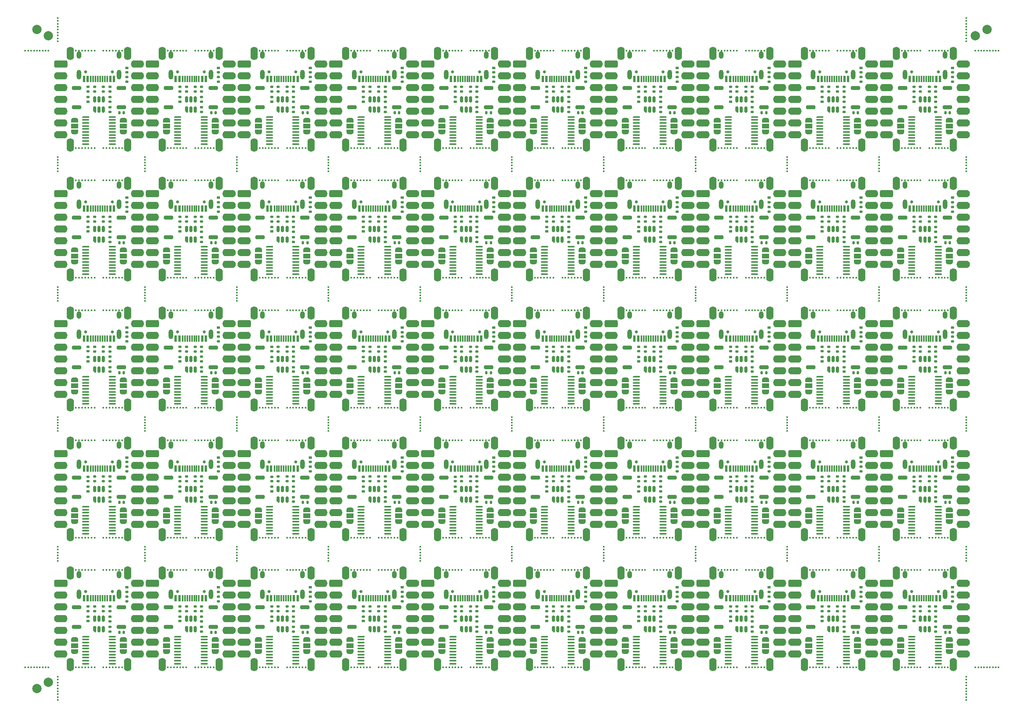
<source format=gts>
G04 #@! TF.GenerationSoftware,KiCad,Pcbnew,7.0.0-da2b9df05c~165~ubuntu22.04.1*
G04 #@! TF.CreationDate,2023-12-10T21:50:17+00:00*
G04 #@! TF.ProjectId,kicad_miao-panel,6b696361-645f-46d6-9961-6f2d70616e65,rev?*
G04 #@! TF.SameCoordinates,Original*
G04 #@! TF.FileFunction,Soldermask,Top*
G04 #@! TF.FilePolarity,Negative*
%FSLAX46Y46*%
G04 Gerber Fmt 4.6, Leading zero omitted, Abs format (unit mm)*
G04 Created by KiCad (PCBNEW 7.0.0-da2b9df05c~165~ubuntu22.04.1) date 2023-12-10 21:50:17*
%MOMM*%
%LPD*%
G01*
G04 APERTURE LIST*
G04 Aperture macros list*
%AMRoundRect*
0 Rectangle with rounded corners*
0 $1 Rounding radius*
0 $2 $3 $4 $5 $6 $7 $8 $9 X,Y pos of 4 corners*
0 Add a 4 corners polygon primitive as box body*
4,1,4,$2,$3,$4,$5,$6,$7,$8,$9,$2,$3,0*
0 Add four circle primitives for the rounded corners*
1,1,$1+$1,$2,$3*
1,1,$1+$1,$4,$5*
1,1,$1+$1,$6,$7*
1,1,$1+$1,$8,$9*
0 Add four rect primitives between the rounded corners*
20,1,$1+$1,$2,$3,$4,$5,0*
20,1,$1+$1,$4,$5,$6,$7,0*
20,1,$1+$1,$6,$7,$8,$9,0*
20,1,$1+$1,$8,$9,$2,$3,0*%
%AMOutline5P*
0 Free polygon, 5 corners , with rotation*
0 The origin of the aperture is its center*
0 number of corners: always 5*
0 $1 to $10 corner X, Y*
0 $11 Rotation angle, in degrees counterclockwise*
0 create outline with 5 corners*
4,1,5,$1,$2,$3,$4,$5,$6,$7,$8,$9,$10,$1,$2,$11*%
%AMOutline6P*
0 Free polygon, 6 corners , with rotation*
0 The origin of the aperture is its center*
0 number of corners: always 6*
0 $1 to $12 corner X, Y*
0 $13 Rotation angle, in degrees counterclockwise*
0 create outline with 6 corners*
4,1,6,$1,$2,$3,$4,$5,$6,$7,$8,$9,$10,$11,$12,$1,$2,$13*%
%AMOutline7P*
0 Free polygon, 7 corners , with rotation*
0 The origin of the aperture is its center*
0 number of corners: always 7*
0 $1 to $14 corner X, Y*
0 $15 Rotation angle, in degrees counterclockwise*
0 create outline with 7 corners*
4,1,7,$1,$2,$3,$4,$5,$6,$7,$8,$9,$10,$11,$12,$13,$14,$1,$2,$15*%
%AMOutline8P*
0 Free polygon, 8 corners , with rotation*
0 The origin of the aperture is its center*
0 number of corners: always 8*
0 $1 to $16 corner X, Y*
0 $17 Rotation angle, in degrees counterclockwise*
0 create outline with 8 corners*
4,1,8,$1,$2,$3,$4,$5,$6,$7,$8,$9,$10,$11,$12,$13,$14,$15,$16,$1,$2,$17*%
%AMFreePoly0*
4,1,29,0.178017,0.779942,0.347107,0.720775,0.498792,0.625465,0.625465,0.498792,0.720775,0.347107,0.779942,0.178017,0.800000,0.000000,0.779942,-0.178017,0.720775,-0.347107,0.625465,-0.498792,0.498792,-0.625465,0.347107,-0.720775,0.178017,-0.779942,0.000000,-0.800000,-0.178017,-0.779942,-0.347107,-0.720775,-0.498792,-0.625465,-0.625465,-0.498792,-0.720775,-0.347107,-0.779942,-0.178017,
-0.800000,0.000000,-0.779942,0.178017,-0.720775,0.347107,-0.625465,0.498792,-0.498792,0.625465,-0.347107,0.720775,-0.178017,0.779942,0.000000,0.800000,0.178017,0.779942,0.178017,0.779942,$1*%
%AMFreePoly1*
4,1,19,0.550000,-0.750000,0.000000,-0.750000,0.000000,-0.744911,-0.071157,-0.744911,-0.207708,-0.704816,-0.327430,-0.627875,-0.420627,-0.520320,-0.479746,-0.390866,-0.500000,-0.250000,-0.500000,0.250000,-0.479746,0.390866,-0.420627,0.520320,-0.327430,0.627875,-0.207708,0.704816,-0.071157,0.744911,0.000000,0.744911,0.000000,0.750000,0.550000,0.750000,0.550000,-0.750000,0.550000,-0.750000,
$1*%
%AMFreePoly2*
4,1,19,0.000000,0.744911,0.071157,0.744911,0.207708,0.704816,0.327430,0.627875,0.420627,0.520320,0.479746,0.390866,0.500000,0.250000,0.500000,-0.250000,0.479746,-0.390866,0.420627,-0.520320,0.327430,-0.627875,0.207708,-0.704816,0.071157,-0.744911,0.000000,-0.744911,0.000000,-0.750000,-0.550000,-0.750000,-0.550000,0.750000,0.000000,0.750000,0.000000,0.744911,0.000000,0.744911,
$1*%
%AMFreePoly3*
4,1,18,-0.662500,0.000000,-0.362500,0.300000,0.512500,0.300000,0.569903,0.288582,0.618566,0.256066,0.651082,0.207403,0.662500,0.150000,0.662500,-0.150000,0.651082,-0.207403,0.618566,-0.256066,0.569903,-0.288582,0.512500,-0.300000,-0.512500,-0.300000,-0.569903,-0.288582,-0.618566,-0.256066,-0.651082,-0.207403,-0.662500,-0.150000,-0.662500,0.000000,-0.662500,0.000000,$1*%
G04 Aperture macros list end*
%ADD10C,0.400000*%
%ADD11RoundRect,0.200000X0.800000X-0.200000X0.800000X0.200000X-0.800000X0.200000X-0.800000X-0.200000X0*%
%ADD12RoundRect,0.400000X0.400000X-0.400000X0.400000X0.400000X-0.400000X0.400000X-0.400000X-0.400000X0*%
%ADD13RoundRect,0.400000X1.035000X-0.400000X1.035000X0.400000X-1.035000X0.400000X-1.035000X-0.400000X0*%
%ADD14FreePoly0,90.000000*%
%ADD15O,2.870000X1.600000*%
%ADD16C,1.600000*%
%ADD17O,1.600000X2.870000*%
%ADD18FreePoly1,90.000000*%
%ADD19R,1.500000X1.000000*%
%ADD20FreePoly2,90.000000*%
%ADD21C,2.000000*%
%ADD22FreePoly3,90.000000*%
%ADD23RoundRect,0.150000X0.150000X-0.512500X0.150000X0.512500X-0.150000X0.512500X-0.150000X-0.512500X0*%
%ADD24RoundRect,0.135000X-0.185000X0.135000X-0.185000X-0.135000X0.185000X-0.135000X0.185000X0.135000X0*%
%ADD25RoundRect,0.147500X0.172500X-0.147500X0.172500X0.147500X-0.172500X0.147500X-0.172500X-0.147500X0*%
%ADD26FreePoly1,270.000000*%
%ADD27FreePoly2,270.000000*%
%ADD28RoundRect,0.135000X0.185000X-0.135000X0.185000X0.135000X-0.185000X0.135000X-0.185000X-0.135000X0*%
%ADD29R,0.640000X0.590000*%
%ADD30RoundRect,0.147500X-0.172500X0.147500X-0.172500X-0.147500X0.172500X-0.147500X0.172500X0.147500X0*%
%ADD31C,0.650000*%
%ADD32R,0.600000X1.450000*%
%ADD33R,0.300000X1.450000*%
%ADD34O,1.000000X2.100000*%
%ADD35O,1.000000X1.600000*%
%ADD36RoundRect,0.140000X0.170000X-0.140000X0.170000X0.140000X-0.170000X0.140000X-0.170000X-0.140000X0*%
%ADD37Outline5P,-0.737500X0.000000X-0.537500X0.200000X0.737500X0.200000X0.737500X-0.200000X-0.737500X-0.200000X0.000000*%
%ADD38RoundRect,0.100000X-0.637500X-0.100000X0.637500X-0.100000X0.637500X0.100000X-0.637500X0.100000X0*%
%ADD39RoundRect,0.140000X-0.140000X-0.170000X0.140000X-0.170000X0.140000X0.170000X-0.140000X0.170000X0*%
G04 APERTURE END LIST*
D10*
G04 #@! TO.C,REF\u002A\u002A*
X33373333Y91000000D03*
G04 #@! TD*
G04 #@! TO.C,REF\u002A\u002A*
X97973333Y7000000D03*
G04 #@! TD*
G04 #@! TO.C,REF\u002A\u002A*
X152720000Y63000000D03*
G04 #@! TD*
G04 #@! TO.C,REF\u002A\u002A*
X25780000Y86600000D03*
G04 #@! TD*
G04 #@! TO.C,REF\u002A\u002A*
X79526666Y139999999D03*
G04 #@! TD*
G04 #@! TO.C,REF\u002A\u002A*
X196206666Y35000000D03*
G04 #@! TD*
G04 #@! TO.C,REF\u002A\u002A*
X171166666Y112000000D03*
G04 #@! TD*
G04 #@! TO.C,REF\u002A\u002A*
X78860000Y84000000D03*
G04 #@! TD*
G04 #@! TO.C,REF\u002A\u002A*
X124680000Y117000000D03*
G04 #@! TD*
G04 #@! TO.C,REF\u002A\u002A*
X202800000Y143250000D03*
G04 #@! TD*
G04 #@! TO.C,REF\u002A\u002A*
X194873333Y28000000D03*
G04 #@! TD*
G04 #@! TO.C,REF\u002A\u002A*
X175093333Y91000000D03*
G04 #@! TD*
G04 #@! TO.C,REF\u002A\u002A*
X202800000Y4375000D03*
G04 #@! TD*
G04 #@! TO.C,REF\u002A\u002A*
X54486666Y84000000D03*
G04 #@! TD*
G04 #@! TO.C,REF\u002A\u002A*
X90713333Y35000000D03*
G04 #@! TD*
G04 #@! TO.C,REF\u002A\u002A*
X190946666Y91000000D03*
G04 #@! TD*
G04 #@! TO.C,REF\u002A\u002A*
X72266666Y91000000D03*
G04 #@! TD*
G04 #@! TO.C,REF\u002A\u002A*
X190280000Y7000000D03*
G04 #@! TD*
G04 #@! TO.C,REF\u002A\u002A*
X14926667Y63000000D03*
G04 #@! TD*
G04 #@! TO.C,REF\u002A\u002A*
X175760000Y28000000D03*
G04 #@! TD*
G04 #@! TO.C,REF\u002A\u002A*
X14926667Y56000000D03*
G04 #@! TD*
G04 #@! TO.C,REF\u002A\u002A*
X164240000Y61000000D03*
G04 #@! TD*
G04 #@! TO.C,REF\u002A\u002A*
X59746666Y28000000D03*
G04 #@! TD*
G04 #@! TO.C,REF\u002A\u002A*
X59080000Y35000000D03*
G04 #@! TD*
G04 #@! TO.C,REF\u002A\u002A*
X130940000Y112000000D03*
G04 #@! TD*
G04 #@! TO.C,REF\u002A\u002A*
X155980000Y91000000D03*
G04 #@! TD*
G04 #@! TO.C,REF\u002A\u002A*
X133606666Y91000000D03*
G04 #@! TD*
G04 #@! TO.C,REF\u002A\u002A*
X138200000Y112000000D03*
G04 #@! TD*
G04 #@! TO.C,REF\u002A\u002A*
X90713333Y63000000D03*
G04 #@! TD*
G04 #@! TO.C,REF\u002A\u002A*
X202800000Y0D03*
G04 #@! TD*
G04 #@! TO.C,REF\u002A\u002A*
X78860000Y91000000D03*
G04 #@! TD*
G04 #@! TO.C,REF\u002A\u002A*
X18853333Y56000000D03*
G04 #@! TD*
G04 #@! TO.C,REF\u002A\u002A*
X11593334Y63000000D03*
G04 #@! TD*
G04 #@! TO.C,REF\u002A\u002A*
X116420000Y7000000D03*
G04 #@! TD*
G04 #@! TO.C,REF\u002A\u002A*
X11593334Y35000000D03*
G04 #@! TD*
G04 #@! TO.C,REF\u002A\u002A*
X65340000Y116400000D03*
G04 #@! TD*
G04 #@! TO.C,REF\u002A\u002A*
X57746666Y63000000D03*
G04 #@! TD*
G04 #@! TO.C,REF\u002A\u002A*
X80193333Y56000000D03*
G04 #@! TD*
G04 #@! TO.C,REF\u002A\u002A*
X57746666Y7000000D03*
G04 #@! TD*
G04 #@! TO.C,REF\u002A\u002A*
X129606666Y119000000D03*
G04 #@! TD*
G04 #@! TO.C,REF\u002A\u002A*
X169833333Y119000000D03*
G04 #@! TD*
G04 #@! TO.C,REF\u002A\u002A*
X153386666Y35000000D03*
G04 #@! TD*
G04 #@! TO.C,REF\u002A\u002A*
X153386666Y7000000D03*
G04 #@! TD*
G04 #@! TO.C,REF\u002A\u002A*
X45560000Y58000000D03*
G04 #@! TD*
G04 #@! TO.C,REF\u002A\u002A*
X153386666Y84000000D03*
G04 #@! TD*
G04 #@! TO.C,REF\u002A\u002A*
X104900000Y114600000D03*
G04 #@! TD*
G04 #@! TO.C,REF\u002A\u002A*
X117086666Y119000000D03*
G04 #@! TD*
G04 #@! TO.C,REF\u002A\u002A*
X76860000Y91000000D03*
G04 #@! TD*
G04 #@! TO.C,REF\u002A\u002A*
X73600000Y35000000D03*
G04 #@! TD*
G04 #@! TO.C,REF\u002A\u002A*
X133606666Y119000000D03*
G04 #@! TD*
G04 #@! TO.C,REF\u002A\u002A*
X71600000Y35000000D03*
G04 #@! TD*
G04 #@! TO.C,REF\u002A\u002A*
X7000000Y32400000D03*
G04 #@! TD*
G04 #@! TO.C,REF\u002A\u002A*
X110493333Y112000000D03*
G04 #@! TD*
G04 #@! TO.C,REF\u002A\u002A*
X80193333Y7000000D03*
G04 #@! TD*
G04 #@! TO.C,REF\u002A\u002A*
X157980000Y35000000D03*
G04 #@! TD*
G04 #@! TO.C,REF\u002A\u002A*
X138866666Y28000000D03*
G04 #@! TD*
G04 #@! TO.C,REF\u002A\u002A*
X17520000Y56000000D03*
G04 #@! TD*
G04 #@! TO.C,REF\u002A\u002A*
X90713333Y28000000D03*
G04 #@! TD*
G04 #@! TO.C,REF\u002A\u002A*
X51153333Y112000000D03*
G04 #@! TD*
G04 #@! TO.C,REF\u002A\u002A*
X202800000Y3125000D03*
G04 #@! TD*
G04 #@! TO.C,REF\u002A\u002A*
X18853333Y119000000D03*
G04 #@! TD*
G04 #@! TO.C,REF\u002A\u002A*
X78193333Y119000000D03*
G04 #@! TD*
G04 #@! TO.C,REF\u002A\u002A*
X51153333Y139999999D03*
G04 #@! TD*
G04 #@! TO.C,REF\u002A\u002A*
X177760000Y63000000D03*
G04 #@! TD*
G04 #@! TO.C,REF\u002A\u002A*
X133606666Y35000000D03*
G04 #@! TD*
G04 #@! TO.C,REF\u002A\u002A*
X202800000Y3750000D03*
G04 #@! TD*
G04 #@! TO.C,REF\u002A\u002A*
X135533333Y28000000D03*
G04 #@! TD*
G04 #@! TO.C,REF\u002A\u002A*
X130273333Y91000000D03*
G04 #@! TD*
G04 #@! TO.C,REF\u002A\u002A*
X31373333Y119000000D03*
G04 #@! TD*
G04 #@! TO.C,REF\u002A\u002A*
X198873333Y139999999D03*
G04 #@! TD*
G04 #@! TO.C,REF\u002A\u002A*
X111160000Y139999999D03*
G04 #@! TD*
G04 #@! TO.C,REF\u002A\u002A*
X37966666Y119000000D03*
G04 #@! TD*
G04 #@! TO.C,REF\u002A\u002A*
X93380000Y28000000D03*
G04 #@! TD*
G04 #@! TO.C,REF\u002A\u002A*
X171166666Y35000000D03*
G04 #@! TD*
G04 #@! TO.C,REF\u002A\u002A*
X59080000Y7000000D03*
G04 #@! TD*
G04 #@! TO.C,REF\u002A\u002A*
X34040000Y84000000D03*
G04 #@! TD*
G04 #@! TO.C,REF\u002A\u002A*
X151386666Y91000000D03*
G04 #@! TD*
G04 #@! TO.C,REF\u002A\u002A*
X155980000Y63000000D03*
G04 #@! TD*
G04 #@! TO.C,REF\u002A\u002A*
X179093333Y112000000D03*
G04 #@! TD*
G04 #@! TO.C,REF\u002A\u002A*
X85120000Y30600000D03*
G04 #@! TD*
G04 #@! TO.C,REF\u002A\u002A*
X169833333Y112000000D03*
G04 #@! TD*
G04 #@! TO.C,REF\u002A\u002A*
X149386666Y119000000D03*
G04 #@! TD*
G04 #@! TO.C,REF\u002A\u002A*
X7000000Y145125000D03*
G04 #@! TD*
G04 #@! TO.C,REF\u002A\u002A*
X85120000Y32400000D03*
G04 #@! TD*
G04 #@! TO.C,REF\u002A\u002A*
X20186666Y91000000D03*
G04 #@! TD*
G04 #@! TO.C,REF\u002A\u002A*
X95973333Y63000000D03*
G04 #@! TD*
G04 #@! TO.C,REF\u002A\u002A*
X78193333Y84000000D03*
G04 #@! TD*
G04 #@! TO.C,REF\u002A\u002A*
X159313333Y28000000D03*
G04 #@! TD*
G04 #@! TO.C,REF\u002A\u002A*
X31373333Y84000000D03*
G04 #@! TD*
G04 #@! TO.C,REF\u002A\u002A*
X34706666Y56000000D03*
G04 #@! TD*
G04 #@! TO.C,REF\u002A\u002A*
X178426666Y84000000D03*
G04 #@! TD*
G04 #@! TO.C,REF\u002A\u002A*
X206675000Y140000000D03*
G04 #@! TD*
G04 #@! TO.C,REF\u002A\u002A*
X196873333Y119000000D03*
G04 #@! TD*
G04 #@! TO.C,REF\u002A\u002A*
X98640000Y91000000D03*
G04 #@! TD*
G04 #@! TO.C,REF\u002A\u002A*
X191613333Y112000000D03*
G04 #@! TD*
G04 #@! TO.C,REF\u002A\u002A*
X90713333Y112000000D03*
G04 #@! TD*
G04 #@! TO.C,REF\u002A\u002A*
X20853333Y28000000D03*
G04 #@! TD*
G04 #@! TO.C,REF\u002A\u002A*
X178426666Y28000000D03*
G04 #@! TD*
G04 #@! TO.C,REF\u002A\u002A*
X97306666Y56000000D03*
G04 #@! TD*
G04 #@! TO.C,REF\u002A\u002A*
X59080000Y63000000D03*
G04 #@! TD*
G04 #@! TO.C,REF\u002A\u002A*
X202800000Y117000000D03*
G04 #@! TD*
G04 #@! TO.C,REF\u002A\u002A*
X194873333Y63000000D03*
G04 #@! TD*
G04 #@! TO.C,REF\u002A\u002A*
X124680000Y59800000D03*
G04 #@! TD*
G04 #@! TO.C,REF\u002A\u002A*
X74266666Y139999999D03*
G04 #@! TD*
G04 #@! TO.C,REF\u002A\u002A*
X85120000Y58000000D03*
G04 #@! TD*
G04 #@! TO.C,REF\u002A\u002A*
X85120000Y88400000D03*
G04 #@! TD*
G04 #@! TO.C,REF\u002A\u002A*
X195540000Y63000000D03*
G04 #@! TD*
G04 #@! TO.C,REF\u002A\u002A*
X85120000Y58600000D03*
G04 #@! TD*
G04 #@! TO.C,REF\u002A\u002A*
X184020000Y87200000D03*
G04 #@! TD*
G04 #@! TO.C,REF\u002A\u002A*
X39966666Y28000000D03*
G04 #@! TD*
G04 #@! TO.C,REF\u002A\u002A*
X138866666Y7000000D03*
G04 #@! TD*
G04 #@! TO.C,REF\u002A\u002A*
X131606666Y35000000D03*
G04 #@! TD*
G04 #@! TO.C,REF\u002A\u002A*
X158646666Y139999999D03*
G04 #@! TD*
G04 #@! TO.C,REF\u002A\u002A*
X7000000Y117000000D03*
G04 #@! TD*
G04 #@! TO.C,REF\u002A\u002A*
X173166666Y63000000D03*
G04 #@! TD*
G04 #@! TO.C,REF\u002A\u002A*
X53820000Y28000000D03*
G04 #@! TD*
G04 #@! TO.C,REF\u002A\u002A*
X17520000Y35000000D03*
G04 #@! TD*
G04 #@! TO.C,REF\u002A\u002A*
X77526666Y91000000D03*
G04 #@! TD*
G04 #@! TO.C,REF\u002A\u002A*
X202800000Y115800000D03*
G04 #@! TD*
G04 #@! TO.C,REF\u002A\u002A*
X112493333Y119000000D03*
G04 #@! TD*
G04 #@! TO.C,REF\u002A\u002A*
X192280000Y91000000D03*
G04 #@! TD*
G04 #@! TO.C,REF\u002A\u002A*
X14260001Y84000000D03*
G04 #@! TD*
G04 #@! TO.C,REF\u002A\u002A*
X104900000Y59800000D03*
G04 #@! TD*
G04 #@! TO.C,REF\u002A\u002A*
X45560000Y89000000D03*
G04 #@! TD*
G04 #@! TO.C,REF\u002A\u002A*
X99306666Y139999999D03*
G04 #@! TD*
G04 #@! TO.C,REF\u002A\u002A*
X152053333Y91000000D03*
G04 #@! TD*
G04 #@! TO.C,REF\u002A\u002A*
X171166666Y139999999D03*
G04 #@! TD*
G04 #@! TO.C,REF\u002A\u002A*
X7000000Y58600000D03*
G04 #@! TD*
G04 #@! TO.C,REF\u002A\u002A*
X169833333Y84000000D03*
G04 #@! TD*
G04 #@! TO.C,REF\u002A\u002A*
X155980000Y84000000D03*
G04 #@! TD*
G04 #@! TO.C,REF\u002A\u002A*
X130940000Y56000000D03*
G04 #@! TD*
G04 #@! TO.C,REF\u002A\u002A*
X5000000Y140000000D03*
G04 #@! TD*
G04 #@! TO.C,REF\u002A\u002A*
X95973333Y7000000D03*
G04 #@! TD*
G04 #@! TO.C,REF\u002A\u002A*
X45560000Y30600000D03*
G04 #@! TD*
G04 #@! TO.C,REF\u002A\u002A*
X12260001Y7000000D03*
G04 #@! TD*
G04 #@! TO.C,REF\u002A\u002A*
X20186666Y112000000D03*
G04 #@! TD*
G04 #@! TO.C,REF\u002A\u002A*
X31373333Y91000000D03*
G04 #@! TD*
G04 #@! TO.C,REF\u002A\u002A*
X14926667Y7000000D03*
G04 #@! TD*
G04 #@! TO.C,REF\u002A\u002A*
X138200000Y28000000D03*
G04 #@! TD*
G04 #@! TO.C,REF\u002A\u002A*
X40633333Y91000000D03*
G04 #@! TD*
G04 #@! TO.C,REF\u002A\u002A*
X144460000Y87800000D03*
G04 #@! TD*
G04 #@! TO.C,REF\u002A\u002A*
X33373333Y28000000D03*
G04 #@! TD*
G04 #@! TO.C,REF\u002A\u002A*
X65340000Y30000000D03*
G04 #@! TD*
G04 #@! TO.C,REF\u002A\u002A*
X117086666Y112000000D03*
G04 #@! TD*
G04 #@! TO.C,REF\u002A\u002A*
X96640000Y63000000D03*
G04 #@! TD*
G04 #@! TO.C,REF\u002A\u002A*
X33373333Y7000000D03*
G04 #@! TD*
G04 #@! TO.C,REF\u002A\u002A*
X124680000Y30600000D03*
G04 #@! TD*
G04 #@! TO.C,REF\u002A\u002A*
X20853333Y84000000D03*
G04 #@! TD*
G04 #@! TO.C,REF\u002A\u002A*
X17520000Y7000000D03*
G04 #@! TD*
G04 #@! TO.C,REF\u002A\u002A*
X124680000Y87800000D03*
G04 #@! TD*
G04 #@! TO.C,REF\u002A\u002A*
X164240000Y31800000D03*
G04 #@! TD*
G04 #@! TO.C,REF\u002A\u002A*
X152720000Y91000000D03*
G04 #@! TD*
G04 #@! TO.C,REF\u002A\u002A*
X73600000Y56000000D03*
G04 #@! TD*
G04 #@! TO.C,REF\u002A\u002A*
X115753333Y35000000D03*
G04 #@! TD*
G04 #@! TO.C,REF\u002A\u002A*
X65340000Y58600000D03*
G04 #@! TD*
G04 #@! TO.C,REF\u002A\u002A*
X57746666Y56000000D03*
G04 #@! TD*
G04 #@! TO.C,REF\u002A\u002A*
X94046666Y28000000D03*
G04 #@! TD*
G04 #@! TO.C,REF\u002A\u002A*
X39300000Y35000000D03*
G04 #@! TD*
G04 #@! TO.C,REF\u002A\u002A*
X13593334Y35000000D03*
G04 #@! TD*
G04 #@! TO.C,REF\u002A\u002A*
X76860000Y84000000D03*
G04 #@! TD*
G04 #@! TO.C,REF\u002A\u002A*
X175093333Y119000000D03*
G04 #@! TD*
G04 #@! TO.C,REF\u002A\u002A*
X17520000Y112000000D03*
G04 #@! TD*
G04 #@! TO.C,REF\u002A\u002A*
X117753333Y63000000D03*
G04 #@! TD*
G04 #@! TO.C,REF\u002A\u002A*
X164240000Y60400000D03*
G04 #@! TD*
D11*
G04 #@! TO.C,SW1*
X11057500Y127750000D03*
X11057500Y131950000D03*
G04 #@! TD*
G04 #@! TO.C,SW1*
X30837500Y127750000D03*
X30837500Y131950000D03*
G04 #@! TD*
G04 #@! TO.C,SW1*
X50617500Y127750000D03*
X50617500Y131950000D03*
G04 #@! TD*
G04 #@! TO.C,SW1*
X70397500Y127750000D03*
X70397500Y131950000D03*
G04 #@! TD*
G04 #@! TO.C,SW1*
X90177500Y127750000D03*
X90177500Y131950000D03*
G04 #@! TD*
G04 #@! TO.C,SW1*
X109957500Y127750000D03*
X109957500Y131950000D03*
G04 #@! TD*
G04 #@! TO.C,SW1*
X129737500Y127750000D03*
X129737500Y131950000D03*
G04 #@! TD*
G04 #@! TO.C,SW1*
X149517500Y127750000D03*
X149517500Y131950000D03*
G04 #@! TD*
G04 #@! TO.C,SW1*
X169297500Y127750000D03*
X169297500Y131950000D03*
G04 #@! TD*
G04 #@! TO.C,SW1*
X189077500Y127750000D03*
X189077500Y131950000D03*
G04 #@! TD*
G04 #@! TO.C,SW1*
X11057500Y99750000D03*
X11057500Y103950000D03*
G04 #@! TD*
G04 #@! TO.C,SW1*
X30837500Y99750000D03*
X30837500Y103950000D03*
G04 #@! TD*
G04 #@! TO.C,SW1*
X50617500Y99750000D03*
X50617500Y103950000D03*
G04 #@! TD*
G04 #@! TO.C,SW1*
X90177500Y15750000D03*
X90177500Y19950000D03*
G04 #@! TD*
G04 #@! TO.C,SW1*
X109957500Y15750000D03*
X109957500Y19950000D03*
G04 #@! TD*
G04 #@! TO.C,SW1*
X129737500Y15750000D03*
X129737500Y19950000D03*
G04 #@! TD*
G04 #@! TO.C,SW1*
X149517500Y15750000D03*
X149517500Y19950000D03*
G04 #@! TD*
G04 #@! TO.C,SW1*
X169297500Y15750000D03*
X169297500Y19950000D03*
G04 #@! TD*
G04 #@! TO.C,SW1*
X189077500Y15750000D03*
X189077500Y19950000D03*
G04 #@! TD*
G04 #@! TO.C,SW1*
X189077500Y71750000D03*
X189077500Y75950000D03*
G04 #@! TD*
G04 #@! TO.C,SW1*
X11057500Y43750000D03*
X11057500Y47950000D03*
G04 #@! TD*
G04 #@! TO.C,SW1*
X30837500Y43750000D03*
X30837500Y47950000D03*
G04 #@! TD*
G04 #@! TO.C,SW1*
X50617500Y43750000D03*
X50617500Y47950000D03*
G04 #@! TD*
G04 #@! TO.C,SW1*
X70397500Y43750000D03*
X70397500Y47950000D03*
G04 #@! TD*
G04 #@! TO.C,SW1*
X90177500Y43750000D03*
X90177500Y47950000D03*
G04 #@! TD*
G04 #@! TO.C,SW1*
X109957500Y43750000D03*
X109957500Y47950000D03*
G04 #@! TD*
G04 #@! TO.C,SW1*
X129737500Y43750000D03*
X129737500Y47950000D03*
G04 #@! TD*
G04 #@! TO.C,SW1*
X149517500Y43750000D03*
X149517500Y47950000D03*
G04 #@! TD*
G04 #@! TO.C,SW1*
X169297500Y43750000D03*
X169297500Y47950000D03*
G04 #@! TD*
G04 #@! TO.C,SW1*
X189077500Y43750000D03*
X189077500Y47950000D03*
G04 #@! TD*
G04 #@! TO.C,SW1*
X11057500Y15750000D03*
X11057500Y19950000D03*
G04 #@! TD*
G04 #@! TO.C,SW1*
X30837500Y15750000D03*
X30837500Y19950000D03*
G04 #@! TD*
G04 #@! TO.C,SW1*
X50617500Y15750000D03*
X50617500Y19950000D03*
G04 #@! TD*
G04 #@! TO.C,SW1*
X70397500Y15750000D03*
X70397500Y19950000D03*
G04 #@! TD*
G04 #@! TO.C,SW1*
X70397500Y99750000D03*
X70397500Y103950000D03*
G04 #@! TD*
G04 #@! TO.C,SW1*
X90177500Y99750000D03*
X90177500Y103950000D03*
G04 #@! TD*
G04 #@! TO.C,SW1*
X109957500Y99750000D03*
X109957500Y103950000D03*
G04 #@! TD*
G04 #@! TO.C,SW1*
X129737500Y99750000D03*
X129737500Y103950000D03*
G04 #@! TD*
G04 #@! TO.C,SW1*
X149517500Y99750000D03*
X149517500Y103950000D03*
G04 #@! TD*
G04 #@! TO.C,SW1*
X169297500Y99750000D03*
X169297500Y103950000D03*
G04 #@! TD*
G04 #@! TO.C,SW1*
X189077500Y99750000D03*
X189077500Y103950000D03*
G04 #@! TD*
G04 #@! TO.C,SW1*
X11057500Y71750000D03*
X11057500Y75950000D03*
G04 #@! TD*
G04 #@! TO.C,SW1*
X30837500Y71750000D03*
X30837500Y75950000D03*
G04 #@! TD*
G04 #@! TO.C,SW1*
X50617500Y71750000D03*
X50617500Y75950000D03*
G04 #@! TD*
G04 #@! TO.C,SW1*
X70397500Y71750000D03*
X70397500Y75950000D03*
G04 #@! TD*
G04 #@! TO.C,SW1*
X90177500Y71750000D03*
X90177500Y75950000D03*
G04 #@! TD*
G04 #@! TO.C,SW1*
X109957500Y71750000D03*
X109957500Y75950000D03*
G04 #@! TD*
G04 #@! TO.C,SW1*
X129737500Y71750000D03*
X129737500Y75950000D03*
G04 #@! TD*
G04 #@! TO.C,SW1*
X149517500Y71750000D03*
X149517500Y75950000D03*
G04 #@! TD*
G04 #@! TO.C,SW1*
X169297500Y71750000D03*
X169297500Y75950000D03*
G04 #@! TD*
D10*
G04 #@! TO.C,REF\u002A\u002A*
X170500000Y35000000D03*
G04 #@! TD*
G04 #@! TO.C,REF\u002A\u002A*
X80193333Y139999999D03*
G04 #@! TD*
G04 #@! TO.C,REF\u002A\u002A*
X7000000Y58000000D03*
G04 #@! TD*
G04 #@! TO.C,REF\u002A\u002A*
X65340000Y59200000D03*
G04 #@! TD*
G04 #@! TO.C,REF\u002A\u002A*
X33373333Y112000000D03*
G04 #@! TD*
G04 #@! TO.C,REF\u002A\u002A*
X119086666Y56000000D03*
G04 #@! TD*
G04 #@! TO.C,REF\u002A\u002A*
X144460000Y59800000D03*
G04 #@! TD*
G04 #@! TO.C,REF\u002A\u002A*
X25780000Y87200000D03*
G04 #@! TD*
G04 #@! TO.C,REF\u002A\u002A*
X179093333Y91000000D03*
G04 #@! TD*
G04 #@! TO.C,REF\u002A\u002A*
X16853333Y84000000D03*
G04 #@! TD*
D12*
G04 #@! TO.C,U3*
X66340000Y53120000D03*
D13*
X66975000Y53120000D03*
D14*
X66340000Y50580000D03*
D15*
X66974999Y50579999D03*
D16*
X66340000Y48040000D03*
D15*
X66974999Y48039999D03*
D16*
X66340000Y45500000D03*
D15*
X66974999Y45499999D03*
D16*
X66340000Y42960000D03*
D15*
X66974999Y42959999D03*
D16*
X66340000Y40420000D03*
D15*
X66974999Y40419999D03*
D16*
X66340000Y37880000D03*
D15*
X66974999Y37879999D03*
X83484999Y37879999D03*
D16*
X84120000Y37880000D03*
D15*
X83484999Y40419999D03*
D16*
X84120000Y40420000D03*
D15*
X83484999Y42959999D03*
D16*
X84120000Y42960000D03*
D15*
X83484999Y45499999D03*
D16*
X84120000Y45500000D03*
D15*
X83484999Y48039999D03*
D16*
X84120000Y48040000D03*
D15*
X83484999Y50579999D03*
D16*
X84120000Y50580000D03*
D15*
X83484999Y53119999D03*
D16*
X84120000Y53120000D03*
D17*
X69074999Y35634999D03*
D16*
X69075000Y35000000D03*
D17*
X81384999Y35634999D03*
D16*
X81385000Y35000000D03*
X81385000Y56000000D03*
D17*
X81384999Y55364999D03*
D16*
X69075000Y56000000D03*
D17*
X69074999Y55364999D03*
G04 #@! TD*
D12*
G04 #@! TO.C,U3*
X46560000Y137120000D03*
D13*
X47195000Y137120000D03*
D14*
X46560000Y134580000D03*
D15*
X47194999Y134579999D03*
D16*
X46560000Y132040000D03*
D15*
X47194999Y132039999D03*
D16*
X46560000Y129500000D03*
D15*
X47194999Y129499999D03*
D16*
X46560000Y126960000D03*
D15*
X47194999Y126959999D03*
D16*
X46560000Y124420000D03*
D15*
X47194999Y124419999D03*
D16*
X46560000Y121880000D03*
D15*
X47194999Y121879999D03*
X63704999Y121879999D03*
D16*
X64340000Y121880000D03*
D15*
X63704999Y124419999D03*
D16*
X64340000Y124420000D03*
D15*
X63704999Y126959999D03*
D16*
X64340000Y126960000D03*
D15*
X63704999Y129499999D03*
D16*
X64340000Y129500000D03*
D15*
X63704999Y132039999D03*
D16*
X64340000Y132040000D03*
D15*
X63704999Y134579999D03*
D16*
X64340000Y134580000D03*
D15*
X63704999Y137119999D03*
D16*
X64340000Y137120000D03*
D17*
X49294999Y119634999D03*
D16*
X49295000Y119000000D03*
D17*
X61604999Y119634999D03*
D16*
X61605000Y119000000D03*
X61605000Y140000000D03*
D17*
X61604999Y139364999D03*
D16*
X49295000Y140000000D03*
D17*
X49294999Y139364999D03*
G04 #@! TD*
D12*
G04 #@! TO.C,U3*
X66340000Y137120000D03*
D13*
X66975000Y137120000D03*
D14*
X66340000Y134580000D03*
D15*
X66974999Y134579999D03*
D16*
X66340000Y132040000D03*
D15*
X66974999Y132039999D03*
D16*
X66340000Y129500000D03*
D15*
X66974999Y129499999D03*
D16*
X66340000Y126960000D03*
D15*
X66974999Y126959999D03*
D16*
X66340000Y124420000D03*
D15*
X66974999Y124419999D03*
D16*
X66340000Y121880000D03*
D15*
X66974999Y121879999D03*
X83484999Y121879999D03*
D16*
X84120000Y121880000D03*
D15*
X83484999Y124419999D03*
D16*
X84120000Y124420000D03*
D15*
X83484999Y126959999D03*
D16*
X84120000Y126960000D03*
D15*
X83484999Y129499999D03*
D16*
X84120000Y129500000D03*
D15*
X83484999Y132039999D03*
D16*
X84120000Y132040000D03*
D15*
X83484999Y134579999D03*
D16*
X84120000Y134580000D03*
D15*
X83484999Y137119999D03*
D16*
X84120000Y137120000D03*
D17*
X69074999Y119634999D03*
D16*
X69075000Y119000000D03*
D17*
X81384999Y119634999D03*
D16*
X81385000Y119000000D03*
X81385000Y140000000D03*
D17*
X81384999Y139364999D03*
D16*
X69075000Y140000000D03*
D17*
X69074999Y139364999D03*
G04 #@! TD*
D12*
G04 #@! TO.C,U3*
X86120000Y137120000D03*
D13*
X86755000Y137120000D03*
D14*
X86120000Y134580000D03*
D15*
X86754999Y134579999D03*
D16*
X86120000Y132040000D03*
D15*
X86754999Y132039999D03*
D16*
X86120000Y129500000D03*
D15*
X86754999Y129499999D03*
D16*
X86120000Y126960000D03*
D15*
X86754999Y126959999D03*
D16*
X86120000Y124420000D03*
D15*
X86754999Y124419999D03*
D16*
X86120000Y121880000D03*
D15*
X86754999Y121879999D03*
X103264999Y121879999D03*
D16*
X103900000Y121880000D03*
D15*
X103264999Y124419999D03*
D16*
X103900000Y124420000D03*
D15*
X103264999Y126959999D03*
D16*
X103900000Y126960000D03*
D15*
X103264999Y129499999D03*
D16*
X103900000Y129500000D03*
D15*
X103264999Y132039999D03*
D16*
X103900000Y132040000D03*
D15*
X103264999Y134579999D03*
D16*
X103900000Y134580000D03*
D15*
X103264999Y137119999D03*
D16*
X103900000Y137120000D03*
D17*
X88854999Y119634999D03*
D16*
X88855000Y119000000D03*
D17*
X101164999Y119634999D03*
D16*
X101165000Y119000000D03*
X101165000Y140000000D03*
D17*
X101164999Y139364999D03*
D16*
X88855000Y140000000D03*
D17*
X88854999Y139364999D03*
G04 #@! TD*
D12*
G04 #@! TO.C,U3*
X105900000Y137120000D03*
D13*
X106535000Y137120000D03*
D14*
X105900000Y134580000D03*
D15*
X106534999Y134579999D03*
D16*
X105900000Y132040000D03*
D15*
X106534999Y132039999D03*
D16*
X105900000Y129500000D03*
D15*
X106534999Y129499999D03*
D16*
X105900000Y126960000D03*
D15*
X106534999Y126959999D03*
D16*
X105900000Y124420000D03*
D15*
X106534999Y124419999D03*
D16*
X105900000Y121880000D03*
D15*
X106534999Y121879999D03*
X123044999Y121879999D03*
D16*
X123680000Y121880000D03*
D15*
X123044999Y124419999D03*
D16*
X123680000Y124420000D03*
D15*
X123044999Y126959999D03*
D16*
X123680000Y126960000D03*
D15*
X123044999Y129499999D03*
D16*
X123680000Y129500000D03*
D15*
X123044999Y132039999D03*
D16*
X123680000Y132040000D03*
D15*
X123044999Y134579999D03*
D16*
X123680000Y134580000D03*
D15*
X123044999Y137119999D03*
D16*
X123680000Y137120000D03*
D17*
X108634999Y119634999D03*
D16*
X108635000Y119000000D03*
D17*
X120944999Y119634999D03*
D16*
X120945000Y119000000D03*
X120945000Y140000000D03*
D17*
X120944999Y139364999D03*
D16*
X108635000Y140000000D03*
D17*
X108634999Y139364999D03*
G04 #@! TD*
D12*
G04 #@! TO.C,U3*
X125680000Y137120000D03*
D13*
X126315000Y137120000D03*
D14*
X125680000Y134580000D03*
D15*
X126314999Y134579999D03*
D16*
X125680000Y132040000D03*
D15*
X126314999Y132039999D03*
D16*
X125680000Y129500000D03*
D15*
X126314999Y129499999D03*
D16*
X125680000Y126960000D03*
D15*
X126314999Y126959999D03*
D16*
X125680000Y124420000D03*
D15*
X126314999Y124419999D03*
D16*
X125680000Y121880000D03*
D15*
X126314999Y121879999D03*
X142824999Y121879999D03*
D16*
X143460000Y121880000D03*
D15*
X142824999Y124419999D03*
D16*
X143460000Y124420000D03*
D15*
X142824999Y126959999D03*
D16*
X143460000Y126960000D03*
D15*
X142824999Y129499999D03*
D16*
X143460000Y129500000D03*
D15*
X142824999Y132039999D03*
D16*
X143460000Y132040000D03*
D15*
X142824999Y134579999D03*
D16*
X143460000Y134580000D03*
D15*
X142824999Y137119999D03*
D16*
X143460000Y137120000D03*
D17*
X128414999Y119634999D03*
D16*
X128415000Y119000000D03*
D17*
X140724999Y119634999D03*
D16*
X140725000Y119000000D03*
X140725000Y140000000D03*
D17*
X140724999Y139364999D03*
D16*
X128415000Y140000000D03*
D17*
X128414999Y139364999D03*
G04 #@! TD*
D12*
G04 #@! TO.C,U3*
X145460000Y137120000D03*
D13*
X146095000Y137120000D03*
D14*
X145460000Y134580000D03*
D15*
X146094999Y134579999D03*
D16*
X145460000Y132040000D03*
D15*
X146094999Y132039999D03*
D16*
X145460000Y129500000D03*
D15*
X146094999Y129499999D03*
D16*
X145460000Y126960000D03*
D15*
X146094999Y126959999D03*
D16*
X145460000Y124420000D03*
D15*
X146094999Y124419999D03*
D16*
X145460000Y121880000D03*
D15*
X146094999Y121879999D03*
X162604999Y121879999D03*
D16*
X163240000Y121880000D03*
D15*
X162604999Y124419999D03*
D16*
X163240000Y124420000D03*
D15*
X162604999Y126959999D03*
D16*
X163240000Y126960000D03*
D15*
X162604999Y129499999D03*
D16*
X163240000Y129500000D03*
D15*
X162604999Y132039999D03*
D16*
X163240000Y132040000D03*
D15*
X162604999Y134579999D03*
D16*
X163240000Y134580000D03*
D15*
X162604999Y137119999D03*
D16*
X163240000Y137120000D03*
D17*
X148194999Y119634999D03*
D16*
X148195000Y119000000D03*
D17*
X160504999Y119634999D03*
D16*
X160505000Y119000000D03*
X160505000Y140000000D03*
D17*
X160504999Y139364999D03*
D16*
X148195000Y140000000D03*
D17*
X148194999Y139364999D03*
G04 #@! TD*
D12*
G04 #@! TO.C,U3*
X7000000Y137120000D03*
D13*
X7635000Y137120000D03*
D14*
X7000000Y134580000D03*
D15*
X7634999Y134579999D03*
D16*
X7000000Y132040000D03*
D15*
X7634999Y132039999D03*
D16*
X7000000Y129500000D03*
D15*
X7634999Y129499999D03*
D16*
X7000000Y126960000D03*
D15*
X7634999Y126959999D03*
D16*
X7000000Y124420000D03*
D15*
X7634999Y124419999D03*
D16*
X7000000Y121880000D03*
D15*
X7634999Y121879999D03*
X24144999Y121879999D03*
D16*
X24780000Y121880000D03*
D15*
X24144999Y124419999D03*
D16*
X24780000Y124420000D03*
D15*
X24144999Y126959999D03*
D16*
X24780000Y126960000D03*
D15*
X24144999Y129499999D03*
D16*
X24780000Y129500000D03*
D15*
X24144999Y132039999D03*
D16*
X24780000Y132040000D03*
D15*
X24144999Y134579999D03*
D16*
X24780000Y134580000D03*
D15*
X24144999Y137119999D03*
D16*
X24780000Y137120000D03*
D17*
X9734999Y119634999D03*
D16*
X9735000Y119000000D03*
D17*
X22044999Y119634999D03*
D16*
X22045000Y119000000D03*
X22045000Y140000000D03*
D17*
X22044999Y139364999D03*
D16*
X9735000Y140000000D03*
D17*
X9734999Y139364999D03*
G04 #@! TD*
D12*
G04 #@! TO.C,U3*
X26780000Y137120000D03*
D13*
X27415000Y137120000D03*
D14*
X26780000Y134580000D03*
D15*
X27414999Y134579999D03*
D16*
X26780000Y132040000D03*
D15*
X27414999Y132039999D03*
D16*
X26780000Y129500000D03*
D15*
X27414999Y129499999D03*
D16*
X26780000Y126960000D03*
D15*
X27414999Y126959999D03*
D16*
X26780000Y124420000D03*
D15*
X27414999Y124419999D03*
D16*
X26780000Y121880000D03*
D15*
X27414999Y121879999D03*
X43924999Y121879999D03*
D16*
X44560000Y121880000D03*
D15*
X43924999Y124419999D03*
D16*
X44560000Y124420000D03*
D15*
X43924999Y126959999D03*
D16*
X44560000Y126960000D03*
D15*
X43924999Y129499999D03*
D16*
X44560000Y129500000D03*
D15*
X43924999Y132039999D03*
D16*
X44560000Y132040000D03*
D15*
X43924999Y134579999D03*
D16*
X44560000Y134580000D03*
D15*
X43924999Y137119999D03*
D16*
X44560000Y137120000D03*
D17*
X29514999Y119634999D03*
D16*
X29515000Y119000000D03*
D17*
X41824999Y119634999D03*
D16*
X41825000Y119000000D03*
X41825000Y140000000D03*
D17*
X41824999Y139364999D03*
D16*
X29515000Y140000000D03*
D17*
X29514999Y139364999D03*
G04 #@! TD*
D12*
G04 #@! TO.C,U3*
X145460000Y25120000D03*
D13*
X146095000Y25120000D03*
D14*
X145460000Y22580000D03*
D15*
X146094999Y22579999D03*
D16*
X145460000Y20040000D03*
D15*
X146094999Y20039999D03*
D16*
X145460000Y17500000D03*
D15*
X146094999Y17499999D03*
D16*
X145460000Y14960000D03*
D15*
X146094999Y14959999D03*
D16*
X145460000Y12420000D03*
D15*
X146094999Y12419999D03*
D16*
X145460000Y9880000D03*
D15*
X146094999Y9879999D03*
X162604999Y9879999D03*
D16*
X163240000Y9880000D03*
D15*
X162604999Y12419999D03*
D16*
X163240000Y12420000D03*
D15*
X162604999Y14959999D03*
D16*
X163240000Y14960000D03*
D15*
X162604999Y17499999D03*
D16*
X163240000Y17500000D03*
D15*
X162604999Y20039999D03*
D16*
X163240000Y20040000D03*
D15*
X162604999Y22579999D03*
D16*
X163240000Y22580000D03*
D15*
X162604999Y25119999D03*
D16*
X163240000Y25120000D03*
D17*
X148194999Y7634999D03*
D16*
X148195000Y7000000D03*
D17*
X160504999Y7634999D03*
D16*
X160505000Y7000000D03*
X160505000Y28000000D03*
D17*
X160504999Y27364999D03*
D16*
X148195000Y28000000D03*
D17*
X148194999Y27364999D03*
G04 #@! TD*
D12*
G04 #@! TO.C,U3*
X165240000Y25120000D03*
D13*
X165875000Y25120000D03*
D14*
X165240000Y22580000D03*
D15*
X165874999Y22579999D03*
D16*
X165240000Y20040000D03*
D15*
X165874999Y20039999D03*
D16*
X165240000Y17500000D03*
D15*
X165874999Y17499999D03*
D16*
X165240000Y14960000D03*
D15*
X165874999Y14959999D03*
D16*
X165240000Y12420000D03*
D15*
X165874999Y12419999D03*
D16*
X165240000Y9880000D03*
D15*
X165874999Y9879999D03*
X182384999Y9879999D03*
D16*
X183020000Y9880000D03*
D15*
X182384999Y12419999D03*
D16*
X183020000Y12420000D03*
D15*
X182384999Y14959999D03*
D16*
X183020000Y14960000D03*
D15*
X182384999Y17499999D03*
D16*
X183020000Y17500000D03*
D15*
X182384999Y20039999D03*
D16*
X183020000Y20040000D03*
D15*
X182384999Y22579999D03*
D16*
X183020000Y22580000D03*
D15*
X182384999Y25119999D03*
D16*
X183020000Y25120000D03*
D17*
X167974999Y7634999D03*
D16*
X167975000Y7000000D03*
D17*
X180284999Y7634999D03*
D16*
X180285000Y7000000D03*
X180285000Y28000000D03*
D17*
X180284999Y27364999D03*
D16*
X167975000Y28000000D03*
D17*
X167974999Y27364999D03*
G04 #@! TD*
D12*
G04 #@! TO.C,U3*
X185020000Y25120000D03*
D13*
X185655000Y25120000D03*
D14*
X185020000Y22580000D03*
D15*
X185654999Y22579999D03*
D16*
X185020000Y20040000D03*
D15*
X185654999Y20039999D03*
D16*
X185020000Y17500000D03*
D15*
X185654999Y17499999D03*
D16*
X185020000Y14960000D03*
D15*
X185654999Y14959999D03*
D16*
X185020000Y12420000D03*
D15*
X185654999Y12419999D03*
D16*
X185020000Y9880000D03*
D15*
X185654999Y9879999D03*
X202164999Y9879999D03*
D16*
X202800000Y9880000D03*
D15*
X202164999Y12419999D03*
D16*
X202800000Y12420000D03*
D15*
X202164999Y14959999D03*
D16*
X202800000Y14960000D03*
D15*
X202164999Y17499999D03*
D16*
X202800000Y17500000D03*
D15*
X202164999Y20039999D03*
D16*
X202800000Y20040000D03*
D15*
X202164999Y22579999D03*
D16*
X202800000Y22580000D03*
D15*
X202164999Y25119999D03*
D16*
X202800000Y25120000D03*
D17*
X187754999Y7634999D03*
D16*
X187755000Y7000000D03*
D17*
X200064999Y7634999D03*
D16*
X200065000Y7000000D03*
X200065000Y28000000D03*
D17*
X200064999Y27364999D03*
D16*
X187755000Y28000000D03*
D17*
X187754999Y27364999D03*
G04 #@! TD*
D12*
G04 #@! TO.C,U3*
X165240000Y137120000D03*
D13*
X165875000Y137120000D03*
D14*
X165240000Y134580000D03*
D15*
X165874999Y134579999D03*
D16*
X165240000Y132040000D03*
D15*
X165874999Y132039999D03*
D16*
X165240000Y129500000D03*
D15*
X165874999Y129499999D03*
D16*
X165240000Y126960000D03*
D15*
X165874999Y126959999D03*
D16*
X165240000Y124420000D03*
D15*
X165874999Y124419999D03*
D16*
X165240000Y121880000D03*
D15*
X165874999Y121879999D03*
X182384999Y121879999D03*
D16*
X183020000Y121880000D03*
D15*
X182384999Y124419999D03*
D16*
X183020000Y124420000D03*
D15*
X182384999Y126959999D03*
D16*
X183020000Y126960000D03*
D15*
X182384999Y129499999D03*
D16*
X183020000Y129500000D03*
D15*
X182384999Y132039999D03*
D16*
X183020000Y132040000D03*
D15*
X182384999Y134579999D03*
D16*
X183020000Y134580000D03*
D15*
X182384999Y137119999D03*
D16*
X183020000Y137120000D03*
D17*
X167974999Y119634999D03*
D16*
X167975000Y119000000D03*
D17*
X180284999Y119634999D03*
D16*
X180285000Y119000000D03*
X180285000Y140000000D03*
D17*
X180284999Y139364999D03*
D16*
X167975000Y140000000D03*
D17*
X167974999Y139364999D03*
G04 #@! TD*
D12*
G04 #@! TO.C,U3*
X185020000Y137120000D03*
D13*
X185655000Y137120000D03*
D14*
X185020000Y134580000D03*
D15*
X185654999Y134579999D03*
D16*
X185020000Y132040000D03*
D15*
X185654999Y132039999D03*
D16*
X185020000Y129500000D03*
D15*
X185654999Y129499999D03*
D16*
X185020000Y126960000D03*
D15*
X185654999Y126959999D03*
D16*
X185020000Y124420000D03*
D15*
X185654999Y124419999D03*
D16*
X185020000Y121880000D03*
D15*
X185654999Y121879999D03*
X202164999Y121879999D03*
D16*
X202800000Y121880000D03*
D15*
X202164999Y124419999D03*
D16*
X202800000Y124420000D03*
D15*
X202164999Y126959999D03*
D16*
X202800000Y126960000D03*
D15*
X202164999Y129499999D03*
D16*
X202800000Y129500000D03*
D15*
X202164999Y132039999D03*
D16*
X202800000Y132040000D03*
D15*
X202164999Y134579999D03*
D16*
X202800000Y134580000D03*
D15*
X202164999Y137119999D03*
D16*
X202800000Y137120000D03*
D17*
X187754999Y119634999D03*
D16*
X187755000Y119000000D03*
D17*
X200064999Y119634999D03*
D16*
X200065000Y119000000D03*
X200065000Y140000000D03*
D17*
X200064999Y139364999D03*
D16*
X187755000Y140000000D03*
D17*
X187754999Y139364999D03*
G04 #@! TD*
D12*
G04 #@! TO.C,U3*
X7000000Y109120000D03*
D13*
X7635000Y109120000D03*
D14*
X7000000Y106580000D03*
D15*
X7634999Y106579999D03*
D16*
X7000000Y104040000D03*
D15*
X7634999Y104039999D03*
D16*
X7000000Y101500000D03*
D15*
X7634999Y101499999D03*
D16*
X7000000Y98960000D03*
D15*
X7634999Y98959999D03*
D16*
X7000000Y96420000D03*
D15*
X7634999Y96419999D03*
D16*
X7000000Y93880000D03*
D15*
X7634999Y93879999D03*
X24144999Y93879999D03*
D16*
X24780000Y93880000D03*
D15*
X24144999Y96419999D03*
D16*
X24780000Y96420000D03*
D15*
X24144999Y98959999D03*
D16*
X24780000Y98960000D03*
D15*
X24144999Y101499999D03*
D16*
X24780000Y101500000D03*
D15*
X24144999Y104039999D03*
D16*
X24780000Y104040000D03*
D15*
X24144999Y106579999D03*
D16*
X24780000Y106580000D03*
D15*
X24144999Y109119999D03*
D16*
X24780000Y109120000D03*
D17*
X9734999Y91634999D03*
D16*
X9735000Y91000000D03*
D17*
X22044999Y91634999D03*
D16*
X22045000Y91000000D03*
X22045000Y112000000D03*
D17*
X22044999Y111364999D03*
D16*
X9735000Y112000000D03*
D17*
X9734999Y111364999D03*
G04 #@! TD*
D12*
G04 #@! TO.C,U3*
X26780000Y109120000D03*
D13*
X27415000Y109120000D03*
D14*
X26780000Y106580000D03*
D15*
X27414999Y106579999D03*
D16*
X26780000Y104040000D03*
D15*
X27414999Y104039999D03*
D16*
X26780000Y101500000D03*
D15*
X27414999Y101499999D03*
D16*
X26780000Y98960000D03*
D15*
X27414999Y98959999D03*
D16*
X26780000Y96420000D03*
D15*
X27414999Y96419999D03*
D16*
X26780000Y93880000D03*
D15*
X27414999Y93879999D03*
X43924999Y93879999D03*
D16*
X44560000Y93880000D03*
D15*
X43924999Y96419999D03*
D16*
X44560000Y96420000D03*
D15*
X43924999Y98959999D03*
D16*
X44560000Y98960000D03*
D15*
X43924999Y101499999D03*
D16*
X44560000Y101500000D03*
D15*
X43924999Y104039999D03*
D16*
X44560000Y104040000D03*
D15*
X43924999Y106579999D03*
D16*
X44560000Y106580000D03*
D15*
X43924999Y109119999D03*
D16*
X44560000Y109120000D03*
D17*
X29514999Y91634999D03*
D16*
X29515000Y91000000D03*
D17*
X41824999Y91634999D03*
D16*
X41825000Y91000000D03*
X41825000Y112000000D03*
D17*
X41824999Y111364999D03*
D16*
X29515000Y112000000D03*
D17*
X29514999Y111364999D03*
G04 #@! TD*
D12*
G04 #@! TO.C,U3*
X46560000Y109120000D03*
D13*
X47195000Y109120000D03*
D14*
X46560000Y106580000D03*
D15*
X47194999Y106579999D03*
D16*
X46560000Y104040000D03*
D15*
X47194999Y104039999D03*
D16*
X46560000Y101500000D03*
D15*
X47194999Y101499999D03*
D16*
X46560000Y98960000D03*
D15*
X47194999Y98959999D03*
D16*
X46560000Y96420000D03*
D15*
X47194999Y96419999D03*
D16*
X46560000Y93880000D03*
D15*
X47194999Y93879999D03*
X63704999Y93879999D03*
D16*
X64340000Y93880000D03*
D15*
X63704999Y96419999D03*
D16*
X64340000Y96420000D03*
D15*
X63704999Y98959999D03*
D16*
X64340000Y98960000D03*
D15*
X63704999Y101499999D03*
D16*
X64340000Y101500000D03*
D15*
X63704999Y104039999D03*
D16*
X64340000Y104040000D03*
D15*
X63704999Y106579999D03*
D16*
X64340000Y106580000D03*
D15*
X63704999Y109119999D03*
D16*
X64340000Y109120000D03*
D17*
X49294999Y91634999D03*
D16*
X49295000Y91000000D03*
D17*
X61604999Y91634999D03*
D16*
X61605000Y91000000D03*
X61605000Y112000000D03*
D17*
X61604999Y111364999D03*
D16*
X49295000Y112000000D03*
D17*
X49294999Y111364999D03*
G04 #@! TD*
D12*
G04 #@! TO.C,U3*
X66340000Y109120000D03*
D13*
X66975000Y109120000D03*
D14*
X66340000Y106580000D03*
D15*
X66974999Y106579999D03*
D16*
X66340000Y104040000D03*
D15*
X66974999Y104039999D03*
D16*
X66340000Y101500000D03*
D15*
X66974999Y101499999D03*
D16*
X66340000Y98960000D03*
D15*
X66974999Y98959999D03*
D16*
X66340000Y96420000D03*
D15*
X66974999Y96419999D03*
D16*
X66340000Y93880000D03*
D15*
X66974999Y93879999D03*
X83484999Y93879999D03*
D16*
X84120000Y93880000D03*
D15*
X83484999Y96419999D03*
D16*
X84120000Y96420000D03*
D15*
X83484999Y98959999D03*
D16*
X84120000Y98960000D03*
D15*
X83484999Y101499999D03*
D16*
X84120000Y101500000D03*
D15*
X83484999Y104039999D03*
D16*
X84120000Y104040000D03*
D15*
X83484999Y106579999D03*
D16*
X84120000Y106580000D03*
D15*
X83484999Y109119999D03*
D16*
X84120000Y109120000D03*
D17*
X69074999Y91634999D03*
D16*
X69075000Y91000000D03*
D17*
X81384999Y91634999D03*
D16*
X81385000Y91000000D03*
X81385000Y112000000D03*
D17*
X81384999Y111364999D03*
D16*
X69075000Y112000000D03*
D17*
X69074999Y111364999D03*
G04 #@! TD*
D12*
G04 #@! TO.C,U3*
X86120000Y109120000D03*
D13*
X86755000Y109120000D03*
D14*
X86120000Y106580000D03*
D15*
X86754999Y106579999D03*
D16*
X86120000Y104040000D03*
D15*
X86754999Y104039999D03*
D16*
X86120000Y101500000D03*
D15*
X86754999Y101499999D03*
D16*
X86120000Y98960000D03*
D15*
X86754999Y98959999D03*
D16*
X86120000Y96420000D03*
D15*
X86754999Y96419999D03*
D16*
X86120000Y93880000D03*
D15*
X86754999Y93879999D03*
X103264999Y93879999D03*
D16*
X103900000Y93880000D03*
D15*
X103264999Y96419999D03*
D16*
X103900000Y96420000D03*
D15*
X103264999Y98959999D03*
D16*
X103900000Y98960000D03*
D15*
X103264999Y101499999D03*
D16*
X103900000Y101500000D03*
D15*
X103264999Y104039999D03*
D16*
X103900000Y104040000D03*
D15*
X103264999Y106579999D03*
D16*
X103900000Y106580000D03*
D15*
X103264999Y109119999D03*
D16*
X103900000Y109120000D03*
D17*
X88854999Y91634999D03*
D16*
X88855000Y91000000D03*
D17*
X101164999Y91634999D03*
D16*
X101165000Y91000000D03*
X101165000Y112000000D03*
D17*
X101164999Y111364999D03*
D16*
X88855000Y112000000D03*
D17*
X88854999Y111364999D03*
G04 #@! TD*
D12*
G04 #@! TO.C,U3*
X105900000Y109120000D03*
D13*
X106535000Y109120000D03*
D14*
X105900000Y106580000D03*
D15*
X106534999Y106579999D03*
D16*
X105900000Y104040000D03*
D15*
X106534999Y104039999D03*
D16*
X105900000Y101500000D03*
D15*
X106534999Y101499999D03*
D16*
X105900000Y98960000D03*
D15*
X106534999Y98959999D03*
D16*
X105900000Y96420000D03*
D15*
X106534999Y96419999D03*
D16*
X105900000Y93880000D03*
D15*
X106534999Y93879999D03*
X123044999Y93879999D03*
D16*
X123680000Y93880000D03*
D15*
X123044999Y96419999D03*
D16*
X123680000Y96420000D03*
D15*
X123044999Y98959999D03*
D16*
X123680000Y98960000D03*
D15*
X123044999Y101499999D03*
D16*
X123680000Y101500000D03*
D15*
X123044999Y104039999D03*
D16*
X123680000Y104040000D03*
D15*
X123044999Y106579999D03*
D16*
X123680000Y106580000D03*
D15*
X123044999Y109119999D03*
D16*
X123680000Y109120000D03*
D17*
X108634999Y91634999D03*
D16*
X108635000Y91000000D03*
D17*
X120944999Y91634999D03*
D16*
X120945000Y91000000D03*
X120945000Y112000000D03*
D17*
X120944999Y111364999D03*
D16*
X108635000Y112000000D03*
D17*
X108634999Y111364999D03*
G04 #@! TD*
D12*
G04 #@! TO.C,U3*
X125680000Y109120000D03*
D13*
X126315000Y109120000D03*
D14*
X125680000Y106580000D03*
D15*
X126314999Y106579999D03*
D16*
X125680000Y104040000D03*
D15*
X126314999Y104039999D03*
D16*
X125680000Y101500000D03*
D15*
X126314999Y101499999D03*
D16*
X125680000Y98960000D03*
D15*
X126314999Y98959999D03*
D16*
X125680000Y96420000D03*
D15*
X126314999Y96419999D03*
D16*
X125680000Y93880000D03*
D15*
X126314999Y93879999D03*
X142824999Y93879999D03*
D16*
X143460000Y93880000D03*
D15*
X142824999Y96419999D03*
D16*
X143460000Y96420000D03*
D15*
X142824999Y98959999D03*
D16*
X143460000Y98960000D03*
D15*
X142824999Y101499999D03*
D16*
X143460000Y101500000D03*
D15*
X142824999Y104039999D03*
D16*
X143460000Y104040000D03*
D15*
X142824999Y106579999D03*
D16*
X143460000Y106580000D03*
D15*
X142824999Y109119999D03*
D16*
X143460000Y109120000D03*
D17*
X128414999Y91634999D03*
D16*
X128415000Y91000000D03*
D17*
X140724999Y91634999D03*
D16*
X140725000Y91000000D03*
X140725000Y112000000D03*
D17*
X140724999Y111364999D03*
D16*
X128415000Y112000000D03*
D17*
X128414999Y111364999D03*
G04 #@! TD*
D12*
G04 #@! TO.C,U3*
X145460000Y109120000D03*
D13*
X146095000Y109120000D03*
D14*
X145460000Y106580000D03*
D15*
X146094999Y106579999D03*
D16*
X145460000Y104040000D03*
D15*
X146094999Y104039999D03*
D16*
X145460000Y101500000D03*
D15*
X146094999Y101499999D03*
D16*
X145460000Y98960000D03*
D15*
X146094999Y98959999D03*
D16*
X145460000Y96420000D03*
D15*
X146094999Y96419999D03*
D16*
X145460000Y93880000D03*
D15*
X146094999Y93879999D03*
X162604999Y93879999D03*
D16*
X163240000Y93880000D03*
D15*
X162604999Y96419999D03*
D16*
X163240000Y96420000D03*
D15*
X162604999Y98959999D03*
D16*
X163240000Y98960000D03*
D15*
X162604999Y101499999D03*
D16*
X163240000Y101500000D03*
D15*
X162604999Y104039999D03*
D16*
X163240000Y104040000D03*
D15*
X162604999Y106579999D03*
D16*
X163240000Y106580000D03*
D15*
X162604999Y109119999D03*
D16*
X163240000Y109120000D03*
D17*
X148194999Y91634999D03*
D16*
X148195000Y91000000D03*
D17*
X160504999Y91634999D03*
D16*
X160505000Y91000000D03*
X160505000Y112000000D03*
D17*
X160504999Y111364999D03*
D16*
X148195000Y112000000D03*
D17*
X148194999Y111364999D03*
G04 #@! TD*
D12*
G04 #@! TO.C,U3*
X165240000Y109120000D03*
D13*
X165875000Y109120000D03*
D14*
X165240000Y106580000D03*
D15*
X165874999Y106579999D03*
D16*
X165240000Y104040000D03*
D15*
X165874999Y104039999D03*
D16*
X165240000Y101500000D03*
D15*
X165874999Y101499999D03*
D16*
X165240000Y98960000D03*
D15*
X165874999Y98959999D03*
D16*
X165240000Y96420000D03*
D15*
X165874999Y96419999D03*
D16*
X165240000Y93880000D03*
D15*
X165874999Y93879999D03*
X182384999Y93879999D03*
D16*
X183020000Y93880000D03*
D15*
X182384999Y96419999D03*
D16*
X183020000Y96420000D03*
D15*
X182384999Y98959999D03*
D16*
X183020000Y98960000D03*
D15*
X182384999Y101499999D03*
D16*
X183020000Y101500000D03*
D15*
X182384999Y104039999D03*
D16*
X183020000Y104040000D03*
D15*
X182384999Y106579999D03*
D16*
X183020000Y106580000D03*
D15*
X182384999Y109119999D03*
D16*
X183020000Y109120000D03*
D17*
X167974999Y91634999D03*
D16*
X167975000Y91000000D03*
D17*
X180284999Y91634999D03*
D16*
X180285000Y91000000D03*
X180285000Y112000000D03*
D17*
X180284999Y111364999D03*
D16*
X167975000Y112000000D03*
D17*
X167974999Y111364999D03*
G04 #@! TD*
D12*
G04 #@! TO.C,U3*
X185020000Y109120000D03*
D13*
X185655000Y109120000D03*
D14*
X185020000Y106580000D03*
D15*
X185654999Y106579999D03*
D16*
X185020000Y104040000D03*
D15*
X185654999Y104039999D03*
D16*
X185020000Y101500000D03*
D15*
X185654999Y101499999D03*
D16*
X185020000Y98960000D03*
D15*
X185654999Y98959999D03*
D16*
X185020000Y96420000D03*
D15*
X185654999Y96419999D03*
D16*
X185020000Y93880000D03*
D15*
X185654999Y93879999D03*
X202164999Y93879999D03*
D16*
X202800000Y93880000D03*
D15*
X202164999Y96419999D03*
D16*
X202800000Y96420000D03*
D15*
X202164999Y98959999D03*
D16*
X202800000Y98960000D03*
D15*
X202164999Y101499999D03*
D16*
X202800000Y101500000D03*
D15*
X202164999Y104039999D03*
D16*
X202800000Y104040000D03*
D15*
X202164999Y106579999D03*
D16*
X202800000Y106580000D03*
D15*
X202164999Y109119999D03*
D16*
X202800000Y109120000D03*
D17*
X187754999Y91634999D03*
D16*
X187755000Y91000000D03*
D17*
X200064999Y91634999D03*
D16*
X200065000Y91000000D03*
X200065000Y112000000D03*
D17*
X200064999Y111364999D03*
D16*
X187755000Y112000000D03*
D17*
X187754999Y111364999D03*
G04 #@! TD*
D12*
G04 #@! TO.C,U3*
X7000000Y81120000D03*
D13*
X7635000Y81120000D03*
D14*
X7000000Y78580000D03*
D15*
X7634999Y78579999D03*
D16*
X7000000Y76040000D03*
D15*
X7634999Y76039999D03*
D16*
X7000000Y73500000D03*
D15*
X7634999Y73499999D03*
D16*
X7000000Y70960000D03*
D15*
X7634999Y70959999D03*
D16*
X7000000Y68420000D03*
D15*
X7634999Y68419999D03*
D16*
X7000000Y65880000D03*
D15*
X7634999Y65879999D03*
X24144999Y65879999D03*
D16*
X24780000Y65880000D03*
D15*
X24144999Y68419999D03*
D16*
X24780000Y68420000D03*
D15*
X24144999Y70959999D03*
D16*
X24780000Y70960000D03*
D15*
X24144999Y73499999D03*
D16*
X24780000Y73500000D03*
D15*
X24144999Y76039999D03*
D16*
X24780000Y76040000D03*
D15*
X24144999Y78579999D03*
D16*
X24780000Y78580000D03*
D15*
X24144999Y81119999D03*
D16*
X24780000Y81120000D03*
D17*
X9734999Y63634999D03*
D16*
X9735000Y63000000D03*
D17*
X22044999Y63634999D03*
D16*
X22045000Y63000000D03*
X22045000Y84000000D03*
D17*
X22044999Y83364999D03*
D16*
X9735000Y84000000D03*
D17*
X9734999Y83364999D03*
G04 #@! TD*
D12*
G04 #@! TO.C,U3*
X26780000Y81120000D03*
D13*
X27415000Y81120000D03*
D14*
X26780000Y78580000D03*
D15*
X27414999Y78579999D03*
D16*
X26780000Y76040000D03*
D15*
X27414999Y76039999D03*
D16*
X26780000Y73500000D03*
D15*
X27414999Y73499999D03*
D16*
X26780000Y70960000D03*
D15*
X27414999Y70959999D03*
D16*
X26780000Y68420000D03*
D15*
X27414999Y68419999D03*
D16*
X26780000Y65880000D03*
D15*
X27414999Y65879999D03*
X43924999Y65879999D03*
D16*
X44560000Y65880000D03*
D15*
X43924999Y68419999D03*
D16*
X44560000Y68420000D03*
D15*
X43924999Y70959999D03*
D16*
X44560000Y70960000D03*
D15*
X43924999Y73499999D03*
D16*
X44560000Y73500000D03*
D15*
X43924999Y76039999D03*
D16*
X44560000Y76040000D03*
D15*
X43924999Y78579999D03*
D16*
X44560000Y78580000D03*
D15*
X43924999Y81119999D03*
D16*
X44560000Y81120000D03*
D17*
X29514999Y63634999D03*
D16*
X29515000Y63000000D03*
D17*
X41824999Y63634999D03*
D16*
X41825000Y63000000D03*
X41825000Y84000000D03*
D17*
X41824999Y83364999D03*
D16*
X29515000Y84000000D03*
D17*
X29514999Y83364999D03*
G04 #@! TD*
D12*
G04 #@! TO.C,U3*
X46560000Y81120000D03*
D13*
X47195000Y81120000D03*
D14*
X46560000Y78580000D03*
D15*
X47194999Y78579999D03*
D16*
X46560000Y76040000D03*
D15*
X47194999Y76039999D03*
D16*
X46560000Y73500000D03*
D15*
X47194999Y73499999D03*
D16*
X46560000Y70960000D03*
D15*
X47194999Y70959999D03*
D16*
X46560000Y68420000D03*
D15*
X47194999Y68419999D03*
D16*
X46560000Y65880000D03*
D15*
X47194999Y65879999D03*
X63704999Y65879999D03*
D16*
X64340000Y65880000D03*
D15*
X63704999Y68419999D03*
D16*
X64340000Y68420000D03*
D15*
X63704999Y70959999D03*
D16*
X64340000Y70960000D03*
D15*
X63704999Y73499999D03*
D16*
X64340000Y73500000D03*
D15*
X63704999Y76039999D03*
D16*
X64340000Y76040000D03*
D15*
X63704999Y78579999D03*
D16*
X64340000Y78580000D03*
D15*
X63704999Y81119999D03*
D16*
X64340000Y81120000D03*
D17*
X49294999Y63634999D03*
D16*
X49295000Y63000000D03*
D17*
X61604999Y63634999D03*
D16*
X61605000Y63000000D03*
X61605000Y84000000D03*
D17*
X61604999Y83364999D03*
D16*
X49295000Y84000000D03*
D17*
X49294999Y83364999D03*
G04 #@! TD*
D12*
G04 #@! TO.C,U3*
X66340000Y81120000D03*
D13*
X66975000Y81120000D03*
D14*
X66340000Y78580000D03*
D15*
X66974999Y78579999D03*
D16*
X66340000Y76040000D03*
D15*
X66974999Y76039999D03*
D16*
X66340000Y73500000D03*
D15*
X66974999Y73499999D03*
D16*
X66340000Y70960000D03*
D15*
X66974999Y70959999D03*
D16*
X66340000Y68420000D03*
D15*
X66974999Y68419999D03*
D16*
X66340000Y65880000D03*
D15*
X66974999Y65879999D03*
X83484999Y65879999D03*
D16*
X84120000Y65880000D03*
D15*
X83484999Y68419999D03*
D16*
X84120000Y68420000D03*
D15*
X83484999Y70959999D03*
D16*
X84120000Y70960000D03*
D15*
X83484999Y73499999D03*
D16*
X84120000Y73500000D03*
D15*
X83484999Y76039999D03*
D16*
X84120000Y76040000D03*
D15*
X83484999Y78579999D03*
D16*
X84120000Y78580000D03*
D15*
X83484999Y81119999D03*
D16*
X84120000Y81120000D03*
D17*
X69074999Y63634999D03*
D16*
X69075000Y63000000D03*
D17*
X81384999Y63634999D03*
D16*
X81385000Y63000000D03*
X81385000Y84000000D03*
D17*
X81384999Y83364999D03*
D16*
X69075000Y84000000D03*
D17*
X69074999Y83364999D03*
G04 #@! TD*
D12*
G04 #@! TO.C,U3*
X86120000Y81120000D03*
D13*
X86755000Y81120000D03*
D14*
X86120000Y78580000D03*
D15*
X86754999Y78579999D03*
D16*
X86120000Y76040000D03*
D15*
X86754999Y76039999D03*
D16*
X86120000Y73500000D03*
D15*
X86754999Y73499999D03*
D16*
X86120000Y70960000D03*
D15*
X86754999Y70959999D03*
D16*
X86120000Y68420000D03*
D15*
X86754999Y68419999D03*
D16*
X86120000Y65880000D03*
D15*
X86754999Y65879999D03*
X103264999Y65879999D03*
D16*
X103900000Y65880000D03*
D15*
X103264999Y68419999D03*
D16*
X103900000Y68420000D03*
D15*
X103264999Y70959999D03*
D16*
X103900000Y70960000D03*
D15*
X103264999Y73499999D03*
D16*
X103900000Y73500000D03*
D15*
X103264999Y76039999D03*
D16*
X103900000Y76040000D03*
D15*
X103264999Y78579999D03*
D16*
X103900000Y78580000D03*
D15*
X103264999Y81119999D03*
D16*
X103900000Y81120000D03*
D17*
X88854999Y63634999D03*
D16*
X88855000Y63000000D03*
D17*
X101164999Y63634999D03*
D16*
X101165000Y63000000D03*
X101165000Y84000000D03*
D17*
X101164999Y83364999D03*
D16*
X88855000Y84000000D03*
D17*
X88854999Y83364999D03*
G04 #@! TD*
D12*
G04 #@! TO.C,U3*
X46560000Y25120000D03*
D13*
X47195000Y25120000D03*
D14*
X46560000Y22580000D03*
D15*
X47194999Y22579999D03*
D16*
X46560000Y20040000D03*
D15*
X47194999Y20039999D03*
D16*
X46560000Y17500000D03*
D15*
X47194999Y17499999D03*
D16*
X46560000Y14960000D03*
D15*
X47194999Y14959999D03*
D16*
X46560000Y12420000D03*
D15*
X47194999Y12419999D03*
D16*
X46560000Y9880000D03*
D15*
X47194999Y9879999D03*
X63704999Y9879999D03*
D16*
X64340000Y9880000D03*
D15*
X63704999Y12419999D03*
D16*
X64340000Y12420000D03*
D15*
X63704999Y14959999D03*
D16*
X64340000Y14960000D03*
D15*
X63704999Y17499999D03*
D16*
X64340000Y17500000D03*
D15*
X63704999Y20039999D03*
D16*
X64340000Y20040000D03*
D15*
X63704999Y22579999D03*
D16*
X64340000Y22580000D03*
D15*
X63704999Y25119999D03*
D16*
X64340000Y25120000D03*
D17*
X49294999Y7634999D03*
D16*
X49295000Y7000000D03*
D17*
X61604999Y7634999D03*
D16*
X61605000Y7000000D03*
X61605000Y28000000D03*
D17*
X61604999Y27364999D03*
D16*
X49295000Y28000000D03*
D17*
X49294999Y27364999D03*
G04 #@! TD*
D12*
G04 #@! TO.C,U3*
X66340000Y25120000D03*
D13*
X66975000Y25120000D03*
D14*
X66340000Y22580000D03*
D15*
X66974999Y22579999D03*
D16*
X66340000Y20040000D03*
D15*
X66974999Y20039999D03*
D16*
X66340000Y17500000D03*
D15*
X66974999Y17499999D03*
D16*
X66340000Y14960000D03*
D15*
X66974999Y14959999D03*
D16*
X66340000Y12420000D03*
D15*
X66974999Y12419999D03*
D16*
X66340000Y9880000D03*
D15*
X66974999Y9879999D03*
X83484999Y9879999D03*
D16*
X84120000Y9880000D03*
D15*
X83484999Y12419999D03*
D16*
X84120000Y12420000D03*
D15*
X83484999Y14959999D03*
D16*
X84120000Y14960000D03*
D15*
X83484999Y17499999D03*
D16*
X84120000Y17500000D03*
D15*
X83484999Y20039999D03*
D16*
X84120000Y20040000D03*
D15*
X83484999Y22579999D03*
D16*
X84120000Y22580000D03*
D15*
X83484999Y25119999D03*
D16*
X84120000Y25120000D03*
D17*
X69074999Y7634999D03*
D16*
X69075000Y7000000D03*
D17*
X81384999Y7634999D03*
D16*
X81385000Y7000000D03*
X81385000Y28000000D03*
D17*
X81384999Y27364999D03*
D16*
X69075000Y28000000D03*
D17*
X69074999Y27364999D03*
G04 #@! TD*
D12*
G04 #@! TO.C,U3*
X86120000Y25120000D03*
D13*
X86755000Y25120000D03*
D14*
X86120000Y22580000D03*
D15*
X86754999Y22579999D03*
D16*
X86120000Y20040000D03*
D15*
X86754999Y20039999D03*
D16*
X86120000Y17500000D03*
D15*
X86754999Y17499999D03*
D16*
X86120000Y14960000D03*
D15*
X86754999Y14959999D03*
D16*
X86120000Y12420000D03*
D15*
X86754999Y12419999D03*
D16*
X86120000Y9880000D03*
D15*
X86754999Y9879999D03*
X103264999Y9879999D03*
D16*
X103900000Y9880000D03*
D15*
X103264999Y12419999D03*
D16*
X103900000Y12420000D03*
D15*
X103264999Y14959999D03*
D16*
X103900000Y14960000D03*
D15*
X103264999Y17499999D03*
D16*
X103900000Y17500000D03*
D15*
X103264999Y20039999D03*
D16*
X103900000Y20040000D03*
D15*
X103264999Y22579999D03*
D16*
X103900000Y22580000D03*
D15*
X103264999Y25119999D03*
D16*
X103900000Y25120000D03*
D17*
X88854999Y7634999D03*
D16*
X88855000Y7000000D03*
D17*
X101164999Y7634999D03*
D16*
X101165000Y7000000D03*
X101165000Y28000000D03*
D17*
X101164999Y27364999D03*
D16*
X88855000Y28000000D03*
D17*
X88854999Y27364999D03*
G04 #@! TD*
D12*
G04 #@! TO.C,U3*
X105900000Y25120000D03*
D13*
X106535000Y25120000D03*
D14*
X105900000Y22580000D03*
D15*
X106534999Y22579999D03*
D16*
X105900000Y20040000D03*
D15*
X106534999Y20039999D03*
D16*
X105900000Y17500000D03*
D15*
X106534999Y17499999D03*
D16*
X105900000Y14960000D03*
D15*
X106534999Y14959999D03*
D16*
X105900000Y12420000D03*
D15*
X106534999Y12419999D03*
D16*
X105900000Y9880000D03*
D15*
X106534999Y9879999D03*
X123044999Y9879999D03*
D16*
X123680000Y9880000D03*
D15*
X123044999Y12419999D03*
D16*
X123680000Y12420000D03*
D15*
X123044999Y14959999D03*
D16*
X123680000Y14960000D03*
D15*
X123044999Y17499999D03*
D16*
X123680000Y17500000D03*
D15*
X123044999Y20039999D03*
D16*
X123680000Y20040000D03*
D15*
X123044999Y22579999D03*
D16*
X123680000Y22580000D03*
D15*
X123044999Y25119999D03*
D16*
X123680000Y25120000D03*
D17*
X108634999Y7634999D03*
D16*
X108635000Y7000000D03*
D17*
X120944999Y7634999D03*
D16*
X120945000Y7000000D03*
X120945000Y28000000D03*
D17*
X120944999Y27364999D03*
D16*
X108635000Y28000000D03*
D17*
X108634999Y27364999D03*
G04 #@! TD*
D12*
G04 #@! TO.C,U3*
X125680000Y25120000D03*
D13*
X126315000Y25120000D03*
D14*
X125680000Y22580000D03*
D15*
X126314999Y22579999D03*
D16*
X125680000Y20040000D03*
D15*
X126314999Y20039999D03*
D16*
X125680000Y17500000D03*
D15*
X126314999Y17499999D03*
D16*
X125680000Y14960000D03*
D15*
X126314999Y14959999D03*
D16*
X125680000Y12420000D03*
D15*
X126314999Y12419999D03*
D16*
X125680000Y9880000D03*
D15*
X126314999Y9879999D03*
X142824999Y9879999D03*
D16*
X143460000Y9880000D03*
D15*
X142824999Y12419999D03*
D16*
X143460000Y12420000D03*
D15*
X142824999Y14959999D03*
D16*
X143460000Y14960000D03*
D15*
X142824999Y17499999D03*
D16*
X143460000Y17500000D03*
D15*
X142824999Y20039999D03*
D16*
X143460000Y20040000D03*
D15*
X142824999Y22579999D03*
D16*
X143460000Y22580000D03*
D15*
X142824999Y25119999D03*
D16*
X143460000Y25120000D03*
D17*
X128414999Y7634999D03*
D16*
X128415000Y7000000D03*
D17*
X140724999Y7634999D03*
D16*
X140725000Y7000000D03*
X140725000Y28000000D03*
D17*
X140724999Y27364999D03*
D16*
X128415000Y28000000D03*
D17*
X128414999Y27364999D03*
G04 #@! TD*
D12*
G04 #@! TO.C,U3*
X26780000Y53120000D03*
D13*
X27415000Y53120000D03*
D14*
X26780000Y50580000D03*
D15*
X27414999Y50579999D03*
D16*
X26780000Y48040000D03*
D15*
X27414999Y48039999D03*
D16*
X26780000Y45500000D03*
D15*
X27414999Y45499999D03*
D16*
X26780000Y42960000D03*
D15*
X27414999Y42959999D03*
D16*
X26780000Y40420000D03*
D15*
X27414999Y40419999D03*
D16*
X26780000Y37880000D03*
D15*
X27414999Y37879999D03*
X43924999Y37879999D03*
D16*
X44560000Y37880000D03*
D15*
X43924999Y40419999D03*
D16*
X44560000Y40420000D03*
D15*
X43924999Y42959999D03*
D16*
X44560000Y42960000D03*
D15*
X43924999Y45499999D03*
D16*
X44560000Y45500000D03*
D15*
X43924999Y48039999D03*
D16*
X44560000Y48040000D03*
D15*
X43924999Y50579999D03*
D16*
X44560000Y50580000D03*
D15*
X43924999Y53119999D03*
D16*
X44560000Y53120000D03*
D17*
X29514999Y35634999D03*
D16*
X29515000Y35000000D03*
D17*
X41824999Y35634999D03*
D16*
X41825000Y35000000D03*
X41825000Y56000000D03*
D17*
X41824999Y55364999D03*
D16*
X29515000Y56000000D03*
D17*
X29514999Y55364999D03*
G04 #@! TD*
D12*
G04 #@! TO.C,U3*
X46560000Y53120000D03*
D13*
X47195000Y53120000D03*
D14*
X46560000Y50580000D03*
D15*
X47194999Y50579999D03*
D16*
X46560000Y48040000D03*
D15*
X47194999Y48039999D03*
D16*
X46560000Y45500000D03*
D15*
X47194999Y45499999D03*
D16*
X46560000Y42960000D03*
D15*
X47194999Y42959999D03*
D16*
X46560000Y40420000D03*
D15*
X47194999Y40419999D03*
D16*
X46560000Y37880000D03*
D15*
X47194999Y37879999D03*
X63704999Y37879999D03*
D16*
X64340000Y37880000D03*
D15*
X63704999Y40419999D03*
D16*
X64340000Y40420000D03*
D15*
X63704999Y42959999D03*
D16*
X64340000Y42960000D03*
D15*
X63704999Y45499999D03*
D16*
X64340000Y45500000D03*
D15*
X63704999Y48039999D03*
D16*
X64340000Y48040000D03*
D15*
X63704999Y50579999D03*
D16*
X64340000Y50580000D03*
D15*
X63704999Y53119999D03*
D16*
X64340000Y53120000D03*
D17*
X49294999Y35634999D03*
D16*
X49295000Y35000000D03*
D17*
X61604999Y35634999D03*
D16*
X61605000Y35000000D03*
X61605000Y56000000D03*
D17*
X61604999Y55364999D03*
D16*
X49295000Y56000000D03*
D17*
X49294999Y55364999D03*
G04 #@! TD*
D12*
G04 #@! TO.C,U3*
X86120000Y53120000D03*
D13*
X86755000Y53120000D03*
D14*
X86120000Y50580000D03*
D15*
X86754999Y50579999D03*
D16*
X86120000Y48040000D03*
D15*
X86754999Y48039999D03*
D16*
X86120000Y45500000D03*
D15*
X86754999Y45499999D03*
D16*
X86120000Y42960000D03*
D15*
X86754999Y42959999D03*
D16*
X86120000Y40420000D03*
D15*
X86754999Y40419999D03*
D16*
X86120000Y37880000D03*
D15*
X86754999Y37879999D03*
X103264999Y37879999D03*
D16*
X103900000Y37880000D03*
D15*
X103264999Y40419999D03*
D16*
X103900000Y40420000D03*
D15*
X103264999Y42959999D03*
D16*
X103900000Y42960000D03*
D15*
X103264999Y45499999D03*
D16*
X103900000Y45500000D03*
D15*
X103264999Y48039999D03*
D16*
X103900000Y48040000D03*
D15*
X103264999Y50579999D03*
D16*
X103900000Y50580000D03*
D15*
X103264999Y53119999D03*
D16*
X103900000Y53120000D03*
D17*
X88854999Y35634999D03*
D16*
X88855000Y35000000D03*
D17*
X101164999Y35634999D03*
D16*
X101165000Y35000000D03*
X101165000Y56000000D03*
D17*
X101164999Y55364999D03*
D16*
X88855000Y56000000D03*
D17*
X88854999Y55364999D03*
G04 #@! TD*
D12*
G04 #@! TO.C,U3*
X105900000Y53120000D03*
D13*
X106535000Y53120000D03*
D14*
X105900000Y50580000D03*
D15*
X106534999Y50579999D03*
D16*
X105900000Y48040000D03*
D15*
X106534999Y48039999D03*
D16*
X105900000Y45500000D03*
D15*
X106534999Y45499999D03*
D16*
X105900000Y42960000D03*
D15*
X106534999Y42959999D03*
D16*
X105900000Y40420000D03*
D15*
X106534999Y40419999D03*
D16*
X105900000Y37880000D03*
D15*
X106534999Y37879999D03*
X123044999Y37879999D03*
D16*
X123680000Y37880000D03*
D15*
X123044999Y40419999D03*
D16*
X123680000Y40420000D03*
D15*
X123044999Y42959999D03*
D16*
X123680000Y42960000D03*
D15*
X123044999Y45499999D03*
D16*
X123680000Y45500000D03*
D15*
X123044999Y48039999D03*
D16*
X123680000Y48040000D03*
D15*
X123044999Y50579999D03*
D16*
X123680000Y50580000D03*
D15*
X123044999Y53119999D03*
D16*
X123680000Y53120000D03*
D17*
X108634999Y35634999D03*
D16*
X108635000Y35000000D03*
D17*
X120944999Y35634999D03*
D16*
X120945000Y35000000D03*
X120945000Y56000000D03*
D17*
X120944999Y55364999D03*
D16*
X108635000Y56000000D03*
D17*
X108634999Y55364999D03*
G04 #@! TD*
D12*
G04 #@! TO.C,U3*
X105900000Y81120000D03*
D13*
X106535000Y81120000D03*
D14*
X105900000Y78580000D03*
D15*
X106534999Y78579999D03*
D16*
X105900000Y76040000D03*
D15*
X106534999Y76039999D03*
D16*
X105900000Y73500000D03*
D15*
X106534999Y73499999D03*
D16*
X105900000Y70960000D03*
D15*
X106534999Y70959999D03*
D16*
X105900000Y68420000D03*
D15*
X106534999Y68419999D03*
D16*
X105900000Y65880000D03*
D15*
X106534999Y65879999D03*
X123044999Y65879999D03*
D16*
X123680000Y65880000D03*
D15*
X123044999Y68419999D03*
D16*
X123680000Y68420000D03*
D15*
X123044999Y70959999D03*
D16*
X123680000Y70960000D03*
D15*
X123044999Y73499999D03*
D16*
X123680000Y73500000D03*
D15*
X123044999Y76039999D03*
D16*
X123680000Y76040000D03*
D15*
X123044999Y78579999D03*
D16*
X123680000Y78580000D03*
D15*
X123044999Y81119999D03*
D16*
X123680000Y81120000D03*
D17*
X108634999Y63634999D03*
D16*
X108635000Y63000000D03*
D17*
X120944999Y63634999D03*
D16*
X120945000Y63000000D03*
X120945000Y84000000D03*
D17*
X120944999Y83364999D03*
D16*
X108635000Y84000000D03*
D17*
X108634999Y83364999D03*
G04 #@! TD*
D12*
G04 #@! TO.C,U3*
X125680000Y81120000D03*
D13*
X126315000Y81120000D03*
D14*
X125680000Y78580000D03*
D15*
X126314999Y78579999D03*
D16*
X125680000Y76040000D03*
D15*
X126314999Y76039999D03*
D16*
X125680000Y73500000D03*
D15*
X126314999Y73499999D03*
D16*
X125680000Y70960000D03*
D15*
X126314999Y70959999D03*
D16*
X125680000Y68420000D03*
D15*
X126314999Y68419999D03*
D16*
X125680000Y65880000D03*
D15*
X126314999Y65879999D03*
X142824999Y65879999D03*
D16*
X143460000Y65880000D03*
D15*
X142824999Y68419999D03*
D16*
X143460000Y68420000D03*
D15*
X142824999Y70959999D03*
D16*
X143460000Y70960000D03*
D15*
X142824999Y73499999D03*
D16*
X143460000Y73500000D03*
D15*
X142824999Y76039999D03*
D16*
X143460000Y76040000D03*
D15*
X142824999Y78579999D03*
D16*
X143460000Y78580000D03*
D15*
X142824999Y81119999D03*
D16*
X143460000Y81120000D03*
D17*
X128414999Y63634999D03*
D16*
X128415000Y63000000D03*
D17*
X140724999Y63634999D03*
D16*
X140725000Y63000000D03*
X140725000Y84000000D03*
D17*
X140724999Y83364999D03*
D16*
X128415000Y84000000D03*
D17*
X128414999Y83364999D03*
G04 #@! TD*
D12*
G04 #@! TO.C,U3*
X145460000Y81120000D03*
D13*
X146095000Y81120000D03*
D14*
X145460000Y78580000D03*
D15*
X146094999Y78579999D03*
D16*
X145460000Y76040000D03*
D15*
X146094999Y76039999D03*
D16*
X145460000Y73500000D03*
D15*
X146094999Y73499999D03*
D16*
X145460000Y70960000D03*
D15*
X146094999Y70959999D03*
D16*
X145460000Y68420000D03*
D15*
X146094999Y68419999D03*
D16*
X145460000Y65880000D03*
D15*
X146094999Y65879999D03*
X162604999Y65879999D03*
D16*
X163240000Y65880000D03*
D15*
X162604999Y68419999D03*
D16*
X163240000Y68420000D03*
D15*
X162604999Y70959999D03*
D16*
X163240000Y70960000D03*
D15*
X162604999Y73499999D03*
D16*
X163240000Y73500000D03*
D15*
X162604999Y76039999D03*
D16*
X163240000Y76040000D03*
D15*
X162604999Y78579999D03*
D16*
X163240000Y78580000D03*
D15*
X162604999Y81119999D03*
D16*
X163240000Y81120000D03*
D17*
X148194999Y63634999D03*
D16*
X148195000Y63000000D03*
D17*
X160504999Y63634999D03*
D16*
X160505000Y63000000D03*
X160505000Y84000000D03*
D17*
X160504999Y83364999D03*
D16*
X148195000Y84000000D03*
D17*
X148194999Y83364999D03*
G04 #@! TD*
D12*
G04 #@! TO.C,U3*
X165240000Y81120000D03*
D13*
X165875000Y81120000D03*
D14*
X165240000Y78580000D03*
D15*
X165874999Y78579999D03*
D16*
X165240000Y76040000D03*
D15*
X165874999Y76039999D03*
D16*
X165240000Y73500000D03*
D15*
X165874999Y73499999D03*
D16*
X165240000Y70960000D03*
D15*
X165874999Y70959999D03*
D16*
X165240000Y68420000D03*
D15*
X165874999Y68419999D03*
D16*
X165240000Y65880000D03*
D15*
X165874999Y65879999D03*
X182384999Y65879999D03*
D16*
X183020000Y65880000D03*
D15*
X182384999Y68419999D03*
D16*
X183020000Y68420000D03*
D15*
X182384999Y70959999D03*
D16*
X183020000Y70960000D03*
D15*
X182384999Y73499999D03*
D16*
X183020000Y73500000D03*
D15*
X182384999Y76039999D03*
D16*
X183020000Y76040000D03*
D15*
X182384999Y78579999D03*
D16*
X183020000Y78580000D03*
D15*
X182384999Y81119999D03*
D16*
X183020000Y81120000D03*
D17*
X167974999Y63634999D03*
D16*
X167975000Y63000000D03*
D17*
X180284999Y63634999D03*
D16*
X180285000Y63000000D03*
X180285000Y84000000D03*
D17*
X180284999Y83364999D03*
D16*
X167975000Y84000000D03*
D17*
X167974999Y83364999D03*
G04 #@! TD*
D12*
G04 #@! TO.C,U3*
X185020000Y81120000D03*
D13*
X185655000Y81120000D03*
D14*
X185020000Y78580000D03*
D15*
X185654999Y78579999D03*
D16*
X185020000Y76040000D03*
D15*
X185654999Y76039999D03*
D16*
X185020000Y73500000D03*
D15*
X185654999Y73499999D03*
D16*
X185020000Y70960000D03*
D15*
X185654999Y70959999D03*
D16*
X185020000Y68420000D03*
D15*
X185654999Y68419999D03*
D16*
X185020000Y65880000D03*
D15*
X185654999Y65879999D03*
X202164999Y65879999D03*
D16*
X202800000Y65880000D03*
D15*
X202164999Y68419999D03*
D16*
X202800000Y68420000D03*
D15*
X202164999Y70959999D03*
D16*
X202800000Y70960000D03*
D15*
X202164999Y73499999D03*
D16*
X202800000Y73500000D03*
D15*
X202164999Y76039999D03*
D16*
X202800000Y76040000D03*
D15*
X202164999Y78579999D03*
D16*
X202800000Y78580000D03*
D15*
X202164999Y81119999D03*
D16*
X202800000Y81120000D03*
D17*
X187754999Y63634999D03*
D16*
X187755000Y63000000D03*
D17*
X200064999Y63634999D03*
D16*
X200065000Y63000000D03*
X200065000Y84000000D03*
D17*
X200064999Y83364999D03*
D16*
X187755000Y84000000D03*
D17*
X187754999Y83364999D03*
G04 #@! TD*
D12*
G04 #@! TO.C,U3*
X7000000Y53120000D03*
D13*
X7635000Y53120000D03*
D14*
X7000000Y50580000D03*
D15*
X7634999Y50579999D03*
D16*
X7000000Y48040000D03*
D15*
X7634999Y48039999D03*
D16*
X7000000Y45500000D03*
D15*
X7634999Y45499999D03*
D16*
X7000000Y42960000D03*
D15*
X7634999Y42959999D03*
D16*
X7000000Y40420000D03*
D15*
X7634999Y40419999D03*
D16*
X7000000Y37880000D03*
D15*
X7634999Y37879999D03*
X24144999Y37879999D03*
D16*
X24780000Y37880000D03*
D15*
X24144999Y40419999D03*
D16*
X24780000Y40420000D03*
D15*
X24144999Y42959999D03*
D16*
X24780000Y42960000D03*
D15*
X24144999Y45499999D03*
D16*
X24780000Y45500000D03*
D15*
X24144999Y48039999D03*
D16*
X24780000Y48040000D03*
D15*
X24144999Y50579999D03*
D16*
X24780000Y50580000D03*
D15*
X24144999Y53119999D03*
D16*
X24780000Y53120000D03*
D17*
X9734999Y35634999D03*
D16*
X9735000Y35000000D03*
D17*
X22044999Y35634999D03*
D16*
X22045000Y35000000D03*
X22045000Y56000000D03*
D17*
X22044999Y55364999D03*
D16*
X9735000Y56000000D03*
D17*
X9734999Y55364999D03*
G04 #@! TD*
D12*
G04 #@! TO.C,U3*
X125680000Y53120000D03*
D13*
X126315000Y53120000D03*
D14*
X125680000Y50580000D03*
D15*
X126314999Y50579999D03*
D16*
X125680000Y48040000D03*
D15*
X126314999Y48039999D03*
D16*
X125680000Y45500000D03*
D15*
X126314999Y45499999D03*
D16*
X125680000Y42960000D03*
D15*
X126314999Y42959999D03*
D16*
X125680000Y40420000D03*
D15*
X126314999Y40419999D03*
D16*
X125680000Y37880000D03*
D15*
X126314999Y37879999D03*
X142824999Y37879999D03*
D16*
X143460000Y37880000D03*
D15*
X142824999Y40419999D03*
D16*
X143460000Y40420000D03*
D15*
X142824999Y42959999D03*
D16*
X143460000Y42960000D03*
D15*
X142824999Y45499999D03*
D16*
X143460000Y45500000D03*
D15*
X142824999Y48039999D03*
D16*
X143460000Y48040000D03*
D15*
X142824999Y50579999D03*
D16*
X143460000Y50580000D03*
D15*
X142824999Y53119999D03*
D16*
X143460000Y53120000D03*
D17*
X128414999Y35634999D03*
D16*
X128415000Y35000000D03*
D17*
X140724999Y35634999D03*
D16*
X140725000Y35000000D03*
X140725000Y56000000D03*
D17*
X140724999Y55364999D03*
D16*
X128415000Y56000000D03*
D17*
X128414999Y55364999D03*
G04 #@! TD*
D12*
G04 #@! TO.C,U3*
X145460000Y53120000D03*
D13*
X146095000Y53120000D03*
D14*
X145460000Y50580000D03*
D15*
X146094999Y50579999D03*
D16*
X145460000Y48040000D03*
D15*
X146094999Y48039999D03*
D16*
X145460000Y45500000D03*
D15*
X146094999Y45499999D03*
D16*
X145460000Y42960000D03*
D15*
X146094999Y42959999D03*
D16*
X145460000Y40420000D03*
D15*
X146094999Y40419999D03*
D16*
X145460000Y37880000D03*
D15*
X146094999Y37879999D03*
X162604999Y37879999D03*
D16*
X163240000Y37880000D03*
D15*
X162604999Y40419999D03*
D16*
X163240000Y40420000D03*
D15*
X162604999Y42959999D03*
D16*
X163240000Y42960000D03*
D15*
X162604999Y45499999D03*
D16*
X163240000Y45500000D03*
D15*
X162604999Y48039999D03*
D16*
X163240000Y48040000D03*
D15*
X162604999Y50579999D03*
D16*
X163240000Y50580000D03*
D15*
X162604999Y53119999D03*
D16*
X163240000Y53120000D03*
D17*
X148194999Y35634999D03*
D16*
X148195000Y35000000D03*
D17*
X160504999Y35634999D03*
D16*
X160505000Y35000000D03*
X160505000Y56000000D03*
D17*
X160504999Y55364999D03*
D16*
X148195000Y56000000D03*
D17*
X148194999Y55364999D03*
G04 #@! TD*
D12*
G04 #@! TO.C,U3*
X165240000Y53120000D03*
D13*
X165875000Y53120000D03*
D14*
X165240000Y50580000D03*
D15*
X165874999Y50579999D03*
D16*
X165240000Y48040000D03*
D15*
X165874999Y48039999D03*
D16*
X165240000Y45500000D03*
D15*
X165874999Y45499999D03*
D16*
X165240000Y42960000D03*
D15*
X165874999Y42959999D03*
D16*
X165240000Y40420000D03*
D15*
X165874999Y40419999D03*
D16*
X165240000Y37880000D03*
D15*
X165874999Y37879999D03*
X182384999Y37879999D03*
D16*
X183020000Y37880000D03*
D15*
X182384999Y40419999D03*
D16*
X183020000Y40420000D03*
D15*
X182384999Y42959999D03*
D16*
X183020000Y42960000D03*
D15*
X182384999Y45499999D03*
D16*
X183020000Y45500000D03*
D15*
X182384999Y48039999D03*
D16*
X183020000Y48040000D03*
D15*
X182384999Y50579999D03*
D16*
X183020000Y50580000D03*
D15*
X182384999Y53119999D03*
D16*
X183020000Y53120000D03*
D17*
X167974999Y35634999D03*
D16*
X167975000Y35000000D03*
D17*
X180284999Y35634999D03*
D16*
X180285000Y35000000D03*
X180285000Y56000000D03*
D17*
X180284999Y55364999D03*
D16*
X167975000Y56000000D03*
D17*
X167974999Y55364999D03*
G04 #@! TD*
D12*
G04 #@! TO.C,U3*
X185020000Y53120000D03*
D13*
X185655000Y53120000D03*
D14*
X185020000Y50580000D03*
D15*
X185654999Y50579999D03*
D16*
X185020000Y48040000D03*
D15*
X185654999Y48039999D03*
D16*
X185020000Y45500000D03*
D15*
X185654999Y45499999D03*
D16*
X185020000Y42960000D03*
D15*
X185654999Y42959999D03*
D16*
X185020000Y40420000D03*
D15*
X185654999Y40419999D03*
D16*
X185020000Y37880000D03*
D15*
X185654999Y37879999D03*
X202164999Y37879999D03*
D16*
X202800000Y37880000D03*
D15*
X202164999Y40419999D03*
D16*
X202800000Y40420000D03*
D15*
X202164999Y42959999D03*
D16*
X202800000Y42960000D03*
D15*
X202164999Y45499999D03*
D16*
X202800000Y45500000D03*
D15*
X202164999Y48039999D03*
D16*
X202800000Y48040000D03*
D15*
X202164999Y50579999D03*
D16*
X202800000Y50580000D03*
D15*
X202164999Y53119999D03*
D16*
X202800000Y53120000D03*
D17*
X187754999Y35634999D03*
D16*
X187755000Y35000000D03*
D17*
X200064999Y35634999D03*
D16*
X200065000Y35000000D03*
X200065000Y56000000D03*
D17*
X200064999Y55364999D03*
D16*
X187755000Y56000000D03*
D17*
X187754999Y55364999D03*
G04 #@! TD*
D12*
G04 #@! TO.C,U3*
X7000000Y25120000D03*
D13*
X7635000Y25120000D03*
D14*
X7000000Y22580000D03*
D15*
X7634999Y22579999D03*
D16*
X7000000Y20040000D03*
D15*
X7634999Y20039999D03*
D16*
X7000000Y17500000D03*
D15*
X7634999Y17499999D03*
D16*
X7000000Y14960000D03*
D15*
X7634999Y14959999D03*
D16*
X7000000Y12420000D03*
D15*
X7634999Y12419999D03*
D16*
X7000000Y9880000D03*
D15*
X7634999Y9879999D03*
X24144999Y9879999D03*
D16*
X24780000Y9880000D03*
D15*
X24144999Y12419999D03*
D16*
X24780000Y12420000D03*
D15*
X24144999Y14959999D03*
D16*
X24780000Y14960000D03*
D15*
X24144999Y17499999D03*
D16*
X24780000Y17500000D03*
D15*
X24144999Y20039999D03*
D16*
X24780000Y20040000D03*
D15*
X24144999Y22579999D03*
D16*
X24780000Y22580000D03*
D15*
X24144999Y25119999D03*
D16*
X24780000Y25120000D03*
D17*
X9734999Y7634999D03*
D16*
X9735000Y7000000D03*
D17*
X22044999Y7634999D03*
D16*
X22045000Y7000000D03*
X22045000Y28000000D03*
D17*
X22044999Y27364999D03*
D16*
X9735000Y28000000D03*
D17*
X9734999Y27364999D03*
G04 #@! TD*
D12*
G04 #@! TO.C,U3*
X26780000Y25120000D03*
D13*
X27415000Y25120000D03*
D14*
X26780000Y22580000D03*
D15*
X27414999Y22579999D03*
D16*
X26780000Y20040000D03*
D15*
X27414999Y20039999D03*
D16*
X26780000Y17500000D03*
D15*
X27414999Y17499999D03*
D16*
X26780000Y14960000D03*
D15*
X27414999Y14959999D03*
D16*
X26780000Y12420000D03*
D15*
X27414999Y12419999D03*
D16*
X26780000Y9880000D03*
D15*
X27414999Y9879999D03*
X43924999Y9879999D03*
D16*
X44560000Y9880000D03*
D15*
X43924999Y12419999D03*
D16*
X44560000Y12420000D03*
D15*
X43924999Y14959999D03*
D16*
X44560000Y14960000D03*
D15*
X43924999Y17499999D03*
D16*
X44560000Y17500000D03*
D15*
X43924999Y20039999D03*
D16*
X44560000Y20040000D03*
D15*
X43924999Y22579999D03*
D16*
X44560000Y22580000D03*
D15*
X43924999Y25119999D03*
D16*
X44560000Y25120000D03*
D17*
X29514999Y7634999D03*
D16*
X29515000Y7000000D03*
D17*
X41824999Y7634999D03*
D16*
X41825000Y7000000D03*
X41825000Y28000000D03*
D17*
X41824999Y27364999D03*
D16*
X29515000Y28000000D03*
D17*
X29514999Y27364999D03*
G04 #@! TD*
D10*
G04 #@! TO.C,REF\u002A\u002A*
X39966666Y35000000D03*
G04 #@! TD*
G04 #@! TO.C,REF\u002A\u002A*
X12926667Y63000000D03*
G04 #@! TD*
G04 #@! TO.C,REF\u002A\u002A*
X53153333Y119000000D03*
G04 #@! TD*
G04 #@! TO.C,REF\u002A\u002A*
X31373333Y56000000D03*
G04 #@! TD*
G04 #@! TO.C,REF\u002A\u002A*
X71600000Y112000000D03*
G04 #@! TD*
G04 #@! TO.C,REF\u002A\u002A*
X37966666Y28000000D03*
G04 #@! TD*
G04 #@! TO.C,REF\u002A\u002A*
X36633333Y139999999D03*
G04 #@! TD*
G04 #@! TO.C,REF\u002A\u002A*
X117086666Y91000000D03*
G04 #@! TD*
G04 #@! TO.C,REF\u002A\u002A*
X116420000Y56000000D03*
G04 #@! TD*
G04 #@! TO.C,REF\u002A\u002A*
X72266666Y139999999D03*
G04 #@! TD*
G04 #@! TO.C,REF\u002A\u002A*
X175093333Y63000000D03*
G04 #@! TD*
G04 #@! TO.C,REF\u002A\u002A*
X72266666Y56000000D03*
G04 #@! TD*
G04 #@! TO.C,REF\u002A\u002A*
X192280000Y119000000D03*
G04 #@! TD*
G04 #@! TO.C,REF\u002A\u002A*
X16853333Y119000000D03*
G04 #@! TD*
G04 #@! TO.C,REF\u002A\u002A*
X110493333Y119000000D03*
G04 #@! TD*
G04 #@! TO.C,REF\u002A\u002A*
X132273333Y119000000D03*
G04 #@! TD*
G04 #@! TO.C,REF\u002A\u002A*
X137533333Y139999999D03*
G04 #@! TD*
G04 #@! TO.C,REF\u002A\u002A*
X90046666Y112000000D03*
G04 #@! TD*
G04 #@! TO.C,REF\u002A\u002A*
X20853333Y112000000D03*
G04 #@! TD*
G04 #@! TO.C,REF\u002A\u002A*
X192280000Y84000000D03*
G04 #@! TD*
G04 #@! TO.C,REF\u002A\u002A*
X109826666Y91000000D03*
G04 #@! TD*
G04 #@! TO.C,REF\u002A\u002A*
X202800000Y143875000D03*
G04 #@! TD*
G04 #@! TO.C,REF\u002A\u002A*
X33373333Y35000000D03*
G04 #@! TD*
G04 #@! TO.C,REF\u002A\u002A*
X57080000Y35000000D03*
G04 #@! TD*
G04 #@! TO.C,REF\u002A\u002A*
X171833333Y91000000D03*
G04 #@! TD*
G04 #@! TO.C,REF\u002A\u002A*
X59080000Y84000000D03*
G04 #@! TD*
G04 #@! TO.C,REF\u002A\u002A*
X72266666Y119000000D03*
G04 #@! TD*
G04 #@! TO.C,REF\u002A\u002A*
X164240000Y115200000D03*
G04 #@! TD*
G04 #@! TO.C,REF\u002A\u002A*
X133606666Y56000000D03*
G04 #@! TD*
G04 #@! TO.C,REF\u002A\u002A*
X177760000Y28000000D03*
G04 #@! TD*
G04 #@! TO.C,REF\u002A\u002A*
X53153333Y139999999D03*
G04 #@! TD*
G04 #@! TO.C,REF\u002A\u002A*
X112493333Y56000000D03*
G04 #@! TD*
G04 #@! TO.C,REF\u002A\u002A*
X124680000Y61000000D03*
G04 #@! TD*
G04 #@! TO.C,REF\u002A\u002A*
X196873333Y56000000D03*
G04 #@! TD*
G04 #@! TO.C,REF\u002A\u002A*
X37300000Y139999999D03*
G04 #@! TD*
G04 #@! TO.C,REF\u002A\u002A*
X136200000Y56000000D03*
G04 #@! TD*
G04 #@! TO.C,REF\u002A\u002A*
X65340000Y87200000D03*
G04 #@! TD*
G04 #@! TO.C,REF\u002A\u002A*
X176426666Y112000000D03*
G04 #@! TD*
G04 #@! TO.C,REF\u002A\u002A*
X175093333Y35000000D03*
G04 #@! TD*
G04 #@! TO.C,REF\u002A\u002A*
X7000000Y86000000D03*
G04 #@! TD*
G04 #@! TO.C,REF\u002A\u002A*
X111826666Y139999999D03*
G04 #@! TD*
G04 #@! TO.C,REF\u002A\u002A*
X176426666Y63000000D03*
G04 #@! TD*
G04 #@! TO.C,REF\u002A\u002A*
X104900000Y33000000D03*
G04 #@! TD*
G04 #@! TO.C,REF\u002A\u002A*
X90713333Y84000000D03*
G04 #@! TD*
G04 #@! TO.C,REF\u002A\u002A*
X71600000Y139999999D03*
G04 #@! TD*
G04 #@! TO.C,REF\u002A\u002A*
X59746666Y84000000D03*
G04 #@! TD*
G04 #@! TO.C,REF\u002A\u002A*
X65340000Y32400000D03*
G04 #@! TD*
G04 #@! TO.C,REF\u002A\u002A*
X172500000Y35000000D03*
G04 #@! TD*
G04 #@! TO.C,REF\u002A\u002A*
X129606666Y139999999D03*
G04 #@! TD*
G04 #@! TO.C,REF\u002A\u002A*
X136200000Y28000000D03*
G04 #@! TD*
G04 #@! TO.C,REF\u002A\u002A*
X77526666Y84000000D03*
G04 #@! TD*
G04 #@! TO.C,REF\u002A\u002A*
X78193333Y139999999D03*
G04 #@! TD*
G04 #@! TO.C,REF\u002A\u002A*
X111826666Y112000000D03*
G04 #@! TD*
G04 #@! TO.C,REF\u002A\u002A*
X117086666Y139999999D03*
G04 #@! TD*
G04 #@! TO.C,REF\u002A\u002A*
X34706666Y84000000D03*
G04 #@! TD*
G04 #@! TO.C,REF\u002A\u002A*
X40633333Y56000000D03*
G04 #@! TD*
G04 #@! TO.C,REF\u002A\u002A*
X156646666Y119000000D03*
G04 #@! TD*
G04 #@! TO.C,REF\u002A\u002A*
X94046666Y119000000D03*
G04 #@! TD*
G04 #@! TO.C,REF\u002A\u002A*
X92713333Y139999999D03*
G04 #@! TD*
G04 #@! TO.C,REF\u002A\u002A*
X116420000Y35000000D03*
G04 #@! TD*
G04 #@! TO.C,REF\u002A\u002A*
X98640000Y112000000D03*
G04 #@! TD*
G04 #@! TO.C,REF\u002A\u002A*
X131606666Y7000000D03*
G04 #@! TD*
G04 #@! TO.C,REF\u002A\u002A*
X184020000Y114600000D03*
G04 #@! TD*
G04 #@! TO.C,REF\u002A\u002A*
X204800000Y7000000D03*
G04 #@! TD*
G04 #@! TO.C,REF\u002A\u002A*
X150720000Y56000000D03*
G04 #@! TD*
G04 #@! TO.C,REF\u002A\u002A*
X117086666Y7000000D03*
G04 #@! TD*
G04 #@! TO.C,REF\u002A\u002A*
X124680000Y116400000D03*
G04 #@! TD*
G04 #@! TO.C,REF\u002A\u002A*
X94046666Y63000000D03*
G04 #@! TD*
G04 #@! TO.C,REF\u002A\u002A*
X196206666Y56000000D03*
G04 #@! TD*
G04 #@! TO.C,REF\u002A\u002A*
X54486666Y7000000D03*
G04 #@! TD*
G04 #@! TO.C,REF\u002A\u002A*
X205425000Y7000000D03*
G04 #@! TD*
G04 #@! TO.C,REF\u002A\u002A*
X32040000Y139999999D03*
G04 #@! TD*
G04 #@! TO.C,REF\u002A\u002A*
X59746666Y63000000D03*
G04 #@! TD*
G04 #@! TO.C,REF\u002A\u002A*
X85120000Y116400000D03*
G04 #@! TD*
G04 #@! TO.C,REF\u002A\u002A*
X78193333Y7000000D03*
G04 #@! TD*
G04 #@! TO.C,REF\u002A\u002A*
X12260001Y63000000D03*
G04 #@! TD*
G04 #@! TO.C,REF\u002A\u002A*
X150053333Y56000000D03*
G04 #@! TD*
G04 #@! TO.C,REF\u002A\u002A*
X7000000Y33000000D03*
G04 #@! TD*
G04 #@! TO.C,REF\u002A\u002A*
X173166666Y56000000D03*
G04 #@! TD*
G04 #@! TO.C,REF\u002A\u002A*
X151386666Y63000000D03*
G04 #@! TD*
G04 #@! TO.C,REF\u002A\u002A*
X177760000Y139999999D03*
G04 #@! TD*
G04 #@! TO.C,REF\u002A\u002A*
X33373333Y139999999D03*
G04 #@! TD*
G04 #@! TO.C,REF\u002A\u002A*
X78860000Y7000000D03*
G04 #@! TD*
G04 #@! TO.C,REF\u002A\u002A*
X151386666Y28000000D03*
G04 #@! TD*
G04 #@! TO.C,REF\u002A\u002A*
X196873333Y84000000D03*
G04 #@! TD*
G04 #@! TO.C,REF\u002A\u002A*
X184020000Y86600000D03*
G04 #@! TD*
G04 #@! TO.C,REF\u002A\u002A*
X45560000Y114000000D03*
G04 #@! TD*
G04 #@! TO.C,REF\u002A\u002A*
X124680000Y115800000D03*
G04 #@! TD*
G04 #@! TO.C,REF\u002A\u002A*
X7000000Y145750000D03*
G04 #@! TD*
G04 #@! TO.C,REF\u002A\u002A*
X124680000Y114600000D03*
G04 #@! TD*
G04 #@! TO.C,REF\u002A\u002A*
X17520000Y91000000D03*
G04 #@! TD*
G04 #@! TO.C,REF\u002A\u002A*
X12260001Y119000000D03*
G04 #@! TD*
G04 #@! TO.C,REF\u002A\u002A*
X171166666Y28000000D03*
G04 #@! TD*
G04 #@! TO.C,REF\u002A\u002A*
X113160000Y139999999D03*
G04 #@! TD*
G04 #@! TO.C,REF\u002A\u002A*
X14926667Y119000000D03*
G04 #@! TD*
G04 #@! TO.C,REF\u002A\u002A*
X179093333Y139999999D03*
G04 #@! TD*
G04 #@! TO.C,REF\u002A\u002A*
X190946666Y63000000D03*
G04 #@! TD*
G04 #@! TO.C,REF\u002A\u002A*
X172500000Y63000000D03*
G04 #@! TD*
G04 #@! TO.C,REF\u002A\u002A*
X60413333Y112000000D03*
G04 #@! TD*
G04 #@! TO.C,REF\u002A\u002A*
X192280000Y139999999D03*
G04 #@! TD*
G04 #@! TO.C,REF\u002A\u002A*
X76193333Y139999999D03*
G04 #@! TD*
G04 #@! TO.C,REF\u002A\u002A*
X119753333Y56000000D03*
G04 #@! TD*
G04 #@! TO.C,REF\u002A\u002A*
X57746666Y35000000D03*
G04 #@! TD*
G04 #@! TO.C,REF\u002A\u002A*
X71600000Y56000000D03*
G04 #@! TD*
G04 #@! TO.C,REF\u002A\u002A*
X164240000Y87800000D03*
G04 #@! TD*
G04 #@! TO.C,REF\u002A\u002A*
X192946666Y112000000D03*
G04 #@! TD*
G04 #@! TO.C,REF\u002A\u002A*
X195540000Y119000000D03*
G04 #@! TD*
G04 #@! TO.C,REF\u002A\u002A*
X11593334Y7000000D03*
G04 #@! TD*
G04 #@! TO.C,REF\u002A\u002A*
X198873333Y119000000D03*
G04 #@! TD*
G04 #@! TO.C,REF\u002A\u002A*
X77526666Y139999999D03*
G04 #@! TD*
G04 #@! TO.C,REF\u002A\u002A*
X196206666Y28000000D03*
G04 #@! TD*
G04 #@! TO.C,REF\u002A\u002A*
X60413333Y84000000D03*
G04 #@! TD*
G04 #@! TO.C,REF\u002A\u002A*
X71600000Y63000000D03*
G04 #@! TD*
G04 #@! TO.C,REF\u002A\u002A*
X30706666Y119000000D03*
G04 #@! TD*
G04 #@! TO.C,REF\u002A\u002A*
X184020000Y115200000D03*
G04 #@! TD*
G04 #@! TO.C,REF\u002A\u002A*
X139533333Y56000000D03*
G04 #@! TD*
G04 #@! TO.C,REF\u002A\u002A*
X99306666Y91000000D03*
G04 #@! TD*
G04 #@! TO.C,REF\u002A\u002A*
X149386666Y84000000D03*
G04 #@! TD*
G04 #@! TO.C,REF\u002A\u002A*
X70933333Y63000000D03*
G04 #@! TD*
G04 #@! TO.C,REF\u002A\u002A*
X20853333Y139999999D03*
G04 #@! TD*
G04 #@! TO.C,REF\u002A\u002A*
X172500000Y28000000D03*
G04 #@! TD*
G04 #@! TO.C,REF\u002A\u002A*
X80193333Y35000000D03*
G04 #@! TD*
G04 #@! TO.C,REF\u002A\u002A*
X177760000Y84000000D03*
G04 #@! TD*
G04 #@! TO.C,REF\u002A\u002A*
X57080000Y56000000D03*
G04 #@! TD*
G04 #@! TO.C,REF\u002A\u002A*
X34706666Y91000000D03*
G04 #@! TD*
G04 #@! TO.C,REF\u002A\u002A*
X31373333Y112000000D03*
G04 #@! TD*
G04 #@! TO.C,REF\u002A\u002A*
X171166666Y119000000D03*
G04 #@! TD*
G04 #@! TO.C,REF\u002A\u002A*
X188946666Y91000000D03*
G04 #@! TD*
G04 #@! TO.C,REF\u002A\u002A*
X40633333Y119000000D03*
G04 #@! TD*
G04 #@! TO.C,REF\u002A\u002A*
X136200000Y112000000D03*
G04 #@! TD*
G04 #@! TO.C,REF\u002A\u002A*
X72933333Y63000000D03*
G04 #@! TD*
G04 #@! TO.C,REF\u002A\u002A*
X32706666Y91000000D03*
G04 #@! TD*
G04 #@! TO.C,REF\u002A\u002A*
X16853333Y7000000D03*
G04 #@! TD*
G04 #@! TO.C,REF\u002A\u002A*
X72933333Y91000000D03*
G04 #@! TD*
G04 #@! TO.C,REF\u002A\u002A*
X25780000Y33000000D03*
G04 #@! TD*
G04 #@! TO.C,REF\u002A\u002A*
X196873333Y91000000D03*
G04 #@! TD*
G04 #@! TO.C,REF\u002A\u002A*
X150720000Y84000000D03*
G04 #@! TD*
G04 #@! TO.C,REF\u002A\u002A*
X124680000Y86000000D03*
G04 #@! TD*
G04 #@! TO.C,REF\u002A\u002A*
X184020000Y114000000D03*
G04 #@! TD*
G04 #@! TO.C,REF\u002A\u002A*
X70933333Y119000000D03*
G04 #@! TD*
G04 #@! TO.C,REF\u002A\u002A*
X169166666Y56000000D03*
G04 #@! TD*
G04 #@! TO.C,REF\u002A\u002A*
X144460000Y116400000D03*
G04 #@! TD*
G04 #@! TO.C,REF\u002A\u002A*
X149386666Y7000000D03*
G04 #@! TD*
G04 #@! TO.C,REF\u002A\u002A*
X11593334Y56000000D03*
G04 #@! TD*
G04 #@! TO.C,REF\u002A\u002A*
X57080000Y139999999D03*
G04 #@! TD*
G04 #@! TO.C,REF\u002A\u002A*
X97973333Y28000000D03*
G04 #@! TD*
G04 #@! TO.C,REF\u002A\u002A*
X153386666Y119000000D03*
G04 #@! TD*
G04 #@! TO.C,REF\u002A\u002A*
X37966666Y139999999D03*
G04 #@! TD*
G04 #@! TO.C,REF\u002A\u002A*
X177760000Y35000000D03*
G04 #@! TD*
G04 #@! TO.C,REF\u002A\u002A*
X97973333Y112000000D03*
G04 #@! TD*
G04 #@! TO.C,REF\u002A\u002A*
X196206666Y139999999D03*
G04 #@! TD*
G04 #@! TO.C,REF\u002A\u002A*
X207300000Y7000000D03*
G04 #@! TD*
G04 #@! TO.C,REF\u002A\u002A*
X195540000Y28000000D03*
G04 #@! TD*
G04 #@! TO.C,REF\u002A\u002A*
X45560000Y31200000D03*
G04 #@! TD*
G04 #@! TO.C,REF\u002A\u002A*
X130940000Y35000000D03*
G04 #@! TD*
G04 #@! TO.C,REF\u002A\u002A*
X36633333Y119000000D03*
G04 #@! TD*
G04 #@! TO.C,REF\u002A\u002A*
X34706666Y139999999D03*
G04 #@! TD*
G04 #@! TO.C,REF\u002A\u002A*
X144460000Y115200000D03*
G04 #@! TD*
G04 #@! TO.C,REF\u002A\u002A*
X115753333Y91000000D03*
G04 #@! TD*
G04 #@! TO.C,REF\u002A\u002A*
X92046666Y112000000D03*
G04 #@! TD*
G04 #@! TO.C,REF\u002A\u002A*
X19520000Y35000000D03*
G04 #@! TD*
G04 #@! TO.C,REF\u002A\u002A*
X79526666Y35000000D03*
G04 #@! TD*
G04 #@! TO.C,REF\u002A\u002A*
X136866666Y139999999D03*
G04 #@! TD*
G04 #@! TO.C,REF\u002A\u002A*
X77526666Y56000000D03*
G04 #@! TD*
G04 #@! TO.C,REF\u002A\u002A*
X153386666Y28000000D03*
G04 #@! TD*
G04 #@! TO.C,REF\u002A\u002A*
X188946666Y63000000D03*
G04 #@! TD*
G04 #@! TO.C,REF\u002A\u002A*
X157313333Y28000000D03*
G04 #@! TD*
G04 #@! TO.C,REF\u002A\u002A*
X172500000Y7000000D03*
G04 #@! TD*
G04 #@! TO.C,REF\u002A\u002A*
X194873333Y7000000D03*
G04 #@! TD*
G04 #@! TO.C,REF\u002A\u002A*
X39300000Y91000000D03*
G04 #@! TD*
G04 #@! TO.C,REF\u002A\u002A*
X135533333Y56000000D03*
G04 #@! TD*
G04 #@! TO.C,REF\u002A\u002A*
X198206666Y7000000D03*
G04 #@! TD*
G04 #@! TO.C,REF\u002A\u002A*
X132940000Y35000000D03*
G04 #@! TD*
G04 #@! TO.C,REF\u002A\u002A*
X59746666Y91000000D03*
G04 #@! TD*
G04 #@! TO.C,REF\u002A\u002A*
X51820000Y112000000D03*
G04 #@! TD*
G04 #@! TO.C,REF\u002A\u002A*
X116420000Y139999999D03*
G04 #@! TD*
G04 #@! TO.C,REF\u002A\u002A*
X136866666Y28000000D03*
G04 #@! TD*
G04 #@! TO.C,REF\u002A\u002A*
X32706666Y28000000D03*
G04 #@! TD*
G04 #@! TO.C,REF\u002A\u002A*
X158646666Y91000000D03*
G04 #@! TD*
G04 #@! TO.C,REF\u002A\u002A*
X177093333Y139999999D03*
G04 #@! TD*
G04 #@! TO.C,REF\u002A\u002A*
X93380000Y119000000D03*
G04 #@! TD*
D18*
G04 #@! TO.C,JP2*
X149115000Y38415000D03*
D19*
X149114999Y39714999D03*
D20*
X149115000Y41015000D03*
G04 #@! TD*
D18*
G04 #@! TO.C,JP2*
X168895000Y38415000D03*
D19*
X168894999Y39714999D03*
D20*
X168895000Y41015000D03*
G04 #@! TD*
D18*
G04 #@! TO.C,JP2*
X188675000Y38415000D03*
D19*
X188674999Y39714999D03*
D20*
X188675000Y41015000D03*
G04 #@! TD*
D18*
G04 #@! TO.C,JP2*
X10655000Y10415000D03*
D19*
X10654999Y11714999D03*
D20*
X10655000Y13015000D03*
G04 #@! TD*
D18*
G04 #@! TO.C,JP2*
X30435000Y10415000D03*
D19*
X30434999Y11714999D03*
D20*
X30435000Y13015000D03*
G04 #@! TD*
D18*
G04 #@! TO.C,JP2*
X50215000Y10415000D03*
D19*
X50214999Y11714999D03*
D20*
X50215000Y13015000D03*
G04 #@! TD*
D18*
G04 #@! TO.C,JP2*
X69995000Y10415000D03*
D19*
X69994999Y11714999D03*
D20*
X69995000Y13015000D03*
G04 #@! TD*
D18*
G04 #@! TO.C,JP2*
X89775000Y10415000D03*
D19*
X89774999Y11714999D03*
D20*
X89775000Y13015000D03*
G04 #@! TD*
D18*
G04 #@! TO.C,JP2*
X109555000Y10415000D03*
D19*
X109554999Y11714999D03*
D20*
X109555000Y13015000D03*
G04 #@! TD*
D18*
G04 #@! TO.C,JP2*
X129335000Y10415000D03*
D19*
X129334999Y11714999D03*
D20*
X129335000Y13015000D03*
G04 #@! TD*
D18*
G04 #@! TO.C,JP2*
X149115000Y10415000D03*
D19*
X149114999Y11714999D03*
D20*
X149115000Y13015000D03*
G04 #@! TD*
D18*
G04 #@! TO.C,JP2*
X168895000Y10415000D03*
D19*
X168894999Y11714999D03*
D20*
X168895000Y13015000D03*
G04 #@! TD*
D18*
G04 #@! TO.C,JP2*
X188675000Y10415000D03*
D19*
X188674999Y11714999D03*
D20*
X188675000Y13015000D03*
G04 #@! TD*
D18*
G04 #@! TO.C,JP2*
X50215000Y66415000D03*
D19*
X50214999Y67714999D03*
D20*
X50215000Y69015000D03*
G04 #@! TD*
D18*
G04 #@! TO.C,JP2*
X69995000Y66415000D03*
D19*
X69994999Y67714999D03*
D20*
X69995000Y69015000D03*
G04 #@! TD*
D18*
G04 #@! TO.C,JP2*
X89775000Y66415000D03*
D19*
X89774999Y67714999D03*
D20*
X89775000Y69015000D03*
G04 #@! TD*
D18*
G04 #@! TO.C,JP2*
X109555000Y66415000D03*
D19*
X109554999Y67714999D03*
D20*
X109555000Y69015000D03*
G04 #@! TD*
D18*
G04 #@! TO.C,JP2*
X129335000Y66415000D03*
D19*
X129334999Y67714999D03*
D20*
X129335000Y69015000D03*
G04 #@! TD*
D18*
G04 #@! TO.C,JP2*
X149115000Y66415000D03*
D19*
X149114999Y67714999D03*
D20*
X149115000Y69015000D03*
G04 #@! TD*
D18*
G04 #@! TO.C,JP2*
X168895000Y66415000D03*
D19*
X168894999Y67714999D03*
D20*
X168895000Y69015000D03*
G04 #@! TD*
D18*
G04 #@! TO.C,JP2*
X188675000Y66415000D03*
D19*
X188674999Y67714999D03*
D20*
X188675000Y69015000D03*
G04 #@! TD*
D18*
G04 #@! TO.C,JP2*
X10655000Y38415000D03*
D19*
X10654999Y39714999D03*
D20*
X10655000Y41015000D03*
G04 #@! TD*
D18*
G04 #@! TO.C,JP2*
X30435000Y38415000D03*
D19*
X30434999Y39714999D03*
D20*
X30435000Y41015000D03*
G04 #@! TD*
D18*
G04 #@! TO.C,JP2*
X50215000Y38415000D03*
D19*
X50214999Y39714999D03*
D20*
X50215000Y41015000D03*
G04 #@! TD*
D18*
G04 #@! TO.C,JP2*
X69995000Y38415000D03*
D19*
X69994999Y39714999D03*
D20*
X69995000Y41015000D03*
G04 #@! TD*
D18*
G04 #@! TO.C,JP2*
X89775000Y38415000D03*
D19*
X89774999Y39714999D03*
D20*
X89775000Y41015000D03*
G04 #@! TD*
D18*
G04 #@! TO.C,JP2*
X109555000Y38415000D03*
D19*
X109554999Y39714999D03*
D20*
X109555000Y41015000D03*
G04 #@! TD*
D18*
G04 #@! TO.C,JP2*
X129335000Y38415000D03*
D19*
X129334999Y39714999D03*
D20*
X129335000Y41015000D03*
G04 #@! TD*
D18*
G04 #@! TO.C,JP2*
X149115000Y122415000D03*
D19*
X149114999Y123714999D03*
D20*
X149115000Y125015000D03*
G04 #@! TD*
D18*
G04 #@! TO.C,JP2*
X168895000Y122415000D03*
D19*
X168894999Y123714999D03*
D20*
X168895000Y125015000D03*
G04 #@! TD*
D18*
G04 #@! TO.C,JP2*
X188675000Y122415000D03*
D19*
X188674999Y123714999D03*
D20*
X188675000Y125015000D03*
G04 #@! TD*
D18*
G04 #@! TO.C,JP2*
X188675000Y94415000D03*
D19*
X188674999Y95714999D03*
D20*
X188675000Y97015000D03*
G04 #@! TD*
D18*
G04 #@! TO.C,JP2*
X10655000Y94415000D03*
D19*
X10654999Y95714999D03*
D20*
X10655000Y97015000D03*
G04 #@! TD*
D18*
G04 #@! TO.C,JP2*
X30435000Y94415000D03*
D19*
X30434999Y95714999D03*
D20*
X30435000Y97015000D03*
G04 #@! TD*
D18*
G04 #@! TO.C,JP2*
X50215000Y94415000D03*
D19*
X50214999Y95714999D03*
D20*
X50215000Y97015000D03*
G04 #@! TD*
D18*
G04 #@! TO.C,JP2*
X69995000Y94415000D03*
D19*
X69994999Y95714999D03*
D20*
X69995000Y97015000D03*
G04 #@! TD*
D18*
G04 #@! TO.C,JP2*
X89775000Y94415000D03*
D19*
X89774999Y95714999D03*
D20*
X89775000Y97015000D03*
G04 #@! TD*
D18*
G04 #@! TO.C,JP2*
X109555000Y94415000D03*
D19*
X109554999Y95714999D03*
D20*
X109555000Y97015000D03*
G04 #@! TD*
D18*
G04 #@! TO.C,JP2*
X129335000Y94415000D03*
D19*
X129334999Y95714999D03*
D20*
X129335000Y97015000D03*
G04 #@! TD*
D18*
G04 #@! TO.C,JP2*
X149115000Y94415000D03*
D19*
X149114999Y95714999D03*
D20*
X149115000Y97015000D03*
G04 #@! TD*
D18*
G04 #@! TO.C,JP2*
X168895000Y94415000D03*
D19*
X168894999Y95714999D03*
D20*
X168895000Y97015000D03*
G04 #@! TD*
D18*
G04 #@! TO.C,JP2*
X10655000Y66415000D03*
D19*
X10654999Y67714999D03*
D20*
X10655000Y69015000D03*
G04 #@! TD*
D18*
G04 #@! TO.C,JP2*
X30435000Y66415000D03*
D19*
X30434999Y67714999D03*
D20*
X30435000Y69015000D03*
G04 #@! TD*
D18*
G04 #@! TO.C,JP2*
X10655000Y122415000D03*
D19*
X10654999Y123714999D03*
D20*
X10655000Y125015000D03*
G04 #@! TD*
D18*
G04 #@! TO.C,JP2*
X30435000Y122415000D03*
D19*
X30434999Y123714999D03*
D20*
X30435000Y125015000D03*
G04 #@! TD*
D18*
G04 #@! TO.C,JP2*
X50215000Y122415000D03*
D19*
X50214999Y123714999D03*
D20*
X50215000Y125015000D03*
G04 #@! TD*
D18*
G04 #@! TO.C,JP2*
X69995000Y122415000D03*
D19*
X69994999Y123714999D03*
D20*
X69995000Y125015000D03*
G04 #@! TD*
D18*
G04 #@! TO.C,JP2*
X89775000Y122415000D03*
D19*
X89774999Y123714999D03*
D20*
X89775000Y125015000D03*
G04 #@! TD*
D18*
G04 #@! TO.C,JP2*
X109555000Y122415000D03*
D19*
X109554999Y123714999D03*
D20*
X109555000Y125015000D03*
G04 #@! TD*
D18*
G04 #@! TO.C,JP2*
X129335000Y122415000D03*
D19*
X129334999Y123714999D03*
D20*
X129335000Y125015000D03*
G04 #@! TD*
D10*
G04 #@! TO.C,REF\u002A\u002A*
X204800000Y140000000D03*
G04 #@! TD*
G04 #@! TO.C,REF\u002A\u002A*
X136866666Y91000000D03*
G04 #@! TD*
G04 #@! TO.C,REF\u002A\u002A*
X130273333Y63000000D03*
G04 #@! TD*
G04 #@! TO.C,REF\u002A\u002A*
X117086666Y28000000D03*
G04 #@! TD*
G04 #@! TO.C,REF\u002A\u002A*
X19520000Y63000000D03*
G04 #@! TD*
G04 #@! TO.C,REF\u002A\u002A*
X152720000Y112000000D03*
G04 #@! TD*
G04 #@! TO.C,REF\u002A\u002A*
X37300000Y91000000D03*
G04 #@! TD*
G04 #@! TO.C,REF\u002A\u002A*
X14926667Y139999999D03*
G04 #@! TD*
G04 #@! TO.C,REF\u002A\u002A*
X96640000Y56000000D03*
G04 #@! TD*
G04 #@! TO.C,REF\u002A\u002A*
X155313333Y63000000D03*
G04 #@! TD*
G04 #@! TO.C,REF\u002A\u002A*
X52486666Y35000000D03*
G04 #@! TD*
G04 #@! TO.C,REF\u002A\u002A*
X139533333Y112000000D03*
G04 #@! TD*
D21*
G04 #@! TO.C,REF\u002A\u002A*
X207300000Y144500000D03*
G04 #@! TD*
D10*
G04 #@! TO.C,REF\u002A\u002A*
X85120000Y115800000D03*
G04 #@! TD*
G04 #@! TO.C,REF\u002A\u002A*
X189613333Y35000000D03*
G04 #@! TD*
G04 #@! TO.C,REF\u002A\u002A*
X90713333Y56000000D03*
G04 #@! TD*
G04 #@! TO.C,REF\u002A\u002A*
X76193333Y56000000D03*
G04 #@! TD*
G04 #@! TO.C,REF\u002A\u002A*
X90713333Y139999999D03*
G04 #@! TD*
G04 #@! TO.C,REF\u002A\u002A*
X190946666Y28000000D03*
G04 #@! TD*
G04 #@! TO.C,REF\u002A\u002A*
X25780000Y30600000D03*
G04 #@! TD*
G04 #@! TO.C,REF\u002A\u002A*
X12926667Y112000000D03*
G04 #@! TD*
G04 #@! TO.C,REF\u002A\u002A*
X130940000Y84000000D03*
G04 #@! TD*
G04 #@! TO.C,REF\u002A\u002A*
X111826666Y28000000D03*
G04 #@! TD*
G04 #@! TO.C,REF\u002A\u002A*
X132273333Y28000000D03*
G04 #@! TD*
G04 #@! TO.C,REF\u002A\u002A*
X25780000Y117000000D03*
G04 #@! TD*
G04 #@! TO.C,REF\u002A\u002A*
X54486666Y139999999D03*
G04 #@! TD*
G04 #@! TO.C,REF\u002A\u002A*
X132940000Y119000000D03*
G04 #@! TD*
G04 #@! TO.C,REF\u002A\u002A*
X124680000Y59200000D03*
G04 #@! TD*
G04 #@! TO.C,REF\u002A\u002A*
X124680000Y114000000D03*
G04 #@! TD*
G04 #@! TO.C,REF\u002A\u002A*
X12926667Y139999999D03*
G04 #@! TD*
G04 #@! TO.C,REF\u002A\u002A*
X7000000Y59200000D03*
G04 #@! TD*
G04 #@! TO.C,REF\u002A\u002A*
X30706666Y91000000D03*
G04 #@! TD*
G04 #@! TO.C,REF\u002A\u002A*
X37300000Y7000000D03*
G04 #@! TD*
G04 #@! TO.C,REF\u002A\u002A*
X94046666Y56000000D03*
G04 #@! TD*
G04 #@! TO.C,REF\u002A\u002A*
X18853333Y7000000D03*
G04 #@! TD*
G04 #@! TO.C,REF\u002A\u002A*
X205425000Y140000000D03*
G04 #@! TD*
G04 #@! TO.C,REF\u002A\u002A*
X95973333Y112000000D03*
G04 #@! TD*
G04 #@! TO.C,REF\u002A\u002A*
X138866666Y139999999D03*
G04 #@! TD*
G04 #@! TO.C,REF\u002A\u002A*
X132273333Y35000000D03*
G04 #@! TD*
G04 #@! TO.C,REF\u002A\u002A*
X3125000Y7000000D03*
G04 #@! TD*
G04 #@! TO.C,REF\u002A\u002A*
X76193333Y119000000D03*
G04 #@! TD*
G04 #@! TO.C,REF\u002A\u002A*
X20853333Y35000000D03*
G04 #@! TD*
G04 #@! TO.C,REF\u002A\u002A*
X70266666Y112000000D03*
G04 #@! TD*
G04 #@! TO.C,REF\u002A\u002A*
X12260001Y35000000D03*
G04 #@! TD*
G04 #@! TO.C,REF\u002A\u002A*
X207925000Y140000000D03*
G04 #@! TD*
G04 #@! TO.C,REF\u002A\u002A*
X118420000Y7000000D03*
G04 #@! TD*
G04 #@! TO.C,REF\u002A\u002A*
X58413333Y139999999D03*
G04 #@! TD*
G04 #@! TO.C,REF\u002A\u002A*
X132273333Y7000000D03*
G04 #@! TD*
G04 #@! TO.C,REF\u002A\u002A*
X92046666Y63000000D03*
G04 #@! TD*
G04 #@! TO.C,REF\u002A\u002A*
X39300000Y112000000D03*
G04 #@! TD*
G04 #@! TO.C,REF\u002A\u002A*
X25780000Y60400000D03*
G04 #@! TD*
G04 #@! TO.C,REF\u002A\u002A*
X192280000Y63000000D03*
G04 #@! TD*
G04 #@! TO.C,REF\u002A\u002A*
X164240000Y86600000D03*
G04 #@! TD*
G04 #@! TO.C,REF\u002A\u002A*
X132940000Y63000000D03*
G04 #@! TD*
G04 #@! TO.C,REF\u002A\u002A*
X202800000Y142625000D03*
G04 #@! TD*
G04 #@! TO.C,REF\u002A\u002A*
X136200000Y35000000D03*
G04 #@! TD*
G04 #@! TO.C,REF\u002A\u002A*
X118420000Y139999999D03*
G04 #@! TD*
G04 #@! TO.C,REF\u002A\u002A*
X59746666Y7000000D03*
G04 #@! TD*
G04 #@! TO.C,REF\u002A\u002A*
X117753333Y119000000D03*
G04 #@! TD*
G04 #@! TO.C,REF\u002A\u002A*
X184020000Y116400000D03*
G04 #@! TD*
G04 #@! TO.C,REF\u002A\u002A*
X110493333Y35000000D03*
G04 #@! TD*
G04 #@! TO.C,REF\u002A\u002A*
X157980000Y56000000D03*
G04 #@! TD*
G04 #@! TO.C,REF\u002A\u002A*
X144460000Y61000000D03*
G04 #@! TD*
G04 #@! TO.C,REF\u002A\u002A*
X25780000Y89000000D03*
G04 #@! TD*
G04 #@! TO.C,REF\u002A\u002A*
X169166666Y91000000D03*
G04 #@! TD*
G04 #@! TO.C,REF\u002A\u002A*
X144460000Y60400000D03*
G04 #@! TD*
G04 #@! TO.C,REF\u002A\u002A*
X90046666Y35000000D03*
G04 #@! TD*
G04 #@! TO.C,REF\u002A\u002A*
X32040000Y119000000D03*
G04 #@! TD*
G04 #@! TO.C,REF\u002A\u002A*
X91380000Y91000000D03*
G04 #@! TD*
G04 #@! TO.C,REF\u002A\u002A*
X16853333Y139999999D03*
G04 #@! TD*
G04 #@! TO.C,REF\u002A\u002A*
X12260000Y56000000D03*
G04 #@! TD*
G04 #@! TO.C,REF\u002A\u002A*
X25780000Y115200000D03*
G04 #@! TD*
G04 #@! TO.C,REF\u002A\u002A*
X60413333Y119000000D03*
G04 #@! TD*
G04 #@! TO.C,REF\u002A\u002A*
X31373333Y7000000D03*
G04 #@! TD*
G04 #@! TO.C,REF\u002A\u002A*
X171166666Y84000000D03*
G04 #@! TD*
G04 #@! TO.C,REF\u002A\u002A*
X202800000Y142000000D03*
G04 #@! TD*
G04 #@! TO.C,REF\u002A\u002A*
X104900000Y86600000D03*
G04 #@! TD*
G04 #@! TO.C,REF\u002A\u002A*
X25780000Y88400000D03*
G04 #@! TD*
G04 #@! TO.C,REF\u002A\u002A*
X138200000Y56000000D03*
G04 #@! TD*
G04 #@! TO.C,REF\u002A\u002A*
X37300000Y28000000D03*
G04 #@! TD*
G04 #@! TO.C,REF\u002A\u002A*
X144460000Y88400000D03*
G04 #@! TD*
G04 #@! TO.C,REF\u002A\u002A*
X131606666Y139999999D03*
G04 #@! TD*
G04 #@! TO.C,REF\u002A\u002A*
X18186666Y35000000D03*
G04 #@! TD*
G04 #@! TO.C,REF\u002A\u002A*
X117086666Y56000000D03*
G04 #@! TD*
G04 #@! TO.C,REF\u002A\u002A*
X150053333Y139999999D03*
G04 #@! TD*
G04 #@! TO.C,REF\u002A\u002A*
X119086666Y119000000D03*
G04 #@! TD*
G04 #@! TO.C,REF\u002A\u002A*
X136866666Y7000000D03*
G04 #@! TD*
G04 #@! TO.C,REF\u002A\u002A*
X116420000Y84000000D03*
G04 #@! TD*
G04 #@! TO.C,REF\u002A\u002A*
X117086666Y63000000D03*
G04 #@! TD*
G04 #@! TO.C,REF\u002A\u002A*
X39966666Y7000000D03*
G04 #@! TD*
G04 #@! TO.C,REF\u002A\u002A*
X99306666Y112000000D03*
G04 #@! TD*
G04 #@! TO.C,REF\u002A\u002A*
X20186666Y56000000D03*
G04 #@! TD*
G04 #@! TO.C,REF\u002A\u002A*
X7000000Y89000000D03*
G04 #@! TD*
G04 #@! TO.C,REF\u002A\u002A*
X150053333Y7000000D03*
G04 #@! TD*
G04 #@! TO.C,REF\u002A\u002A*
X13593334Y91000000D03*
G04 #@! TD*
G04 #@! TO.C,REF\u002A\u002A*
X156646666Y112000000D03*
G04 #@! TD*
G04 #@! TO.C,REF\u002A\u002A*
X202800000Y145125000D03*
G04 #@! TD*
G04 #@! TO.C,REF\u002A\u002A*
X52486666Y112000000D03*
G04 #@! TD*
G04 #@! TO.C,REF\u002A\u002A*
X91380000Y139999999D03*
G04 #@! TD*
G04 #@! TO.C,REF\u002A\u002A*
X40633333Y63000000D03*
G04 #@! TD*
G04 #@! TO.C,REF\u002A\u002A*
X176426666Y139999999D03*
G04 #@! TD*
G04 #@! TO.C,REF\u002A\u002A*
X184020000Y117000000D03*
G04 #@! TD*
G04 #@! TO.C,REF\u002A\u002A*
X56413333Y139999999D03*
G04 #@! TD*
G04 #@! TO.C,REF\u002A\u002A*
X149386666Y91000000D03*
G04 #@! TD*
G04 #@! TO.C,REF\u002A\u002A*
X136866666Y119000000D03*
G04 #@! TD*
G04 #@! TO.C,REF\u002A\u002A*
X71600000Y28000000D03*
G04 #@! TD*
G04 #@! TO.C,REF\u002A\u002A*
X115753333Y84000000D03*
G04 #@! TD*
G04 #@! TO.C,REF\u002A\u002A*
X7000000Y0D03*
G04 #@! TD*
G04 #@! TO.C,REF\u002A\u002A*
X131606666Y28000000D03*
G04 #@! TD*
G04 #@! TO.C,REF\u002A\u002A*
X79526666Y112000000D03*
G04 #@! TD*
G04 #@! TO.C,REF\u002A\u002A*
X202800000Y32400000D03*
G04 #@! TD*
G04 #@! TO.C,REF\u002A\u002A*
X150720000Y119000000D03*
G04 #@! TD*
G04 #@! TO.C,REF\u002A\u002A*
X92046666Y119000000D03*
G04 #@! TD*
G04 #@! TO.C,REF\u002A\u002A*
X196873333Y139999999D03*
G04 #@! TD*
D22*
G04 #@! TO.C,U2*
X34719999Y43222499D03*
D23*
X35670000Y43222500D03*
X36620000Y43222500D03*
X36620000Y45497500D03*
X35670000Y45497500D03*
X34720000Y45497500D03*
G04 #@! TD*
D22*
G04 #@! TO.C,U2*
X54499999Y43222499D03*
D23*
X55450000Y43222500D03*
X56400000Y43222500D03*
X56400000Y45497500D03*
X55450000Y45497500D03*
X54500000Y45497500D03*
G04 #@! TD*
D22*
G04 #@! TO.C,U2*
X74279999Y43222499D03*
D23*
X75230000Y43222500D03*
X76180000Y43222500D03*
X76180000Y45497500D03*
X75230000Y45497500D03*
X74280000Y45497500D03*
G04 #@! TD*
D22*
G04 #@! TO.C,U2*
X94059999Y43222499D03*
D23*
X95010000Y43222500D03*
X95960000Y43222500D03*
X95960000Y45497500D03*
X95010000Y45497500D03*
X94060000Y45497500D03*
G04 #@! TD*
D22*
G04 #@! TO.C,U2*
X113839999Y43222499D03*
D23*
X114790000Y43222500D03*
X115740000Y43222500D03*
X115740000Y45497500D03*
X114790000Y45497500D03*
X113840000Y45497500D03*
G04 #@! TD*
D22*
G04 #@! TO.C,U2*
X133619999Y43222499D03*
D23*
X134570000Y43222500D03*
X135520000Y43222500D03*
X135520000Y45497500D03*
X134570000Y45497500D03*
X133620000Y45497500D03*
G04 #@! TD*
D22*
G04 #@! TO.C,U2*
X153399999Y43222499D03*
D23*
X154350000Y43222500D03*
X155300000Y43222500D03*
X155300000Y45497500D03*
X154350000Y45497500D03*
X153400000Y45497500D03*
G04 #@! TD*
D22*
G04 #@! TO.C,U2*
X173179999Y43222499D03*
D23*
X174130000Y43222500D03*
X175080000Y43222500D03*
X175080000Y45497500D03*
X174130000Y45497500D03*
X173180000Y45497500D03*
G04 #@! TD*
D22*
G04 #@! TO.C,U2*
X192959999Y43222499D03*
D23*
X193910000Y43222500D03*
X194860000Y43222500D03*
X194860000Y45497500D03*
X193910000Y45497500D03*
X192960000Y45497500D03*
G04 #@! TD*
D22*
G04 #@! TO.C,U2*
X14939999Y15222499D03*
D23*
X15890000Y15222500D03*
X16840000Y15222500D03*
X16840000Y17497500D03*
X15890000Y17497500D03*
X14940000Y17497500D03*
G04 #@! TD*
D22*
G04 #@! TO.C,U2*
X34719999Y15222499D03*
D23*
X35670000Y15222500D03*
X36620000Y15222500D03*
X36620000Y17497500D03*
X35670000Y17497500D03*
X34720000Y17497500D03*
G04 #@! TD*
D22*
G04 #@! TO.C,U2*
X54499999Y15222499D03*
D23*
X55450000Y15222500D03*
X56400000Y15222500D03*
X56400000Y17497500D03*
X55450000Y17497500D03*
X54500000Y17497500D03*
G04 #@! TD*
D22*
G04 #@! TO.C,U2*
X173179999Y99222499D03*
D23*
X174130000Y99222500D03*
X175080000Y99222500D03*
X175080000Y101497500D03*
X174130000Y101497500D03*
X173180000Y101497500D03*
G04 #@! TD*
D22*
G04 #@! TO.C,U2*
X14939999Y71222499D03*
D23*
X15890000Y71222500D03*
X16840000Y71222500D03*
X16840000Y73497500D03*
X15890000Y73497500D03*
X14940000Y73497500D03*
G04 #@! TD*
D22*
G04 #@! TO.C,U2*
X34719999Y71222499D03*
D23*
X35670000Y71222500D03*
X36620000Y71222500D03*
X36620000Y73497500D03*
X35670000Y73497500D03*
X34720000Y73497500D03*
G04 #@! TD*
D22*
G04 #@! TO.C,U2*
X54499999Y71222499D03*
D23*
X55450000Y71222500D03*
X56400000Y71222500D03*
X56400000Y73497500D03*
X55450000Y73497500D03*
X54500000Y73497500D03*
G04 #@! TD*
D22*
G04 #@! TO.C,U2*
X74279999Y71222499D03*
D23*
X75230000Y71222500D03*
X76180000Y71222500D03*
X76180000Y73497500D03*
X75230000Y73497500D03*
X74280000Y73497500D03*
G04 #@! TD*
D22*
G04 #@! TO.C,U2*
X94059999Y71222499D03*
D23*
X95010000Y71222500D03*
X95960000Y71222500D03*
X95960000Y73497500D03*
X95010000Y73497500D03*
X94060000Y73497500D03*
G04 #@! TD*
D22*
G04 #@! TO.C,U2*
X113839999Y71222499D03*
D23*
X114790000Y71222500D03*
X115740000Y71222500D03*
X115740000Y73497500D03*
X114790000Y73497500D03*
X113840000Y73497500D03*
G04 #@! TD*
D22*
G04 #@! TO.C,U2*
X133619999Y71222499D03*
D23*
X134570000Y71222500D03*
X135520000Y71222500D03*
X135520000Y73497500D03*
X134570000Y73497500D03*
X133620000Y73497500D03*
G04 #@! TD*
D22*
G04 #@! TO.C,U2*
X153399999Y71222499D03*
D23*
X154350000Y71222500D03*
X155300000Y71222500D03*
X155300000Y73497500D03*
X154350000Y73497500D03*
X153400000Y73497500D03*
G04 #@! TD*
D22*
G04 #@! TO.C,U2*
X173179999Y71222499D03*
D23*
X174130000Y71222500D03*
X175080000Y71222500D03*
X175080000Y73497500D03*
X174130000Y73497500D03*
X173180000Y73497500D03*
G04 #@! TD*
D22*
G04 #@! TO.C,U2*
X192959999Y71222499D03*
D23*
X193910000Y71222500D03*
X194860000Y71222500D03*
X194860000Y73497500D03*
X193910000Y73497500D03*
X192960000Y73497500D03*
G04 #@! TD*
D22*
G04 #@! TO.C,U2*
X14939999Y43222499D03*
D23*
X15890000Y43222500D03*
X16840000Y43222500D03*
X16840000Y45497500D03*
X15890000Y45497500D03*
X14940000Y45497500D03*
G04 #@! TD*
D22*
G04 #@! TO.C,U2*
X14939999Y127222499D03*
D23*
X15890000Y127222500D03*
X16840000Y127222500D03*
X16840000Y129497500D03*
X15890000Y129497500D03*
X14940000Y129497500D03*
G04 #@! TD*
D22*
G04 #@! TO.C,U2*
X34719999Y127222499D03*
D23*
X35670000Y127222500D03*
X36620000Y127222500D03*
X36620000Y129497500D03*
X35670000Y129497500D03*
X34720000Y129497500D03*
G04 #@! TD*
D22*
G04 #@! TO.C,U2*
X54499999Y127222499D03*
D23*
X55450000Y127222500D03*
X56400000Y127222500D03*
X56400000Y129497500D03*
X55450000Y129497500D03*
X54500000Y129497500D03*
G04 #@! TD*
D22*
G04 #@! TO.C,U2*
X74279999Y127222499D03*
D23*
X75230000Y127222500D03*
X76180000Y127222500D03*
X76180000Y129497500D03*
X75230000Y129497500D03*
X74280000Y129497500D03*
G04 #@! TD*
D22*
G04 #@! TO.C,U2*
X94059999Y127222499D03*
D23*
X95010000Y127222500D03*
X95960000Y127222500D03*
X95960000Y129497500D03*
X95010000Y129497500D03*
X94060000Y129497500D03*
G04 #@! TD*
D22*
G04 #@! TO.C,U2*
X113839999Y127222499D03*
D23*
X114790000Y127222500D03*
X115740000Y127222500D03*
X115740000Y129497500D03*
X114790000Y129497500D03*
X113840000Y129497500D03*
G04 #@! TD*
D22*
G04 #@! TO.C,U2*
X133619999Y127222499D03*
D23*
X134570000Y127222500D03*
X135520000Y127222500D03*
X135520000Y129497500D03*
X134570000Y129497500D03*
X133620000Y129497500D03*
G04 #@! TD*
D22*
G04 #@! TO.C,U2*
X74279999Y15222499D03*
D23*
X75230000Y15222500D03*
X76180000Y15222500D03*
X76180000Y17497500D03*
X75230000Y17497500D03*
X74280000Y17497500D03*
G04 #@! TD*
D22*
G04 #@! TO.C,U2*
X94059999Y15222499D03*
D23*
X95010000Y15222500D03*
X95960000Y15222500D03*
X95960000Y17497500D03*
X95010000Y17497500D03*
X94060000Y17497500D03*
G04 #@! TD*
D22*
G04 #@! TO.C,U2*
X113839999Y15222499D03*
D23*
X114790000Y15222500D03*
X115740000Y15222500D03*
X115740000Y17497500D03*
X114790000Y17497500D03*
X113840000Y17497500D03*
G04 #@! TD*
D22*
G04 #@! TO.C,U2*
X133619999Y15222499D03*
D23*
X134570000Y15222500D03*
X135520000Y15222500D03*
X135520000Y17497500D03*
X134570000Y17497500D03*
X133620000Y17497500D03*
G04 #@! TD*
D22*
G04 #@! TO.C,U2*
X153399999Y15222499D03*
D23*
X154350000Y15222500D03*
X155300000Y15222500D03*
X155300000Y17497500D03*
X154350000Y17497500D03*
X153400000Y17497500D03*
G04 #@! TD*
D22*
G04 #@! TO.C,U2*
X173179999Y15222499D03*
D23*
X174130000Y15222500D03*
X175080000Y15222500D03*
X175080000Y17497500D03*
X174130000Y17497500D03*
X173180000Y17497500D03*
G04 #@! TD*
D22*
G04 #@! TO.C,U2*
X192959999Y15222499D03*
D23*
X193910000Y15222500D03*
X194860000Y15222500D03*
X194860000Y17497500D03*
X193910000Y17497500D03*
X192960000Y17497500D03*
G04 #@! TD*
D22*
G04 #@! TO.C,U2*
X153399999Y127222499D03*
D23*
X154350000Y127222500D03*
X155300000Y127222500D03*
X155300000Y129497500D03*
X154350000Y129497500D03*
X153400000Y129497500D03*
G04 #@! TD*
D22*
G04 #@! TO.C,U2*
X173179999Y127222499D03*
D23*
X174130000Y127222500D03*
X175080000Y127222500D03*
X175080000Y129497500D03*
X174130000Y129497500D03*
X173180000Y129497500D03*
G04 #@! TD*
D22*
G04 #@! TO.C,U2*
X192959999Y127222499D03*
D23*
X193910000Y127222500D03*
X194860000Y127222500D03*
X194860000Y129497500D03*
X193910000Y129497500D03*
X192960000Y129497500D03*
G04 #@! TD*
D22*
G04 #@! TO.C,U2*
X192959999Y99222499D03*
D23*
X193910000Y99222500D03*
X194860000Y99222500D03*
X194860000Y101497500D03*
X193910000Y101497500D03*
X192960000Y101497500D03*
G04 #@! TD*
D22*
G04 #@! TO.C,U2*
X14939999Y99222499D03*
D23*
X15890000Y99222500D03*
X16840000Y99222500D03*
X16840000Y101497500D03*
X15890000Y101497500D03*
X14940000Y101497500D03*
G04 #@! TD*
D22*
G04 #@! TO.C,U2*
X34719999Y99222499D03*
D23*
X35670000Y99222500D03*
X36620000Y99222500D03*
X36620000Y101497500D03*
X35670000Y101497500D03*
X34720000Y101497500D03*
G04 #@! TD*
D22*
G04 #@! TO.C,U2*
X54499999Y99222499D03*
D23*
X55450000Y99222500D03*
X56400000Y99222500D03*
X56400000Y101497500D03*
X55450000Y101497500D03*
X54500000Y101497500D03*
G04 #@! TD*
D22*
G04 #@! TO.C,U2*
X74279999Y99222499D03*
D23*
X75230000Y99222500D03*
X76180000Y99222500D03*
X76180000Y101497500D03*
X75230000Y101497500D03*
X74280000Y101497500D03*
G04 #@! TD*
D22*
G04 #@! TO.C,U2*
X94059999Y99222499D03*
D23*
X95010000Y99222500D03*
X95960000Y99222500D03*
X95960000Y101497500D03*
X95010000Y101497500D03*
X94060000Y101497500D03*
G04 #@! TD*
D22*
G04 #@! TO.C,U2*
X113839999Y99222499D03*
D23*
X114790000Y99222500D03*
X115740000Y99222500D03*
X115740000Y101497500D03*
X114790000Y101497500D03*
X113840000Y101497500D03*
G04 #@! TD*
D22*
G04 #@! TO.C,U2*
X133619999Y99222499D03*
D23*
X134570000Y99222500D03*
X135520000Y99222500D03*
X135520000Y101497500D03*
X134570000Y101497500D03*
X133620000Y101497500D03*
G04 #@! TD*
D22*
G04 #@! TO.C,U2*
X153399999Y99222499D03*
D23*
X154350000Y99222500D03*
X155300000Y99222500D03*
X155300000Y101497500D03*
X154350000Y101497500D03*
X153400000Y101497500D03*
G04 #@! TD*
D10*
G04 #@! TO.C,REF\u002A\u002A*
X37300000Y63000000D03*
G04 #@! TD*
G04 #@! TO.C,REF\u002A\u002A*
X53153333Y112000000D03*
G04 #@! TD*
G04 #@! TO.C,REF\u002A\u002A*
X136200000Y7000000D03*
G04 #@! TD*
G04 #@! TO.C,REF\u002A\u002A*
X77526666Y35000000D03*
G04 #@! TD*
G04 #@! TO.C,REF\u002A\u002A*
X150053333Y119000000D03*
G04 #@! TD*
G04 #@! TO.C,REF\u002A\u002A*
X70933333Y56000000D03*
G04 #@! TD*
G04 #@! TO.C,REF\u002A\u002A*
X196873333Y63000000D03*
G04 #@! TD*
G04 #@! TO.C,REF\u002A\u002A*
X124680000Y60400000D03*
G04 #@! TD*
G04 #@! TO.C,REF\u002A\u002A*
X175093333Y139999999D03*
G04 #@! TD*
G04 #@! TO.C,REF\u002A\u002A*
X70266666Y56000000D03*
G04 #@! TD*
G04 #@! TO.C,REF\u002A\u002A*
X73600000Y119000000D03*
G04 #@! TD*
G04 #@! TO.C,REF\u002A\u002A*
X188946666Y112000000D03*
G04 #@! TD*
G04 #@! TO.C,REF\u002A\u002A*
X129606666Y35000000D03*
G04 #@! TD*
G04 #@! TO.C,REF\u002A\u002A*
X58413333Y84000000D03*
G04 #@! TD*
G04 #@! TO.C,REF\u002A\u002A*
X16853333Y91000000D03*
G04 #@! TD*
G04 #@! TO.C,REF\u002A\u002A*
X32706666Y84000000D03*
G04 #@! TD*
G04 #@! TO.C,REF\u002A\u002A*
X56413333Y91000000D03*
G04 #@! TD*
G04 #@! TO.C,REF\u002A\u002A*
X97306666Y63000000D03*
G04 #@! TD*
G04 #@! TO.C,REF\u002A\u002A*
X18853333Y35000000D03*
G04 #@! TD*
G04 #@! TO.C,REF\u002A\u002A*
X34040000Y63000000D03*
G04 #@! TD*
G04 #@! TO.C,REF\u002A\u002A*
X32040000Y7000000D03*
G04 #@! TD*
G04 #@! TO.C,REF\u002A\u002A*
X116420000Y91000000D03*
G04 #@! TD*
G04 #@! TO.C,REF\u002A\u002A*
X7000000Y146375000D03*
G04 #@! TD*
G04 #@! TO.C,REF\u002A\u002A*
X138200000Y119000000D03*
G04 #@! TD*
G04 #@! TO.C,REF\u002A\u002A*
X13593334Y7000000D03*
G04 #@! TD*
G04 #@! TO.C,REF\u002A\u002A*
X149386666Y139999999D03*
G04 #@! TD*
G04 #@! TO.C,REF\u002A\u002A*
X112493333Y63000000D03*
G04 #@! TD*
G04 #@! TO.C,REF\u002A\u002A*
X197540000Y56000000D03*
G04 #@! TD*
G04 #@! TO.C,REF\u002A\u002A*
X196873333Y7000000D03*
G04 #@! TD*
G04 #@! TO.C,REF\u002A\u002A*
X52486666Y119000000D03*
G04 #@! TD*
G04 #@! TO.C,REF\u002A\u002A*
X70933333Y91000000D03*
G04 #@! TD*
G04 #@! TO.C,REF\u002A\u002A*
X138200000Y7000000D03*
G04 #@! TD*
G04 #@! TO.C,REF\u002A\u002A*
X115753333Y119000000D03*
G04 #@! TD*
G04 #@! TO.C,REF\u002A\u002A*
X109826666Y139999999D03*
G04 #@! TD*
G04 #@! TO.C,REF\u002A\u002A*
X70266666Y35000000D03*
G04 #@! TD*
G04 #@! TO.C,REF\u002A\u002A*
X159313333Y119000000D03*
G04 #@! TD*
G04 #@! TO.C,REF\u002A\u002A*
X188946666Y56000000D03*
G04 #@! TD*
G04 #@! TO.C,REF\u002A\u002A*
X96640000Y91000000D03*
G04 #@! TD*
G04 #@! TO.C,REF\u002A\u002A*
X99306666Y56000000D03*
G04 #@! TD*
G04 #@! TO.C,REF\u002A\u002A*
X20186666Y28000000D03*
G04 #@! TD*
D21*
G04 #@! TO.C,REF\u002A\u002A*
X204800000Y143150000D03*
G04 #@! TD*
D10*
G04 #@! TO.C,REF\u002A\u002A*
X113160000Y7000000D03*
G04 #@! TD*
G04 #@! TO.C,REF\u002A\u002A*
X92713333Y56000000D03*
G04 #@! TD*
G04 #@! TO.C,REF\u002A\u002A*
X157313333Y112000000D03*
G04 #@! TD*
G04 #@! TO.C,REF\u002A\u002A*
X78193333Y91000000D03*
G04 #@! TD*
G04 #@! TO.C,REF\u002A\u002A*
X31373333Y139999999D03*
G04 #@! TD*
G04 #@! TO.C,REF\u002A\u002A*
X179093333Y63000000D03*
G04 #@! TD*
G04 #@! TO.C,REF\u002A\u002A*
X191613333Y63000000D03*
G04 #@! TD*
G04 #@! TO.C,REF\u002A\u002A*
X159313333Y35000000D03*
G04 #@! TD*
G04 #@! TO.C,REF\u002A\u002A*
X4375000Y140000000D03*
G04 #@! TD*
G04 #@! TO.C,REF\u002A\u002A*
X129606666Y28000000D03*
G04 #@! TD*
G04 #@! TO.C,REF\u002A\u002A*
X164240000Y58600000D03*
G04 #@! TD*
G04 #@! TO.C,REF\u002A\u002A*
X34040000Y119000000D03*
G04 #@! TD*
G04 #@! TO.C,REF\u002A\u002A*
X56413333Y35000000D03*
G04 #@! TD*
G04 #@! TO.C,REF\u002A\u002A*
X157313333Y139999999D03*
G04 #@! TD*
G04 #@! TO.C,REF\u002A\u002A*
X171833333Y119000000D03*
G04 #@! TD*
G04 #@! TO.C,REF\u002A\u002A*
X198206666Y84000000D03*
G04 #@! TD*
G04 #@! TO.C,REF\u002A\u002A*
X10926667Y119000000D03*
G04 #@! TD*
G04 #@! TO.C,REF\u002A\u002A*
X92713333Y28000000D03*
G04 #@! TD*
G04 #@! TO.C,REF\u002A\u002A*
X150720000Y28000000D03*
G04 #@! TD*
G04 #@! TO.C,REF\u002A\u002A*
X99973333Y112000000D03*
G04 #@! TD*
G04 #@! TO.C,REF\u002A\u002A*
X58413333Y91000000D03*
G04 #@! TD*
G04 #@! TO.C,REF\u002A\u002A*
X78860000Y28000000D03*
G04 #@! TD*
G04 #@! TO.C,REF\u002A\u002A*
X169833333Y91000000D03*
G04 #@! TD*
G04 #@! TO.C,REF\u002A\u002A*
X72933333Y35000000D03*
G04 #@! TD*
D21*
G04 #@! TO.C,REF\u002A\u002A*
X2500000Y2500000D03*
G04 #@! TD*
D10*
G04 #@! TO.C,REF\u002A\u002A*
X130273333Y35000000D03*
G04 #@! TD*
G04 #@! TO.C,REF\u002A\u002A*
X98640000Y119000000D03*
G04 #@! TD*
G04 #@! TO.C,REF\u002A\u002A*
X97973333Y119000000D03*
G04 #@! TD*
G04 #@! TO.C,REF\u002A\u002A*
X51153333Y28000000D03*
G04 #@! TD*
G04 #@! TO.C,REF\u002A\u002A*
X192280000Y28000000D03*
G04 #@! TD*
G04 #@! TO.C,REF\u002A\u002A*
X19520000Y56000000D03*
G04 #@! TD*
G04 #@! TO.C,REF\u002A\u002A*
X112493333Y84000000D03*
G04 #@! TD*
G04 #@! TO.C,REF\u002A\u002A*
X45560000Y114600000D03*
G04 #@! TD*
G04 #@! TO.C,REF\u002A\u002A*
X96640000Y35000000D03*
G04 #@! TD*
G04 #@! TO.C,REF\u002A\u002A*
X34706666Y119000000D03*
G04 #@! TD*
G04 #@! TO.C,REF\u002A\u002A*
X104900000Y116400000D03*
G04 #@! TD*
G04 #@! TO.C,REF\u002A\u002A*
X151386666Y119000000D03*
G04 #@! TD*
G04 #@! TO.C,REF\u002A\u002A*
X202800000Y31800000D03*
G04 #@! TD*
G04 #@! TO.C,REF\u002A\u002A*
X85120000Y31200000D03*
G04 #@! TD*
G04 #@! TO.C,REF\u002A\u002A*
X156646666Y35000000D03*
G04 #@! TD*
G04 #@! TO.C,REF\u002A\u002A*
X78193333Y112000000D03*
G04 #@! TD*
G04 #@! TO.C,REF\u002A\u002A*
X92046666Y139999999D03*
G04 #@! TD*
G04 #@! TO.C,REF\u002A\u002A*
X32706666Y139999999D03*
G04 #@! TD*
G04 #@! TO.C,REF\u002A\u002A*
X65340000Y87800000D03*
G04 #@! TD*
G04 #@! TO.C,REF\u002A\u002A*
X152720000Y139999999D03*
G04 #@! TD*
G04 #@! TO.C,REF\u002A\u002A*
X113160000Y119000000D03*
G04 #@! TD*
G04 #@! TO.C,REF\u002A\u002A*
X155980000Y7000000D03*
G04 #@! TD*
D24*
G04 #@! TO.C,R5*
X14940000Y132160000D03*
X14940000Y131140000D03*
G04 #@! TD*
G04 #@! TO.C,R5*
X34720000Y132160000D03*
X34720000Y131140000D03*
G04 #@! TD*
G04 #@! TO.C,R5*
X54500000Y132160000D03*
X54500000Y131140000D03*
G04 #@! TD*
G04 #@! TO.C,R5*
X74280000Y132160000D03*
X74280000Y131140000D03*
G04 #@! TD*
G04 #@! TO.C,R5*
X94060000Y132160000D03*
X94060000Y131140000D03*
G04 #@! TD*
G04 #@! TO.C,R5*
X113840000Y132160000D03*
X113840000Y131140000D03*
G04 #@! TD*
G04 #@! TO.C,R5*
X133620000Y132160000D03*
X133620000Y131140000D03*
G04 #@! TD*
G04 #@! TO.C,R5*
X153400000Y132160000D03*
X153400000Y131140000D03*
G04 #@! TD*
G04 #@! TO.C,R5*
X94060000Y76160000D03*
X94060000Y75140000D03*
G04 #@! TD*
G04 #@! TO.C,R5*
X113840000Y76160000D03*
X113840000Y75140000D03*
G04 #@! TD*
G04 #@! TO.C,R5*
X133620000Y76160000D03*
X133620000Y75140000D03*
G04 #@! TD*
G04 #@! TO.C,R5*
X153400000Y76160000D03*
X153400000Y75140000D03*
G04 #@! TD*
G04 #@! TO.C,R5*
X173180000Y76160000D03*
X173180000Y75140000D03*
G04 #@! TD*
G04 #@! TO.C,R5*
X192960000Y76160000D03*
X192960000Y75140000D03*
G04 #@! TD*
G04 #@! TO.C,R5*
X14940000Y48160000D03*
X14940000Y47140000D03*
G04 #@! TD*
G04 #@! TO.C,R5*
X34720000Y48160000D03*
X34720000Y47140000D03*
G04 #@! TD*
G04 #@! TO.C,R5*
X54500000Y48160000D03*
X54500000Y47140000D03*
G04 #@! TD*
G04 #@! TO.C,R5*
X74280000Y48160000D03*
X74280000Y47140000D03*
G04 #@! TD*
G04 #@! TO.C,R5*
X94060000Y48160000D03*
X94060000Y47140000D03*
G04 #@! TD*
G04 #@! TO.C,R5*
X113840000Y48160000D03*
X113840000Y47140000D03*
G04 #@! TD*
G04 #@! TO.C,R5*
X133620000Y48160000D03*
X133620000Y47140000D03*
G04 #@! TD*
G04 #@! TO.C,R5*
X153400000Y48160000D03*
X153400000Y47140000D03*
G04 #@! TD*
G04 #@! TO.C,R5*
X173180000Y48160000D03*
X173180000Y47140000D03*
G04 #@! TD*
G04 #@! TO.C,R5*
X192960000Y48160000D03*
X192960000Y47140000D03*
G04 #@! TD*
G04 #@! TO.C,R5*
X14940000Y20160000D03*
X14940000Y19140000D03*
G04 #@! TD*
G04 #@! TO.C,R5*
X34720000Y20160000D03*
X34720000Y19140000D03*
G04 #@! TD*
G04 #@! TO.C,R5*
X54500000Y20160000D03*
X54500000Y19140000D03*
G04 #@! TD*
G04 #@! TO.C,R5*
X74280000Y20160000D03*
X74280000Y19140000D03*
G04 #@! TD*
G04 #@! TO.C,R5*
X94060000Y20160000D03*
X94060000Y19140000D03*
G04 #@! TD*
G04 #@! TO.C,R5*
X113840000Y20160000D03*
X113840000Y19140000D03*
G04 #@! TD*
G04 #@! TO.C,R5*
X133620000Y20160000D03*
X133620000Y19140000D03*
G04 #@! TD*
G04 #@! TO.C,R5*
X153400000Y20160000D03*
X153400000Y19140000D03*
G04 #@! TD*
G04 #@! TO.C,R5*
X173180000Y20160000D03*
X173180000Y19140000D03*
G04 #@! TD*
G04 #@! TO.C,R5*
X192960000Y20160000D03*
X192960000Y19140000D03*
G04 #@! TD*
G04 #@! TO.C,R5*
X173180000Y132160000D03*
X173180000Y131140000D03*
G04 #@! TD*
G04 #@! TO.C,R5*
X192960000Y132160000D03*
X192960000Y131140000D03*
G04 #@! TD*
G04 #@! TO.C,R5*
X192960000Y104160000D03*
X192960000Y103140000D03*
G04 #@! TD*
G04 #@! TO.C,R5*
X14940000Y104160000D03*
X14940000Y103140000D03*
G04 #@! TD*
G04 #@! TO.C,R5*
X34720000Y104160000D03*
X34720000Y103140000D03*
G04 #@! TD*
G04 #@! TO.C,R5*
X54500000Y104160000D03*
X54500000Y103140000D03*
G04 #@! TD*
G04 #@! TO.C,R5*
X74280000Y104160000D03*
X74280000Y103140000D03*
G04 #@! TD*
G04 #@! TO.C,R5*
X94060000Y104160000D03*
X94060000Y103140000D03*
G04 #@! TD*
G04 #@! TO.C,R5*
X113840000Y104160000D03*
X113840000Y103140000D03*
G04 #@! TD*
G04 #@! TO.C,R5*
X133620000Y104160000D03*
X133620000Y103140000D03*
G04 #@! TD*
G04 #@! TO.C,R5*
X153400000Y104160000D03*
X153400000Y103140000D03*
G04 #@! TD*
G04 #@! TO.C,R5*
X173180000Y104160000D03*
X173180000Y103140000D03*
G04 #@! TD*
G04 #@! TO.C,R5*
X14940000Y76160000D03*
X14940000Y75140000D03*
G04 #@! TD*
G04 #@! TO.C,R5*
X34720000Y76160000D03*
X34720000Y75140000D03*
G04 #@! TD*
G04 #@! TO.C,R5*
X54500000Y76160000D03*
X54500000Y75140000D03*
G04 #@! TD*
G04 #@! TO.C,R5*
X74280000Y76160000D03*
X74280000Y75140000D03*
G04 #@! TD*
D10*
G04 #@! TO.C,REF\u002A\u002A*
X104900000Y87800000D03*
G04 #@! TD*
G04 #@! TO.C,REF\u002A\u002A*
X119753333Y28000000D03*
G04 #@! TD*
G04 #@! TO.C,REF\u002A\u002A*
X51820000Y119000000D03*
G04 #@! TD*
G04 #@! TO.C,REF\u002A\u002A*
X119753333Y139999999D03*
G04 #@! TD*
G04 #@! TO.C,REF\u002A\u002A*
X113826666Y35000000D03*
G04 #@! TD*
G04 #@! TO.C,REF\u002A\u002A*
X20186666Y7000000D03*
G04 #@! TD*
G04 #@! TO.C,REF\u002A\u002A*
X32706666Y7000000D03*
G04 #@! TD*
G04 #@! TO.C,REF\u002A\u002A*
X0Y140000000D03*
G04 #@! TD*
G04 #@! TO.C,REF\u002A\u002A*
X96640000Y112000000D03*
G04 #@! TD*
G04 #@! TO.C,REF\u002A\u002A*
X39300000Y28000000D03*
G04 #@! TD*
G04 #@! TO.C,REF\u002A\u002A*
X170500000Y139999999D03*
G04 #@! TD*
G04 #@! TO.C,REF\u002A\u002A*
X58413333Y35000000D03*
G04 #@! TD*
G04 #@! TO.C,REF\u002A\u002A*
X118420000Y28000000D03*
G04 #@! TD*
G04 #@! TO.C,REF\u002A\u002A*
X109826666Y56000000D03*
G04 #@! TD*
G04 #@! TO.C,REF\u002A\u002A*
X149386666Y56000000D03*
G04 #@! TD*
G04 #@! TO.C,REF\u002A\u002A*
X51820000Y35000000D03*
G04 #@! TD*
G04 #@! TO.C,REF\u002A\u002A*
X39300000Y63000000D03*
G04 #@! TD*
G04 #@! TO.C,REF\u002A\u002A*
X169833333Y63000000D03*
G04 #@! TD*
G04 #@! TO.C,REF\u002A\u002A*
X37966666Y91000000D03*
G04 #@! TD*
G04 #@! TO.C,REF\u002A\u002A*
X202800000Y116400000D03*
G04 #@! TD*
G04 #@! TO.C,REF\u002A\u002A*
X51153333Y91000000D03*
G04 #@! TD*
G04 #@! TO.C,REF\u002A\u002A*
X104900000Y87200000D03*
G04 #@! TD*
G04 #@! TO.C,REF\u002A\u002A*
X202800000Y87200000D03*
G04 #@! TD*
G04 #@! TO.C,REF\u002A\u002A*
X18186666Y56000000D03*
G04 #@! TD*
G04 #@! TO.C,REF\u002A\u002A*
X198873333Y112000000D03*
G04 #@! TD*
G04 #@! TO.C,REF\u002A\u002A*
X18186666Y112000000D03*
G04 #@! TD*
G04 #@! TO.C,REF\u002A\u002A*
X31373333Y63000000D03*
G04 #@! TD*
G04 #@! TO.C,REF\u002A\u002A*
X31373333Y35000000D03*
G04 #@! TD*
G04 #@! TO.C,REF\u002A\u002A*
X111160000Y63000000D03*
G04 #@! TD*
G04 #@! TO.C,REF\u002A\u002A*
X79526666Y63000000D03*
G04 #@! TD*
G04 #@! TO.C,REF\u002A\u002A*
X104900000Y89000000D03*
G04 #@! TD*
G04 #@! TO.C,REF\u002A\u002A*
X159313333Y84000000D03*
G04 #@! TD*
G04 #@! TO.C,REF\u002A\u002A*
X130940000Y91000000D03*
G04 #@! TD*
G04 #@! TO.C,REF\u002A\u002A*
X32706666Y56000000D03*
G04 #@! TD*
G04 #@! TO.C,REF\u002A\u002A*
X119753333Y35000000D03*
G04 #@! TD*
G04 #@! TO.C,REF\u002A\u002A*
X94046666Y139999999D03*
G04 #@! TD*
G04 #@! TO.C,REF\u002A\u002A*
X37300000Y84000000D03*
G04 #@! TD*
G04 #@! TO.C,REF\u002A\u002A*
X76860000Y119000000D03*
G04 #@! TD*
G04 #@! TO.C,REF\u002A\u002A*
X109826666Y35000000D03*
G04 #@! TD*
G04 #@! TO.C,REF\u002A\u002A*
X72266666Y28000000D03*
G04 #@! TD*
G04 #@! TO.C,REF\u002A\u002A*
X110493333Y63000000D03*
G04 #@! TD*
G04 #@! TO.C,REF\u002A\u002A*
X176426666Y84000000D03*
G04 #@! TD*
G04 #@! TO.C,REF\u002A\u002A*
X39966666Y56000000D03*
G04 #@! TD*
G04 #@! TO.C,REF\u002A\u002A*
X189613333Y7000000D03*
G04 #@! TD*
G04 #@! TO.C,REF\u002A\u002A*
X118420000Y91000000D03*
G04 #@! TD*
G04 #@! TO.C,REF\u002A\u002A*
X10926667Y84000000D03*
G04 #@! TD*
G04 #@! TO.C,REF\u002A\u002A*
X132273333Y112000000D03*
G04 #@! TD*
G04 #@! TO.C,REF\u002A\u002A*
X70266666Y139999999D03*
G04 #@! TD*
G04 #@! TO.C,REF\u002A\u002A*
X110493333Y91000000D03*
G04 #@! TD*
G04 #@! TO.C,REF\u002A\u002A*
X51153333Y35000000D03*
G04 #@! TD*
G04 #@! TO.C,REF\u002A\u002A*
X72266666Y7000000D03*
G04 #@! TD*
G04 #@! TO.C,REF\u002A\u002A*
X7000000Y115800000D03*
G04 #@! TD*
G04 #@! TO.C,REF\u002A\u002A*
X80193333Y84000000D03*
G04 #@! TD*
G04 #@! TO.C,REF\u002A\u002A*
X156646666Y139999999D03*
G04 #@! TD*
G04 #@! TO.C,REF\u002A\u002A*
X202800000Y86600000D03*
G04 #@! TD*
G04 #@! TO.C,REF\u002A\u002A*
X113160000Y112000000D03*
G04 #@! TD*
G04 #@! TO.C,REF\u002A\u002A*
X51820000Y91000000D03*
G04 #@! TD*
G04 #@! TO.C,REF\u002A\u002A*
X173166666Y35000000D03*
G04 #@! TD*
G04 #@! TO.C,REF\u002A\u002A*
X155980000Y119000000D03*
G04 #@! TD*
G04 #@! TO.C,REF\u002A\u002A*
X78193333Y28000000D03*
G04 #@! TD*
G04 #@! TO.C,REF\u002A\u002A*
X175760000Y112000000D03*
G04 #@! TD*
G04 #@! TO.C,REF\u002A\u002A*
X65340000Y115800000D03*
G04 #@! TD*
G04 #@! TO.C,REF\u002A\u002A*
X70266666Y28000000D03*
G04 #@! TD*
G04 #@! TO.C,REF\u002A\u002A*
X14260001Y35000000D03*
G04 #@! TD*
G04 #@! TO.C,REF\u002A\u002A*
X18186666Y84000000D03*
G04 #@! TD*
G04 #@! TO.C,REF\u002A\u002A*
X34706666Y35000000D03*
G04 #@! TD*
G04 #@! TO.C,REF\u002A\u002A*
X76193333Y84000000D03*
G04 #@! TD*
G04 #@! TO.C,REF\u002A\u002A*
X12926667Y28000000D03*
G04 #@! TD*
G04 #@! TO.C,REF\u002A\u002A*
X192946666Y35000000D03*
G04 #@! TD*
G04 #@! TO.C,REF\u002A\u002A*
X95973333Y139999999D03*
G04 #@! TD*
G04 #@! TO.C,REF\u002A\u002A*
X93380000Y7000000D03*
G04 #@! TD*
G04 #@! TO.C,REF\u002A\u002A*
X138866666Y84000000D03*
G04 #@! TD*
G04 #@! TO.C,REF\u002A\u002A*
X11593334Y84000000D03*
G04 #@! TD*
G04 #@! TO.C,REF\u002A\u002A*
X132940000Y84000000D03*
G04 #@! TD*
G04 #@! TO.C,REF\u002A\u002A*
X18186666Y63000000D03*
G04 #@! TD*
G04 #@! TO.C,REF\u002A\u002A*
X109826666Y119000000D03*
G04 #@! TD*
G04 #@! TO.C,REF\u002A\u002A*
X202800000Y59800000D03*
G04 #@! TD*
G04 #@! TO.C,REF\u002A\u002A*
X53153333Y56000000D03*
G04 #@! TD*
G04 #@! TO.C,REF\u002A\u002A*
X70266666Y119000000D03*
G04 #@! TD*
G04 #@! TO.C,REF\u002A\u002A*
X60413333Y139999999D03*
G04 #@! TD*
G04 #@! TO.C,REF\u002A\u002A*
X12260000Y84000000D03*
G04 #@! TD*
G04 #@! TO.C,REF\u002A\u002A*
X92046666Y56000000D03*
G04 #@! TD*
G04 #@! TO.C,REF\u002A\u002A*
X52486666Y139999999D03*
G04 #@! TD*
G04 #@! TO.C,REF\u002A\u002A*
X136200000Y119000000D03*
G04 #@! TD*
G04 #@! TO.C,REF\u002A\u002A*
X198206666Y63000000D03*
G04 #@! TD*
G04 #@! TO.C,REF\u002A\u002A*
X190280000Y119000000D03*
G04 #@! TD*
G04 #@! TO.C,REF\u002A\u002A*
X97973333Y84000000D03*
G04 #@! TD*
G04 #@! TO.C,REF\u002A\u002A*
X12926667Y56000000D03*
G04 #@! TD*
G04 #@! TO.C,REF\u002A\u002A*
X53820000Y84000000D03*
G04 #@! TD*
G04 #@! TO.C,REF\u002A\u002A*
X20853333Y119000000D03*
G04 #@! TD*
G04 #@! TO.C,REF\u002A\u002A*
X129606666Y63000000D03*
G04 #@! TD*
G04 #@! TO.C,REF\u002A\u002A*
X76860000Y35000000D03*
G04 #@! TD*
G04 #@! TO.C,REF\u002A\u002A*
X85120000Y31800000D03*
G04 #@! TD*
G04 #@! TO.C,REF\u002A\u002A*
X155313333Y119000000D03*
G04 #@! TD*
G04 #@! TO.C,REF\u002A\u002A*
X10926667Y56000000D03*
G04 #@! TD*
G04 #@! TO.C,REF\u002A\u002A*
X25780000Y59800000D03*
G04 #@! TD*
G04 #@! TO.C,REF\u002A\u002A*
X138866666Y63000000D03*
G04 #@! TD*
G04 #@! TO.C,REF\u002A\u002A*
X157313333Y35000000D03*
G04 #@! TD*
G04 #@! TO.C,REF\u002A\u002A*
X151386666Y7000000D03*
G04 #@! TD*
G04 #@! TO.C,REF\u002A\u002A*
X164240000Y116400000D03*
G04 #@! TD*
G04 #@! TO.C,REF\u002A\u002A*
X77526666Y28000000D03*
G04 #@! TD*
G04 #@! TO.C,REF\u002A\u002A*
X124680000Y86600000D03*
G04 #@! TD*
G04 #@! TO.C,REF\u002A\u002A*
X97306666Y91000000D03*
G04 #@! TD*
G04 #@! TO.C,REF\u002A\u002A*
X152053333Y139999999D03*
G04 #@! TD*
G04 #@! TO.C,REF\u002A\u002A*
X76860000Y56000000D03*
G04 #@! TD*
G04 #@! TO.C,REF\u002A\u002A*
X85120000Y117000000D03*
G04 #@! TD*
G04 #@! TO.C,REF\u002A\u002A*
X18186666Y28000000D03*
G04 #@! TD*
G04 #@! TO.C,REF\u002A\u002A*
X54486666Y35000000D03*
G04 #@! TD*
G04 #@! TO.C,REF\u002A\u002A*
X189613333Y56000000D03*
G04 #@! TD*
G04 #@! TO.C,REF\u002A\u002A*
X153386666Y112000000D03*
G04 #@! TD*
G04 #@! TO.C,REF\u002A\u002A*
X138866666Y112000000D03*
G04 #@! TD*
G04 #@! TO.C,REF\u002A\u002A*
X117086666Y35000000D03*
G04 #@! TD*
G04 #@! TO.C,REF\u002A\u002A*
X18853333Y139999999D03*
G04 #@! TD*
G04 #@! TO.C,REF\u002A\u002A*
X38633333Y63000000D03*
G04 #@! TD*
G04 #@! TO.C,REF\u002A\u002A*
X202800000Y59200000D03*
G04 #@! TD*
G04 #@! TO.C,REF\u002A\u002A*
X196206666Y7000000D03*
G04 #@! TD*
G04 #@! TO.C,REF\u002A\u002A*
X113826666Y63000000D03*
G04 #@! TD*
G04 #@! TO.C,REF\u002A\u002A*
X65340000Y86600000D03*
G04 #@! TD*
G04 #@! TO.C,REF\u002A\u002A*
X152053333Y7000000D03*
G04 #@! TD*
G04 #@! TO.C,REF\u002A\u002A*
X32040000Y112000000D03*
G04 #@! TD*
G04 #@! TO.C,REF\u002A\u002A*
X65340000Y31200000D03*
G04 #@! TD*
G04 #@! TO.C,REF\u002A\u002A*
X18186666Y91000000D03*
G04 #@! TD*
G04 #@! TO.C,REF\u002A\u002A*
X171833333Y7000000D03*
G04 #@! TD*
G04 #@! TO.C,REF\u002A\u002A*
X94046666Y91000000D03*
G04 #@! TD*
G04 #@! TO.C,REF\u002A\u002A*
X118420000Y56000000D03*
G04 #@! TD*
G04 #@! TO.C,REF\u002A\u002A*
X156646666Y28000000D03*
G04 #@! TD*
G04 #@! TO.C,REF\u002A\u002A*
X38633333Y7000000D03*
G04 #@! TD*
G04 #@! TO.C,REF\u002A\u002A*
X12260000Y139999999D03*
G04 #@! TD*
G04 #@! TO.C,REF\u002A\u002A*
X118420000Y63000000D03*
G04 #@! TD*
G04 #@! TO.C,REF\u002A\u002A*
X85120000Y87800000D03*
G04 #@! TD*
G04 #@! TO.C,REF\u002A\u002A*
X58413333Y56000000D03*
G04 #@! TD*
G04 #@! TO.C,REF\u002A\u002A*
X135533333Y112000000D03*
G04 #@! TD*
G04 #@! TO.C,REF\u002A\u002A*
X190280000Y56000000D03*
G04 #@! TD*
G04 #@! TO.C,REF\u002A\u002A*
X129606666Y56000000D03*
G04 #@! TD*
G04 #@! TO.C,REF\u002A\u002A*
X176426666Y91000000D03*
G04 #@! TD*
G04 #@! TO.C,REF\u002A\u002A*
X65340000Y59800000D03*
G04 #@! TD*
D24*
G04 #@! TO.C,R4*
X16840000Y132160000D03*
X16840000Y131140000D03*
G04 #@! TD*
G04 #@! TO.C,R4*
X36620000Y132160000D03*
X36620000Y131140000D03*
G04 #@! TD*
G04 #@! TO.C,R4*
X56400000Y132160000D03*
X56400000Y131140000D03*
G04 #@! TD*
G04 #@! TO.C,R4*
X76180000Y132160000D03*
X76180000Y131140000D03*
G04 #@! TD*
G04 #@! TO.C,R4*
X95960000Y132160000D03*
X95960000Y131140000D03*
G04 #@! TD*
G04 #@! TO.C,R4*
X115740000Y132160000D03*
X115740000Y131140000D03*
G04 #@! TD*
G04 #@! TO.C,R4*
X135520000Y132160000D03*
X135520000Y131140000D03*
G04 #@! TD*
G04 #@! TO.C,R4*
X155300000Y132160000D03*
X155300000Y131140000D03*
G04 #@! TD*
G04 #@! TO.C,R4*
X175080000Y132160000D03*
X175080000Y131140000D03*
G04 #@! TD*
G04 #@! TO.C,R4*
X194860000Y132160000D03*
X194860000Y131140000D03*
G04 #@! TD*
G04 #@! TO.C,R4*
X194860000Y104160000D03*
X194860000Y103140000D03*
G04 #@! TD*
G04 #@! TO.C,R4*
X16840000Y104160000D03*
X16840000Y103140000D03*
G04 #@! TD*
G04 #@! TO.C,R4*
X36620000Y104160000D03*
X36620000Y103140000D03*
G04 #@! TD*
G04 #@! TO.C,R4*
X56400000Y104160000D03*
X56400000Y103140000D03*
G04 #@! TD*
G04 #@! TO.C,R4*
X76180000Y104160000D03*
X76180000Y103140000D03*
G04 #@! TD*
G04 #@! TO.C,R4*
X95960000Y104160000D03*
X95960000Y103140000D03*
G04 #@! TD*
G04 #@! TO.C,R4*
X115740000Y104160000D03*
X115740000Y103140000D03*
G04 #@! TD*
G04 #@! TO.C,R4*
X135520000Y104160000D03*
X135520000Y103140000D03*
G04 #@! TD*
G04 #@! TO.C,R4*
X155300000Y104160000D03*
X155300000Y103140000D03*
G04 #@! TD*
G04 #@! TO.C,R4*
X175080000Y104160000D03*
X175080000Y103140000D03*
G04 #@! TD*
G04 #@! TO.C,R4*
X16840000Y76160000D03*
X16840000Y75140000D03*
G04 #@! TD*
G04 #@! TO.C,R4*
X36620000Y76160000D03*
X36620000Y75140000D03*
G04 #@! TD*
G04 #@! TO.C,R4*
X56400000Y76160000D03*
X56400000Y75140000D03*
G04 #@! TD*
G04 #@! TO.C,R4*
X76180000Y76160000D03*
X76180000Y75140000D03*
G04 #@! TD*
G04 #@! TO.C,R4*
X95960000Y76160000D03*
X95960000Y75140000D03*
G04 #@! TD*
G04 #@! TO.C,R4*
X115740000Y76160000D03*
X115740000Y75140000D03*
G04 #@! TD*
G04 #@! TO.C,R4*
X135520000Y76160000D03*
X135520000Y75140000D03*
G04 #@! TD*
G04 #@! TO.C,R4*
X155300000Y76160000D03*
X155300000Y75140000D03*
G04 #@! TD*
G04 #@! TO.C,R4*
X175080000Y76160000D03*
X175080000Y75140000D03*
G04 #@! TD*
G04 #@! TO.C,R4*
X194860000Y76160000D03*
X194860000Y75140000D03*
G04 #@! TD*
G04 #@! TO.C,R4*
X16840000Y48160000D03*
X16840000Y47140000D03*
G04 #@! TD*
G04 #@! TO.C,R4*
X36620000Y48160000D03*
X36620000Y47140000D03*
G04 #@! TD*
G04 #@! TO.C,R4*
X56400000Y48160000D03*
X56400000Y47140000D03*
G04 #@! TD*
G04 #@! TO.C,R4*
X76180000Y48160000D03*
X76180000Y47140000D03*
G04 #@! TD*
G04 #@! TO.C,R4*
X95960000Y48160000D03*
X95960000Y47140000D03*
G04 #@! TD*
G04 #@! TO.C,R4*
X115740000Y48160000D03*
X115740000Y47140000D03*
G04 #@! TD*
G04 #@! TO.C,R4*
X135520000Y48160000D03*
X135520000Y47140000D03*
G04 #@! TD*
G04 #@! TO.C,R4*
X155300000Y48160000D03*
X155300000Y47140000D03*
G04 #@! TD*
G04 #@! TO.C,R4*
X175080000Y48160000D03*
X175080000Y47140000D03*
G04 #@! TD*
G04 #@! TO.C,R4*
X194860000Y48160000D03*
X194860000Y47140000D03*
G04 #@! TD*
G04 #@! TO.C,R4*
X16840000Y20160000D03*
X16840000Y19140000D03*
G04 #@! TD*
G04 #@! TO.C,R4*
X36620000Y20160000D03*
X36620000Y19140000D03*
G04 #@! TD*
G04 #@! TO.C,R4*
X56400000Y20160000D03*
X56400000Y19140000D03*
G04 #@! TD*
G04 #@! TO.C,R4*
X76180000Y20160000D03*
X76180000Y19140000D03*
G04 #@! TD*
G04 #@! TO.C,R4*
X95960000Y20160000D03*
X95960000Y19140000D03*
G04 #@! TD*
G04 #@! TO.C,R4*
X115740000Y20160000D03*
X115740000Y19140000D03*
G04 #@! TD*
G04 #@! TO.C,R4*
X135520000Y20160000D03*
X135520000Y19140000D03*
G04 #@! TD*
G04 #@! TO.C,R4*
X155300000Y20160000D03*
X155300000Y19140000D03*
G04 #@! TD*
G04 #@! TO.C,R4*
X175080000Y20160000D03*
X175080000Y19140000D03*
G04 #@! TD*
G04 #@! TO.C,R4*
X194860000Y20160000D03*
X194860000Y19140000D03*
G04 #@! TD*
D10*
G04 #@! TO.C,REF\u002A\u002A*
X76860000Y139999999D03*
G04 #@! TD*
G04 #@! TO.C,REF\u002A\u002A*
X77526666Y63000000D03*
G04 #@! TD*
G04 #@! TO.C,REF\u002A\u002A*
X94046666Y7000000D03*
G04 #@! TD*
G04 #@! TO.C,REF\u002A\u002A*
X3750000Y7000000D03*
G04 #@! TD*
G04 #@! TO.C,REF\u002A\u002A*
X104900000Y30600000D03*
G04 #@! TD*
G04 #@! TO.C,REF\u002A\u002A*
X73600000Y28000000D03*
G04 #@! TD*
G04 #@! TO.C,REF\u002A\u002A*
X156646666Y91000000D03*
G04 #@! TD*
G04 #@! TO.C,REF\u002A\u002A*
X172500000Y139999999D03*
G04 #@! TD*
G04 #@! TO.C,REF\u002A\u002A*
X184020000Y32400000D03*
G04 #@! TD*
G04 #@! TO.C,REF\u002A\u002A*
X159313333Y56000000D03*
G04 #@! TD*
G04 #@! TO.C,REF\u002A\u002A*
X92046666Y84000000D03*
G04 #@! TD*
G04 #@! TO.C,REF\u002A\u002A*
X92713333Y112000000D03*
G04 #@! TD*
G04 #@! TO.C,REF\u002A\u002A*
X144460000Y31800000D03*
G04 #@! TD*
G04 #@! TO.C,REF\u002A\u002A*
X116420000Y112000000D03*
G04 #@! TD*
G04 #@! TO.C,REF\u002A\u002A*
X37300000Y56000000D03*
G04 #@! TD*
G04 #@! TO.C,REF\u002A\u002A*
X175760000Y7000000D03*
G04 #@! TD*
G04 #@! TO.C,REF\u002A\u002A*
X13593334Y56000000D03*
G04 #@! TD*
G04 #@! TO.C,REF\u002A\u002A*
X202800000Y61000000D03*
G04 #@! TD*
G04 #@! TO.C,REF\u002A\u002A*
X51153333Y7000000D03*
G04 #@! TD*
G04 #@! TO.C,REF\u002A\u002A*
X175093333Y7000000D03*
G04 #@! TD*
G04 #@! TO.C,REF\u002A\u002A*
X130940000Y119000000D03*
G04 #@! TD*
G04 #@! TO.C,REF\u002A\u002A*
X176426666Y35000000D03*
G04 #@! TD*
G04 #@! TO.C,REF\u002A\u002A*
X171833333Y112000000D03*
G04 #@! TD*
G04 #@! TO.C,REF\u002A\u002A*
X198873333Y84000000D03*
G04 #@! TD*
G04 #@! TO.C,REF\u002A\u002A*
X119753333Y112000000D03*
G04 #@! TD*
G04 #@! TO.C,REF\u002A\u002A*
X17520000Y63000000D03*
G04 #@! TD*
G04 #@! TO.C,REF\u002A\u002A*
X93380000Y63000000D03*
G04 #@! TD*
G04 #@! TO.C,REF\u002A\u002A*
X79526666Y84000000D03*
G04 #@! TD*
G04 #@! TO.C,REF\u002A\u002A*
X124680000Y58000000D03*
G04 #@! TD*
G04 #@! TO.C,REF\u002A\u002A*
X59080000Y28000000D03*
G04 #@! TD*
G04 #@! TO.C,REF\u002A\u002A*
X50486666Y139999999D03*
G04 #@! TD*
G04 #@! TO.C,REF\u002A\u002A*
X90713333Y119000000D03*
G04 #@! TD*
G04 #@! TO.C,REF\u002A\u002A*
X70266666Y91000000D03*
G04 #@! TD*
G04 #@! TO.C,REF\u002A\u002A*
X99306666Y63000000D03*
G04 #@! TD*
G04 #@! TO.C,REF\u002A\u002A*
X33373333Y119000000D03*
G04 #@! TD*
G04 #@! TO.C,REF\u002A\u002A*
X57080000Y91000000D03*
G04 #@! TD*
G04 #@! TO.C,REF\u002A\u002A*
X91380000Y84000000D03*
G04 #@! TD*
G04 #@! TO.C,REF\u002A\u002A*
X191613333Y139999999D03*
G04 #@! TD*
G04 #@! TO.C,REF\u002A\u002A*
X79526666Y7000000D03*
G04 #@! TD*
G04 #@! TO.C,REF\u002A\u002A*
X198873333Y28000000D03*
G04 #@! TD*
G04 #@! TO.C,REF\u002A\u002A*
X150720000Y35000000D03*
G04 #@! TD*
G04 #@! TO.C,REF\u002A\u002A*
X206675000Y7000000D03*
G04 #@! TD*
G04 #@! TO.C,REF\u002A\u002A*
X171166666Y63000000D03*
G04 #@! TD*
G04 #@! TO.C,REF\u002A\u002A*
X104900000Y61000000D03*
G04 #@! TD*
G04 #@! TO.C,REF\u002A\u002A*
X132940000Y139999999D03*
G04 #@! TD*
G04 #@! TO.C,REF\u002A\u002A*
X45560000Y61000000D03*
G04 #@! TD*
G04 #@! TO.C,REF\u002A\u002A*
X194873333Y119000000D03*
G04 #@! TD*
G04 #@! TO.C,REF\u002A\u002A*
X196206666Y84000000D03*
G04 #@! TD*
G04 #@! TO.C,REF\u002A\u002A*
X32040000Y84000000D03*
G04 #@! TD*
G04 #@! TO.C,REF\u002A\u002A*
X132273333Y56000000D03*
G04 #@! TD*
G04 #@! TO.C,REF\u002A\u002A*
X92713333Y7000000D03*
G04 #@! TD*
G04 #@! TO.C,REF\u002A\u002A*
X37966666Y56000000D03*
G04 #@! TD*
G04 #@! TO.C,REF\u002A\u002A*
X7000000Y1875000D03*
G04 #@! TD*
G04 #@! TO.C,REF\u002A\u002A*
X144460000Y30600000D03*
G04 #@! TD*
G04 #@! TO.C,REF\u002A\u002A*
X73600000Y84000000D03*
G04 #@! TD*
G04 #@! TO.C,REF\u002A\u002A*
X104900000Y86000000D03*
G04 #@! TD*
G04 #@! TO.C,REF\u002A\u002A*
X34040000Y7000000D03*
G04 #@! TD*
G04 #@! TO.C,REF\u002A\u002A*
X7000000Y2500000D03*
G04 #@! TD*
G04 #@! TO.C,REF\u002A\u002A*
X104900000Y32400000D03*
G04 #@! TD*
G04 #@! TO.C,REF\u002A\u002A*
X51820000Y63000000D03*
G04 #@! TD*
G04 #@! TO.C,REF\u002A\u002A*
X7000000Y625000D03*
G04 #@! TD*
G04 #@! TO.C,REF\u002A\u002A*
X39300000Y84000000D03*
G04 #@! TD*
G04 #@! TO.C,REF\u002A\u002A*
X149386666Y28000000D03*
G04 #@! TD*
G04 #@! TO.C,REF\u002A\u002A*
X92713333Y63000000D03*
G04 #@! TD*
G04 #@! TO.C,REF\u002A\u002A*
X111826666Y91000000D03*
G04 #@! TD*
G04 #@! TO.C,REF\u002A\u002A*
X65340000Y117000000D03*
G04 #@! TD*
G04 #@! TO.C,REF\u002A\u002A*
X190280000Y139999999D03*
G04 #@! TD*
G04 #@! TO.C,REF\u002A\u002A*
X51820000Y28000000D03*
G04 #@! TD*
G04 #@! TO.C,REF\u002A\u002A*
X208550000Y140000000D03*
G04 #@! TD*
G04 #@! TO.C,REF\u002A\u002A*
X85120000Y30000000D03*
G04 #@! TD*
G04 #@! TO.C,REF\u002A\u002A*
X115753333Y63000000D03*
G04 #@! TD*
G04 #@! TO.C,REF\u002A\u002A*
X135533333Y63000000D03*
G04 #@! TD*
G04 #@! TO.C,REF\u002A\u002A*
X124680000Y33000000D03*
G04 #@! TD*
G04 #@! TO.C,REF\u002A\u002A*
X53820000Y7000000D03*
G04 #@! TD*
G04 #@! TO.C,REF\u002A\u002A*
X65340000Y61000000D03*
G04 #@! TD*
G04 #@! TO.C,REF\u002A\u002A*
X56413333Y63000000D03*
G04 #@! TD*
G04 #@! TO.C,REF\u002A\u002A*
X119086666Y84000000D03*
G04 #@! TD*
G04 #@! TO.C,REF\u002A\u002A*
X37300000Y112000000D03*
G04 #@! TD*
G04 #@! TO.C,REF\u002A\u002A*
X117753333Y56000000D03*
G04 #@! TD*
G04 #@! TO.C,REF\u002A\u002A*
X96640000Y119000000D03*
G04 #@! TD*
G04 #@! TO.C,REF\u002A\u002A*
X14260001Y91000000D03*
G04 #@! TD*
G04 #@! TO.C,REF\u002A\u002A*
X59746666Y56000000D03*
G04 #@! TD*
G04 #@! TO.C,REF\u002A\u002A*
X137533333Y119000000D03*
G04 #@! TD*
G04 #@! TO.C,REF\u002A\u002A*
X194873333Y91000000D03*
G04 #@! TD*
G04 #@! TO.C,REF\u002A\u002A*
X178426666Y91000000D03*
G04 #@! TD*
G04 #@! TO.C,REF\u002A\u002A*
X150053333Y91000000D03*
G04 #@! TD*
G04 #@! TO.C,REF\u002A\u002A*
X151386666Y35000000D03*
G04 #@! TD*
G04 #@! TO.C,REF\u002A\u002A*
X74266666Y119000000D03*
G04 #@! TD*
G04 #@! TO.C,REF\u002A\u002A*
X45560000Y58600000D03*
G04 #@! TD*
G04 #@! TO.C,REF\u002A\u002A*
X117753333Y84000000D03*
G04 #@! TD*
G04 #@! TO.C,REF\u002A\u002A*
X85120000Y33000000D03*
G04 #@! TD*
G04 #@! TO.C,REF\u002A\u002A*
X52486666Y63000000D03*
G04 #@! TD*
G04 #@! TO.C,REF\u002A\u002A*
X139533333Y35000000D03*
G04 #@! TD*
G04 #@! TO.C,REF\u002A\u002A*
X12260001Y91000000D03*
G04 #@! TD*
G04 #@! TO.C,REF\u002A\u002A*
X150720000Y63000000D03*
G04 #@! TD*
G04 #@! TO.C,REF\u002A\u002A*
X11593334Y139999999D03*
G04 #@! TD*
G04 #@! TO.C,REF\u002A\u002A*
X170500000Y28000000D03*
G04 #@! TD*
G04 #@! TO.C,REF\u002A\u002A*
X171166666Y56000000D03*
G04 #@! TD*
G04 #@! TO.C,REF\u002A\u002A*
X112493333Y7000000D03*
G04 #@! TD*
G04 #@! TO.C,REF\u002A\u002A*
X130273333Y56000000D03*
G04 #@! TD*
G04 #@! TO.C,REF\u002A\u002A*
X65340000Y31800000D03*
G04 #@! TD*
G04 #@! TO.C,REF\u002A\u002A*
X202800000Y31200000D03*
G04 #@! TD*
G04 #@! TO.C,REF\u002A\u002A*
X25780000Y115800000D03*
G04 #@! TD*
G04 #@! TO.C,REF\u002A\u002A*
X85120000Y86600000D03*
G04 #@! TD*
G04 #@! TO.C,REF\u002A\u002A*
X57080000Y7000000D03*
G04 #@! TD*
G04 #@! TO.C,REF\u002A\u002A*
X85120000Y86000000D03*
G04 #@! TD*
G04 #@! TO.C,REF\u002A\u002A*
X194873333Y112000000D03*
G04 #@! TD*
G04 #@! TO.C,REF\u002A\u002A*
X111160000Y7000000D03*
G04 #@! TD*
G04 #@! TO.C,REF\u002A\u002A*
X53153333Y7000000D03*
G04 #@! TD*
G04 #@! TO.C,REF\u002A\u002A*
X625000Y140000000D03*
G04 #@! TD*
G04 #@! TO.C,REF\u002A\u002A*
X138866666Y91000000D03*
G04 #@! TD*
G04 #@! TO.C,REF\u002A\u002A*
X172500000Y91000000D03*
G04 #@! TD*
G04 #@! TO.C,REF\u002A\u002A*
X73600000Y91000000D03*
G04 #@! TD*
G04 #@! TO.C,REF\u002A\u002A*
X195540000Y35000000D03*
G04 #@! TD*
G04 #@! TO.C,REF\u002A\u002A*
X45560000Y31800000D03*
G04 #@! TD*
G04 #@! TO.C,REF\u002A\u002A*
X3125000Y140000000D03*
G04 #@! TD*
G04 #@! TO.C,REF\u002A\u002A*
X189613333Y91000000D03*
G04 #@! TD*
G04 #@! TO.C,REF\u002A\u002A*
X58413333Y7000000D03*
G04 #@! TD*
G04 #@! TO.C,REF\u002A\u002A*
X98640000Y56000000D03*
G04 #@! TD*
G04 #@! TO.C,REF\u002A\u002A*
X92046666Y7000000D03*
G04 #@! TD*
G04 #@! TO.C,REF\u002A\u002A*
X197540000Y35000000D03*
G04 #@! TD*
G04 #@! TO.C,REF\u002A\u002A*
X157980000Y139999999D03*
G04 #@! TD*
G04 #@! TO.C,REF\u002A\u002A*
X138200000Y35000000D03*
G04 #@! TD*
G04 #@! TO.C,REF\u002A\u002A*
X51820000Y56000000D03*
G04 #@! TD*
G04 #@! TO.C,REF\u002A\u002A*
X159313333Y112000000D03*
G04 #@! TD*
D21*
G04 #@! TO.C,REF\u002A\u002A*
X5000000Y3850000D03*
G04 #@! TD*
D10*
G04 #@! TO.C,REF\u002A\u002A*
X76193333Y63000000D03*
G04 #@! TD*
G04 #@! TO.C,REF\u002A\u002A*
X189613333Y139999999D03*
G04 #@! TD*
G04 #@! TO.C,REF\u002A\u002A*
X179093333Y7000000D03*
G04 #@! TD*
G04 #@! TO.C,REF\u002A\u002A*
X197540000Y112000000D03*
G04 #@! TD*
G04 #@! TO.C,REF\u002A\u002A*
X93380000Y91000000D03*
G04 #@! TD*
G04 #@! TO.C,REF\u002A\u002A*
X11593334Y119000000D03*
G04 #@! TD*
G04 #@! TO.C,REF\u002A\u002A*
X16853333Y63000000D03*
G04 #@! TD*
G04 #@! TO.C,REF\u002A\u002A*
X91380000Y35000000D03*
G04 #@! TD*
G04 #@! TO.C,REF\u002A\u002A*
X158646666Y119000000D03*
G04 #@! TD*
G04 #@! TO.C,REF\u002A\u002A*
X133606666Y112000000D03*
G04 #@! TD*
G04 #@! TO.C,REF\u002A\u002A*
X104900000Y30000000D03*
G04 #@! TD*
G04 #@! TO.C,REF\u002A\u002A*
X32706666Y35000000D03*
G04 #@! TD*
D25*
G04 #@! TO.C,F1*
X53100000Y47165000D03*
X53100000Y48135000D03*
G04 #@! TD*
G04 #@! TO.C,F1*
X72880000Y47165000D03*
X72880000Y48135000D03*
G04 #@! TD*
G04 #@! TO.C,F1*
X92660000Y47165000D03*
X92660000Y48135000D03*
G04 #@! TD*
G04 #@! TO.C,F1*
X112440000Y47165000D03*
X112440000Y48135000D03*
G04 #@! TD*
G04 #@! TO.C,F1*
X132220000Y47165000D03*
X132220000Y48135000D03*
G04 #@! TD*
G04 #@! TO.C,F1*
X152000000Y47165000D03*
X152000000Y48135000D03*
G04 #@! TD*
G04 #@! TO.C,F1*
X171780000Y47165000D03*
X171780000Y48135000D03*
G04 #@! TD*
G04 #@! TO.C,F1*
X191560000Y47165000D03*
X191560000Y48135000D03*
G04 #@! TD*
G04 #@! TO.C,F1*
X13540000Y19165000D03*
X13540000Y20135000D03*
G04 #@! TD*
G04 #@! TO.C,F1*
X33320000Y19165000D03*
X33320000Y20135000D03*
G04 #@! TD*
G04 #@! TO.C,F1*
X53100000Y19165000D03*
X53100000Y20135000D03*
G04 #@! TD*
G04 #@! TO.C,F1*
X72880000Y19165000D03*
X72880000Y20135000D03*
G04 #@! TD*
G04 #@! TO.C,F1*
X92660000Y19165000D03*
X92660000Y20135000D03*
G04 #@! TD*
G04 #@! TO.C,F1*
X112440000Y19165000D03*
X112440000Y20135000D03*
G04 #@! TD*
G04 #@! TO.C,F1*
X132220000Y19165000D03*
X132220000Y20135000D03*
G04 #@! TD*
G04 #@! TO.C,F1*
X152000000Y19165000D03*
X152000000Y20135000D03*
G04 #@! TD*
G04 #@! TO.C,F1*
X171780000Y19165000D03*
X171780000Y20135000D03*
G04 #@! TD*
G04 #@! TO.C,F1*
X191560000Y19165000D03*
X191560000Y20135000D03*
G04 #@! TD*
G04 #@! TO.C,F1*
X13540000Y131165000D03*
X13540000Y132135000D03*
G04 #@! TD*
G04 #@! TO.C,F1*
X33320000Y131165000D03*
X33320000Y132135000D03*
G04 #@! TD*
G04 #@! TO.C,F1*
X53100000Y131165000D03*
X53100000Y132135000D03*
G04 #@! TD*
G04 #@! TO.C,F1*
X72880000Y131165000D03*
X72880000Y132135000D03*
G04 #@! TD*
G04 #@! TO.C,F1*
X92660000Y131165000D03*
X92660000Y132135000D03*
G04 #@! TD*
G04 #@! TO.C,F1*
X112440000Y131165000D03*
X112440000Y132135000D03*
G04 #@! TD*
G04 #@! TO.C,F1*
X132220000Y131165000D03*
X132220000Y132135000D03*
G04 #@! TD*
G04 #@! TO.C,F1*
X152000000Y131165000D03*
X152000000Y132135000D03*
G04 #@! TD*
G04 #@! TO.C,F1*
X171780000Y131165000D03*
X171780000Y132135000D03*
G04 #@! TD*
G04 #@! TO.C,F1*
X191560000Y131165000D03*
X191560000Y132135000D03*
G04 #@! TD*
G04 #@! TO.C,F1*
X13540000Y103165000D03*
X13540000Y104135000D03*
G04 #@! TD*
G04 #@! TO.C,F1*
X33320000Y103165000D03*
X33320000Y104135000D03*
G04 #@! TD*
G04 #@! TO.C,F1*
X53100000Y103165000D03*
X53100000Y104135000D03*
G04 #@! TD*
G04 #@! TO.C,F1*
X72880000Y103165000D03*
X72880000Y104135000D03*
G04 #@! TD*
G04 #@! TO.C,F1*
X92660000Y103165000D03*
X92660000Y104135000D03*
G04 #@! TD*
G04 #@! TO.C,F1*
X112440000Y103165000D03*
X112440000Y104135000D03*
G04 #@! TD*
G04 #@! TO.C,F1*
X132220000Y103165000D03*
X132220000Y104135000D03*
G04 #@! TD*
G04 #@! TO.C,F1*
X152000000Y103165000D03*
X152000000Y104135000D03*
G04 #@! TD*
G04 #@! TO.C,F1*
X171780000Y103165000D03*
X171780000Y104135000D03*
G04 #@! TD*
G04 #@! TO.C,F1*
X191560000Y103165000D03*
X191560000Y104135000D03*
G04 #@! TD*
G04 #@! TO.C,F1*
X13540000Y75165000D03*
X13540000Y76135000D03*
G04 #@! TD*
G04 #@! TO.C,F1*
X33320000Y75165000D03*
X33320000Y76135000D03*
G04 #@! TD*
G04 #@! TO.C,F1*
X53100000Y75165000D03*
X53100000Y76135000D03*
G04 #@! TD*
G04 #@! TO.C,F1*
X72880000Y75165000D03*
X72880000Y76135000D03*
G04 #@! TD*
G04 #@! TO.C,F1*
X92660000Y75165000D03*
X92660000Y76135000D03*
G04 #@! TD*
G04 #@! TO.C,F1*
X112440000Y75165000D03*
X112440000Y76135000D03*
G04 #@! TD*
G04 #@! TO.C,F1*
X132220000Y75165000D03*
X132220000Y76135000D03*
G04 #@! TD*
G04 #@! TO.C,F1*
X152000000Y75165000D03*
X152000000Y76135000D03*
G04 #@! TD*
G04 #@! TO.C,F1*
X171780000Y75165000D03*
X171780000Y76135000D03*
G04 #@! TD*
G04 #@! TO.C,F1*
X191560000Y75165000D03*
X191560000Y76135000D03*
G04 #@! TD*
G04 #@! TO.C,F1*
X13540000Y47165000D03*
X13540000Y48135000D03*
G04 #@! TD*
G04 #@! TO.C,F1*
X33320000Y47165000D03*
X33320000Y48135000D03*
G04 #@! TD*
D10*
G04 #@! TO.C,REF\u002A\u002A*
X139533333Y84000000D03*
G04 #@! TD*
G04 #@! TO.C,REF\u002A\u002A*
X45560000Y59200000D03*
G04 #@! TD*
G04 #@! TO.C,REF\u002A\u002A*
X209175000Y140000000D03*
G04 #@! TD*
G04 #@! TO.C,REF\u002A\u002A*
X136200000Y91000000D03*
G04 #@! TD*
G04 #@! TO.C,REF\u002A\u002A*
X94046666Y35000000D03*
G04 #@! TD*
G04 #@! TO.C,REF\u002A\u002A*
X129606666Y84000000D03*
G04 #@! TD*
G04 #@! TO.C,REF\u002A\u002A*
X18186666Y119000000D03*
G04 #@! TD*
G04 #@! TO.C,REF\u002A\u002A*
X34706666Y7000000D03*
G04 #@! TD*
G04 #@! TO.C,REF\u002A\u002A*
X135533333Y139999999D03*
G04 #@! TD*
G04 #@! TO.C,REF\u002A\u002A*
X93380000Y112000000D03*
G04 #@! TD*
G04 #@! TO.C,REF\u002A\u002A*
X7000000Y3125000D03*
G04 #@! TD*
G04 #@! TO.C,REF\u002A\u002A*
X74266666Y63000000D03*
G04 #@! TD*
G04 #@! TO.C,REF\u002A\u002A*
X57746666Y84000000D03*
G04 #@! TD*
G04 #@! TO.C,REF\u002A\u002A*
X57080000Y28000000D03*
G04 #@! TD*
G04 #@! TO.C,REF\u002A\u002A*
X53153333Y63000000D03*
G04 #@! TD*
G04 #@! TO.C,REF\u002A\u002A*
X45560000Y116400000D03*
G04 #@! TD*
G04 #@! TO.C,REF\u002A\u002A*
X139533333Y28000000D03*
G04 #@! TD*
G04 #@! TO.C,REF\u002A\u002A*
X94046666Y84000000D03*
G04 #@! TD*
G04 #@! TO.C,REF\u002A\u002A*
X90046666Y91000000D03*
G04 #@! TD*
G04 #@! TO.C,REF\u002A\u002A*
X95973333Y28000000D03*
G04 #@! TD*
G04 #@! TO.C,REF\u002A\u002A*
X19520000Y112000000D03*
G04 #@! TD*
G04 #@! TO.C,REF\u002A\u002A*
X170500000Y56000000D03*
G04 #@! TD*
G04 #@! TO.C,REF\u002A\u002A*
X50486666Y35000000D03*
G04 #@! TD*
G04 #@! TO.C,REF\u002A\u002A*
X188946666Y84000000D03*
G04 #@! TD*
G04 #@! TO.C,REF\u002A\u002A*
X197540000Y139999999D03*
G04 #@! TD*
G04 #@! TO.C,REF\u002A\u002A*
X155980000Y112000000D03*
G04 #@! TD*
G04 #@! TO.C,REF\u002A\u002A*
X90046666Y7000000D03*
G04 #@! TD*
G04 #@! TO.C,REF\u002A\u002A*
X59080000Y56000000D03*
G04 #@! TD*
G04 #@! TO.C,REF\u002A\u002A*
X16853333Y28000000D03*
G04 #@! TD*
G04 #@! TO.C,REF\u002A\u002A*
X130273333Y119000000D03*
G04 #@! TD*
G04 #@! TO.C,REF\u002A\u002A*
X137533333Y28000000D03*
G04 #@! TD*
G04 #@! TO.C,REF\u002A\u002A*
X92713333Y91000000D03*
G04 #@! TD*
G04 #@! TO.C,REF\u002A\u002A*
X97306666Y28000000D03*
G04 #@! TD*
G04 #@! TO.C,REF\u002A\u002A*
X153386666Y63000000D03*
G04 #@! TD*
G04 #@! TO.C,REF\u002A\u002A*
X137533333Y112000000D03*
G04 #@! TD*
G04 #@! TO.C,REF\u002A\u002A*
X40633333Y139999999D03*
G04 #@! TD*
G04 #@! TO.C,REF\u002A\u002A*
X119086666Y91000000D03*
G04 #@! TD*
G04 #@! TO.C,REF\u002A\u002A*
X115753333Y56000000D03*
G04 #@! TD*
G04 #@! TO.C,REF\u002A\u002A*
X171166666Y7000000D03*
G04 #@! TD*
G04 #@! TO.C,REF\u002A\u002A*
X20186666Y84000000D03*
G04 #@! TD*
G04 #@! TO.C,REF\u002A\u002A*
X40633333Y112000000D03*
G04 #@! TD*
G04 #@! TO.C,REF\u002A\u002A*
X90046666Y63000000D03*
G04 #@! TD*
G04 #@! TO.C,REF\u002A\u002A*
X113826666Y91000000D03*
G04 #@! TD*
G04 #@! TO.C,REF\u002A\u002A*
X65340000Y86000000D03*
G04 #@! TD*
G04 #@! TO.C,REF\u002A\u002A*
X45560000Y88400000D03*
G04 #@! TD*
G04 #@! TO.C,REF\u002A\u002A*
X90046666Y119000000D03*
G04 #@! TD*
G04 #@! TO.C,REF\u002A\u002A*
X14926667Y35000000D03*
G04 #@! TD*
G04 #@! TO.C,REF\u002A\u002A*
X71600000Y84000000D03*
G04 #@! TD*
G04 #@! TO.C,REF\u002A\u002A*
X33373333Y63000000D03*
G04 #@! TD*
G04 #@! TO.C,REF\u002A\u002A*
X169833333Y35000000D03*
G04 #@! TD*
G04 #@! TO.C,REF\u002A\u002A*
X78193333Y63000000D03*
G04 #@! TD*
G04 #@! TO.C,REF\u002A\u002A*
X158646666Y56000000D03*
G04 #@! TD*
G04 #@! TO.C,REF\u002A\u002A*
X196873333Y28000000D03*
G04 #@! TD*
G04 #@! TO.C,REF\u002A\u002A*
X90713333Y91000000D03*
G04 #@! TD*
G04 #@! TO.C,REF\u002A\u002A*
X19520000Y84000000D03*
G04 #@! TD*
G04 #@! TO.C,REF\u002A\u002A*
X51820000Y139999999D03*
G04 #@! TD*
G04 #@! TO.C,REF\u002A\u002A*
X17520000Y119000000D03*
G04 #@! TD*
G04 #@! TO.C,REF\u002A\u002A*
X113160000Y35000000D03*
G04 #@! TD*
G04 #@! TO.C,REF\u002A\u002A*
X197540000Y63000000D03*
G04 #@! TD*
G04 #@! TO.C,REF\u002A\u002A*
X177093333Y119000000D03*
G04 #@! TD*
G04 #@! TO.C,REF\u002A\u002A*
X179093333Y119000000D03*
G04 #@! TD*
G04 #@! TO.C,REF\u002A\u002A*
X52486666Y84000000D03*
G04 #@! TD*
G04 #@! TO.C,REF\u002A\u002A*
X113826666Y56000000D03*
G04 #@! TD*
G04 #@! TO.C,REF\u002A\u002A*
X98640000Y7000000D03*
G04 #@! TD*
G04 #@! TO.C,REF\u002A\u002A*
X90046666Y56000000D03*
G04 #@! TD*
G04 #@! TO.C,REF\u002A\u002A*
X202800000Y114600000D03*
G04 #@! TD*
G04 #@! TO.C,REF\u002A\u002A*
X30706666Y112000000D03*
G04 #@! TD*
D26*
G04 #@! TO.C,JP1*
X21125000Y125015000D03*
D19*
X21124999Y123714999D03*
D27*
X21125000Y122415000D03*
G04 #@! TD*
D26*
G04 #@! TO.C,JP1*
X40905000Y125015000D03*
D19*
X40904999Y123714999D03*
D27*
X40905000Y122415000D03*
G04 #@! TD*
D26*
G04 #@! TO.C,JP1*
X60685000Y125015000D03*
D19*
X60684999Y123714999D03*
D27*
X60685000Y122415000D03*
G04 #@! TD*
D26*
G04 #@! TO.C,JP1*
X80465000Y125015000D03*
D19*
X80464999Y123714999D03*
D27*
X80465000Y122415000D03*
G04 #@! TD*
D26*
G04 #@! TO.C,JP1*
X100245000Y125015000D03*
D19*
X100244999Y123714999D03*
D27*
X100245000Y122415000D03*
G04 #@! TD*
D26*
G04 #@! TO.C,JP1*
X120025000Y125015000D03*
D19*
X120024999Y123714999D03*
D27*
X120025000Y122415000D03*
G04 #@! TD*
D26*
G04 #@! TO.C,JP1*
X139805000Y125015000D03*
D19*
X139804999Y123714999D03*
D27*
X139805000Y122415000D03*
G04 #@! TD*
D26*
G04 #@! TO.C,JP1*
X159585000Y125015000D03*
D19*
X159584999Y123714999D03*
D27*
X159585000Y122415000D03*
G04 #@! TD*
D26*
G04 #@! TO.C,JP1*
X179365000Y125015000D03*
D19*
X179364999Y123714999D03*
D27*
X179365000Y122415000D03*
G04 #@! TD*
D26*
G04 #@! TO.C,JP1*
X199145000Y125015000D03*
D19*
X199144999Y123714999D03*
D27*
X199145000Y122415000D03*
G04 #@! TD*
D26*
G04 #@! TO.C,JP1*
X21125000Y97015000D03*
D19*
X21124999Y95714999D03*
D27*
X21125000Y94415000D03*
G04 #@! TD*
D26*
G04 #@! TO.C,JP1*
X40905000Y97015000D03*
D19*
X40904999Y95714999D03*
D27*
X40905000Y94415000D03*
G04 #@! TD*
D26*
G04 #@! TO.C,JP1*
X60685000Y97015000D03*
D19*
X60684999Y95714999D03*
D27*
X60685000Y94415000D03*
G04 #@! TD*
D26*
G04 #@! TO.C,JP1*
X80465000Y97015000D03*
D19*
X80464999Y95714999D03*
D27*
X80465000Y94415000D03*
G04 #@! TD*
D26*
G04 #@! TO.C,JP1*
X100245000Y97015000D03*
D19*
X100244999Y95714999D03*
D27*
X100245000Y94415000D03*
G04 #@! TD*
D26*
G04 #@! TO.C,JP1*
X120025000Y97015000D03*
D19*
X120024999Y95714999D03*
D27*
X120025000Y94415000D03*
G04 #@! TD*
D26*
G04 #@! TO.C,JP1*
X139805000Y97015000D03*
D19*
X139804999Y95714999D03*
D27*
X139805000Y94415000D03*
G04 #@! TD*
D26*
G04 #@! TO.C,JP1*
X159585000Y97015000D03*
D19*
X159584999Y95714999D03*
D27*
X159585000Y94415000D03*
G04 #@! TD*
D26*
G04 #@! TO.C,JP1*
X179365000Y97015000D03*
D19*
X179364999Y95714999D03*
D27*
X179365000Y94415000D03*
G04 #@! TD*
D26*
G04 #@! TO.C,JP1*
X199145000Y97015000D03*
D19*
X199144999Y95714999D03*
D27*
X199145000Y94415000D03*
G04 #@! TD*
D26*
G04 #@! TO.C,JP1*
X21125000Y69015000D03*
D19*
X21124999Y67714999D03*
D27*
X21125000Y66415000D03*
G04 #@! TD*
D26*
G04 #@! TO.C,JP1*
X40905000Y69015000D03*
D19*
X40904999Y67714999D03*
D27*
X40905000Y66415000D03*
G04 #@! TD*
D26*
G04 #@! TO.C,JP1*
X60685000Y69015000D03*
D19*
X60684999Y67714999D03*
D27*
X60685000Y66415000D03*
G04 #@! TD*
D26*
G04 #@! TO.C,JP1*
X80465000Y69015000D03*
D19*
X80464999Y67714999D03*
D27*
X80465000Y66415000D03*
G04 #@! TD*
D26*
G04 #@! TO.C,JP1*
X100245000Y69015000D03*
D19*
X100244999Y67714999D03*
D27*
X100245000Y66415000D03*
G04 #@! TD*
D26*
G04 #@! TO.C,JP1*
X120025000Y69015000D03*
D19*
X120024999Y67714999D03*
D27*
X120025000Y66415000D03*
G04 #@! TD*
D26*
G04 #@! TO.C,JP1*
X139805000Y69015000D03*
D19*
X139804999Y67714999D03*
D27*
X139805000Y66415000D03*
G04 #@! TD*
D26*
G04 #@! TO.C,JP1*
X159585000Y69015000D03*
D19*
X159584999Y67714999D03*
D27*
X159585000Y66415000D03*
G04 #@! TD*
D26*
G04 #@! TO.C,JP1*
X179365000Y69015000D03*
D19*
X179364999Y67714999D03*
D27*
X179365000Y66415000D03*
G04 #@! TD*
D26*
G04 #@! TO.C,JP1*
X199145000Y69015000D03*
D19*
X199144999Y67714999D03*
D27*
X199145000Y66415000D03*
G04 #@! TD*
D26*
G04 #@! TO.C,JP1*
X21125000Y41015000D03*
D19*
X21124999Y39714999D03*
D27*
X21125000Y38415000D03*
G04 #@! TD*
D26*
G04 #@! TO.C,JP1*
X40905000Y41015000D03*
D19*
X40904999Y39714999D03*
D27*
X40905000Y38415000D03*
G04 #@! TD*
D26*
G04 #@! TO.C,JP1*
X60685000Y41015000D03*
D19*
X60684999Y39714999D03*
D27*
X60685000Y38415000D03*
G04 #@! TD*
D26*
G04 #@! TO.C,JP1*
X80465000Y41015000D03*
D19*
X80464999Y39714999D03*
D27*
X80465000Y38415000D03*
G04 #@! TD*
D26*
G04 #@! TO.C,JP1*
X100245000Y41015000D03*
D19*
X100244999Y39714999D03*
D27*
X100245000Y38415000D03*
G04 #@! TD*
D26*
G04 #@! TO.C,JP1*
X120025000Y41015000D03*
D19*
X120024999Y39714999D03*
D27*
X120025000Y38415000D03*
G04 #@! TD*
D26*
G04 #@! TO.C,JP1*
X139805000Y41015000D03*
D19*
X139804999Y39714999D03*
D27*
X139805000Y38415000D03*
G04 #@! TD*
D26*
G04 #@! TO.C,JP1*
X159585000Y41015000D03*
D19*
X159584999Y39714999D03*
D27*
X159585000Y38415000D03*
G04 #@! TD*
D26*
G04 #@! TO.C,JP1*
X179365000Y41015000D03*
D19*
X179364999Y39714999D03*
D27*
X179365000Y38415000D03*
G04 #@! TD*
D26*
G04 #@! TO.C,JP1*
X199145000Y41015000D03*
D19*
X199144999Y39714999D03*
D27*
X199145000Y38415000D03*
G04 #@! TD*
D26*
G04 #@! TO.C,JP1*
X21125000Y13015000D03*
D19*
X21124999Y11714999D03*
D27*
X21125000Y10415000D03*
G04 #@! TD*
D26*
G04 #@! TO.C,JP1*
X40905000Y13015000D03*
D19*
X40904999Y11714999D03*
D27*
X40905000Y10415000D03*
G04 #@! TD*
D26*
G04 #@! TO.C,JP1*
X60685000Y13015000D03*
D19*
X60684999Y11714999D03*
D27*
X60685000Y10415000D03*
G04 #@! TD*
D26*
G04 #@! TO.C,JP1*
X80465000Y13015000D03*
D19*
X80464999Y11714999D03*
D27*
X80465000Y10415000D03*
G04 #@! TD*
D26*
G04 #@! TO.C,JP1*
X100245000Y13015000D03*
D19*
X100244999Y11714999D03*
D27*
X100245000Y10415000D03*
G04 #@! TD*
D26*
G04 #@! TO.C,JP1*
X120025000Y13015000D03*
D19*
X120024999Y11714999D03*
D27*
X120025000Y10415000D03*
G04 #@! TD*
D26*
G04 #@! TO.C,JP1*
X139805000Y13015000D03*
D19*
X139804999Y11714999D03*
D27*
X139805000Y10415000D03*
G04 #@! TD*
D26*
G04 #@! TO.C,JP1*
X159585000Y13015000D03*
D19*
X159584999Y11714999D03*
D27*
X159585000Y10415000D03*
G04 #@! TD*
D26*
G04 #@! TO.C,JP1*
X179365000Y13015000D03*
D19*
X179364999Y11714999D03*
D27*
X179365000Y10415000D03*
G04 #@! TD*
D26*
G04 #@! TO.C,JP1*
X199145000Y13015000D03*
D19*
X199144999Y11714999D03*
D27*
X199145000Y10415000D03*
G04 #@! TD*
D10*
G04 #@! TO.C,REF\u002A\u002A*
X155980000Y28000000D03*
G04 #@! TD*
G04 #@! TO.C,REF\u002A\u002A*
X7000000Y1250000D03*
G04 #@! TD*
G04 #@! TO.C,REF\u002A\u002A*
X91380000Y7000000D03*
G04 #@! TD*
G04 #@! TO.C,REF\u002A\u002A*
X57746666Y91000000D03*
G04 #@! TD*
G04 #@! TO.C,REF\u002A\u002A*
X138866666Y56000000D03*
G04 #@! TD*
G04 #@! TO.C,REF\u002A\u002A*
X195540000Y139999999D03*
G04 #@! TD*
G04 #@! TO.C,REF\u002A\u002A*
X177093333Y35000000D03*
G04 #@! TD*
G04 #@! TO.C,REF\u002A\u002A*
X14926667Y91000000D03*
G04 #@! TD*
G04 #@! TO.C,REF\u002A\u002A*
X130273333Y112000000D03*
G04 #@! TD*
G04 #@! TO.C,REF\u002A\u002A*
X38633333Y112000000D03*
G04 #@! TD*
G04 #@! TO.C,REF\u002A\u002A*
X152720000Y7000000D03*
G04 #@! TD*
G04 #@! TO.C,REF\u002A\u002A*
X7000000Y31200000D03*
G04 #@! TD*
G04 #@! TO.C,REF\u002A\u002A*
X52486666Y28000000D03*
G04 #@! TD*
G04 #@! TO.C,REF\u002A\u002A*
X177093333Y63000000D03*
G04 #@! TD*
G04 #@! TO.C,REF\u002A\u002A*
X30706666Y28000000D03*
G04 #@! TD*
G04 #@! TO.C,REF\u002A\u002A*
X39966666Y119000000D03*
G04 #@! TD*
G04 #@! TO.C,REF\u002A\u002A*
X157980000Y91000000D03*
G04 #@! TD*
G04 #@! TO.C,REF\u002A\u002A*
X111160000Y28000000D03*
G04 #@! TD*
G04 #@! TO.C,REF\u002A\u002A*
X10926667Y112000000D03*
G04 #@! TD*
G04 #@! TO.C,REF\u002A\u002A*
X158646666Y35000000D03*
G04 #@! TD*
G04 #@! TO.C,REF\u002A\u002A*
X13593334Y139999999D03*
G04 #@! TD*
G04 #@! TO.C,REF\u002A\u002A*
X30706666Y35000000D03*
G04 #@! TD*
G04 #@! TO.C,REF\u002A\u002A*
X92713333Y35000000D03*
G04 #@! TD*
G04 #@! TO.C,REF\u002A\u002A*
X625000Y7000000D03*
G04 #@! TD*
G04 #@! TO.C,REF\u002A\u002A*
X149386666Y35000000D03*
G04 #@! TD*
G04 #@! TO.C,REF\u002A\u002A*
X152720000Y119000000D03*
G04 #@! TD*
G04 #@! TO.C,REF\u002A\u002A*
X39300000Y56000000D03*
G04 #@! TD*
G04 #@! TO.C,REF\u002A\u002A*
X57080000Y84000000D03*
G04 #@! TD*
G04 #@! TO.C,REF\u002A\u002A*
X157980000Y112000000D03*
G04 #@! TD*
G04 #@! TO.C,REF\u002A\u002A*
X90046666Y28000000D03*
G04 #@! TD*
G04 #@! TO.C,REF\u002A\u002A*
X198873333Y91000000D03*
G04 #@! TD*
G04 #@! TO.C,REF\u002A\u002A*
X45560000Y86000000D03*
G04 #@! TD*
G04 #@! TO.C,REF\u002A\u002A*
X74266666Y91000000D03*
G04 #@! TD*
G04 #@! TO.C,REF\u002A\u002A*
X5000000Y7000000D03*
G04 #@! TD*
G04 #@! TO.C,REF\u002A\u002A*
X197540000Y7000000D03*
G04 #@! TD*
G04 #@! TO.C,REF\u002A\u002A*
X85120000Y114600000D03*
G04 #@! TD*
G04 #@! TO.C,REF\u002A\u002A*
X70933333Y7000000D03*
G04 #@! TD*
G04 #@! TO.C,REF\u002A\u002A*
X113826666Y119000000D03*
G04 #@! TD*
G04 #@! TO.C,REF\u002A\u002A*
X50486666Y91000000D03*
G04 #@! TD*
G04 #@! TO.C,REF\u002A\u002A*
X32040000Y28000000D03*
G04 #@! TD*
G04 #@! TO.C,REF\u002A\u002A*
X155313333Y56000000D03*
G04 #@! TD*
G04 #@! TO.C,REF\u002A\u002A*
X70933333Y112000000D03*
G04 #@! TD*
G04 #@! TO.C,REF\u002A\u002A*
X4375000Y7000000D03*
G04 #@! TD*
G04 #@! TO.C,REF\u002A\u002A*
X151386666Y139999999D03*
G04 #@! TD*
G04 #@! TO.C,REF\u002A\u002A*
X96640000Y139999999D03*
G04 #@! TD*
G04 #@! TO.C,REF\u002A\u002A*
X78860000Y112000000D03*
G04 #@! TD*
G04 #@! TO.C,REF\u002A\u002A*
X32040000Y91000000D03*
G04 #@! TD*
G04 #@! TO.C,REF\u002A\u002A*
X74266666Y28000000D03*
G04 #@! TD*
G04 #@! TO.C,REF\u002A\u002A*
X109826666Y84000000D03*
G04 #@! TD*
G04 #@! TO.C,REF\u002A\u002A*
X190946666Y84000000D03*
G04 #@! TD*
G04 #@! TO.C,REF\u002A\u002A*
X191613333Y35000000D03*
G04 #@! TD*
G04 #@! TO.C,REF\u002A\u002A*
X173166666Y139999999D03*
G04 #@! TD*
G04 #@! TO.C,REF\u002A\u002A*
X37300000Y119000000D03*
G04 #@! TD*
G04 #@! TO.C,REF\u002A\u002A*
X19520000Y28000000D03*
G04 #@! TD*
G04 #@! TO.C,REF\u002A\u002A*
X171833333Y56000000D03*
G04 #@! TD*
G04 #@! TO.C,REF\u002A\u002A*
X72933333Y112000000D03*
G04 #@! TD*
G04 #@! TO.C,REF\u002A\u002A*
X37966666Y112000000D03*
G04 #@! TD*
G04 #@! TO.C,REF\u002A\u002A*
X7000000Y87800000D03*
G04 #@! TD*
G04 #@! TO.C,REF\u002A\u002A*
X130940000Y7000000D03*
G04 #@! TD*
G04 #@! TO.C,REF\u002A\u002A*
X116420000Y119000000D03*
G04 #@! TD*
G04 #@! TO.C,REF\u002A\u002A*
X56413333Y119000000D03*
G04 #@! TD*
G04 #@! TO.C,REF\u002A\u002A*
X91380000Y119000000D03*
G04 #@! TD*
G04 #@! TO.C,REF\u002A\u002A*
X197540000Y28000000D03*
G04 #@! TD*
G04 #@! TO.C,REF\u002A\u002A*
X155313333Y7000000D03*
G04 #@! TD*
G04 #@! TO.C,REF\u002A\u002A*
X34040000Y112000000D03*
G04 #@! TD*
G04 #@! TO.C,REF\u002A\u002A*
X155313333Y28000000D03*
G04 #@! TD*
G04 #@! TO.C,REF\u002A\u002A*
X184020000Y59200000D03*
G04 #@! TD*
G04 #@! TO.C,REF\u002A\u002A*
X144460000Y58600000D03*
G04 #@! TD*
G04 #@! TO.C,REF\u002A\u002A*
X18853333Y112000000D03*
G04 #@! TD*
G04 #@! TO.C,REF\u002A\u002A*
X39300000Y7000000D03*
G04 #@! TD*
G04 #@! TO.C,REF\u002A\u002A*
X104900000Y88400000D03*
G04 #@! TD*
G04 #@! TO.C,REF\u002A\u002A*
X188946666Y119000000D03*
G04 #@! TD*
G04 #@! TO.C,REF\u002A\u002A*
X37300000Y35000000D03*
G04 #@! TD*
G04 #@! TO.C,REF\u002A\u002A*
X99973333Y119000000D03*
G04 #@! TD*
G04 #@! TO.C,REF\u002A\u002A*
X70933333Y84000000D03*
G04 #@! TD*
G04 #@! TO.C,REF\u002A\u002A*
X32706666Y119000000D03*
G04 #@! TD*
G04 #@! TO.C,REF\u002A\u002A*
X97306666Y112000000D03*
G04 #@! TD*
G04 #@! TO.C,REF\u002A\u002A*
X56413333Y84000000D03*
G04 #@! TD*
G04 #@! TO.C,REF\u002A\u002A*
X91380000Y63000000D03*
G04 #@! TD*
G04 #@! TO.C,REF\u002A\u002A*
X53820000Y112000000D03*
G04 #@! TD*
G04 #@! TO.C,REF\u002A\u002A*
X56413333Y112000000D03*
G04 #@! TD*
G04 #@! TO.C,REF\u002A\u002A*
X52486666Y91000000D03*
G04 #@! TD*
G04 #@! TO.C,REF\u002A\u002A*
X144460000Y31200000D03*
G04 #@! TD*
G04 #@! TO.C,REF\u002A\u002A*
X177760000Y112000000D03*
G04 #@! TD*
G04 #@! TO.C,REF\u002A\u002A*
X179093333Y56000000D03*
G04 #@! TD*
G04 #@! TO.C,REF\u002A\u002A*
X112493333Y112000000D03*
G04 #@! TD*
G04 #@! TO.C,REF\u002A\u002A*
X65340000Y89000000D03*
G04 #@! TD*
G04 #@! TO.C,REF\u002A\u002A*
X30706666Y139999999D03*
G04 #@! TD*
G04 #@! TO.C,REF\u002A\u002A*
X153386666Y91000000D03*
G04 #@! TD*
G04 #@! TO.C,REF\u002A\u002A*
X7000000Y143250000D03*
G04 #@! TD*
G04 #@! TO.C,REF\u002A\u002A*
X30706666Y7000000D03*
G04 #@! TD*
G04 #@! TO.C,REF\u002A\u002A*
X192946666Y7000000D03*
G04 #@! TD*
G04 #@! TO.C,REF\u002A\u002A*
X184020000Y30600000D03*
G04 #@! TD*
G04 #@! TO.C,REF\u002A\u002A*
X72266666Y84000000D03*
G04 #@! TD*
G04 #@! TO.C,REF\u002A\u002A*
X90046666Y84000000D03*
G04 #@! TD*
G04 #@! TO.C,REF\u002A\u002A*
X51820000Y84000000D03*
G04 #@! TD*
G04 #@! TO.C,REF\u002A\u002A*
X164240000Y58000000D03*
G04 #@! TD*
G04 #@! TO.C,REF\u002A\u002A*
X45560000Y115200000D03*
G04 #@! TD*
G04 #@! TO.C,REF\u002A\u002A*
X198873333Y35000000D03*
G04 #@! TD*
G04 #@! TO.C,REF\u002A\u002A*
X78193333Y56000000D03*
G04 #@! TD*
G04 #@! TO.C,REF\u002A\u002A*
X45560000Y87800000D03*
G04 #@! TD*
G04 #@! TO.C,REF\u002A\u002A*
X20853333Y56000000D03*
G04 #@! TD*
G04 #@! TO.C,REF\u002A\u002A*
X19520000Y139999999D03*
G04 #@! TD*
G04 #@! TO.C,REF\u002A\u002A*
X38633333Y56000000D03*
G04 #@! TD*
G04 #@! TO.C,REF\u002A\u002A*
X196206666Y119000000D03*
G04 #@! TD*
G04 #@! TO.C,REF\u002A\u002A*
X206050000Y140000000D03*
G04 #@! TD*
G04 #@! TO.C,REF\u002A\u002A*
X113826666Y84000000D03*
G04 #@! TD*
G04 #@! TO.C,REF\u002A\u002A*
X71600000Y91000000D03*
G04 #@! TD*
G04 #@! TO.C,REF\u002A\u002A*
X119086666Y139999999D03*
G04 #@! TD*
G04 #@! TO.C,REF\u002A\u002A*
X70933333Y35000000D03*
G04 #@! TD*
G04 #@! TO.C,REF\u002A\u002A*
X93380000Y35000000D03*
G04 #@! TD*
G04 #@! TO.C,REF\u002A\u002A*
X184020000Y33000000D03*
G04 #@! TD*
G04 #@! TO.C,REF\u002A\u002A*
X138866666Y119000000D03*
G04 #@! TD*
G04 #@! TO.C,REF\u002A\u002A*
X124680000Y89000000D03*
G04 #@! TD*
G04 #@! TO.C,REF\u002A\u002A*
X34706666Y28000000D03*
G04 #@! TD*
G04 #@! TO.C,REF\u002A\u002A*
X115753333Y139999999D03*
G04 #@! TD*
G04 #@! TO.C,REF\u002A\u002A*
X40633333Y84000000D03*
G04 #@! TD*
G04 #@! TO.C,REF\u002A\u002A*
X72933333Y28000000D03*
G04 #@! TD*
G04 #@! TO.C,REF\u002A\u002A*
X130940000Y28000000D03*
G04 #@! TD*
G04 #@! TO.C,REF\u002A\u002A*
X164240000Y33000000D03*
G04 #@! TD*
G04 #@! TO.C,REF\u002A\u002A*
X172500000Y119000000D03*
G04 #@! TD*
G04 #@! TO.C,REF\u002A\u002A*
X175093333Y112000000D03*
G04 #@! TD*
G04 #@! TO.C,REF\u002A\u002A*
X139533333Y7000000D03*
G04 #@! TD*
G04 #@! TO.C,REF\u002A\u002A*
X92046666Y28000000D03*
G04 #@! TD*
G04 #@! TO.C,REF\u002A\u002A*
X144460000Y86600000D03*
G04 #@! TD*
G04 #@! TO.C,REF\u002A\u002A*
X202800000Y30600000D03*
G04 #@! TD*
G04 #@! TO.C,REF\u002A\u002A*
X77526666Y119000000D03*
G04 #@! TD*
G04 #@! TO.C,REF\u002A\u002A*
X14926667Y28000000D03*
G04 #@! TD*
G04 #@! TO.C,REF\u002A\u002A*
X57080000Y112000000D03*
G04 #@! TD*
G04 #@! TO.C,REF\u002A\u002A*
X7000000Y30600000D03*
G04 #@! TD*
G04 #@! TO.C,REF\u002A\u002A*
X25780000Y87800000D03*
G04 #@! TD*
G04 #@! TO.C,REF\u002A\u002A*
X164240000Y117000000D03*
G04 #@! TD*
G04 #@! TO.C,REF\u002A\u002A*
X97306666Y119000000D03*
G04 #@! TD*
G04 #@! TO.C,REF\u002A\u002A*
X191613333Y84000000D03*
G04 #@! TD*
G04 #@! TO.C,REF\u002A\u002A*
X99973333Y7000000D03*
G04 #@! TD*
G04 #@! TO.C,REF\u002A\u002A*
X196873333Y35000000D03*
G04 #@! TD*
G04 #@! TO.C,REF\u002A\u002A*
X192946666Y91000000D03*
G04 #@! TD*
G04 #@! TO.C,REF\u002A\u002A*
X54486666Y119000000D03*
G04 #@! TD*
G04 #@! TO.C,REF\u002A\u002A*
X131606666Y112000000D03*
G04 #@! TD*
G04 #@! TO.C,REF\u002A\u002A*
X97973333Y91000000D03*
G04 #@! TD*
G04 #@! TO.C,REF\u002A\u002A*
X59080000Y119000000D03*
G04 #@! TD*
G04 #@! TO.C,REF\u002A\u002A*
X51153333Y84000000D03*
G04 #@! TD*
G04 #@! TO.C,REF\u002A\u002A*
X71600000Y119000000D03*
G04 #@! TD*
G04 #@! TO.C,REF\u002A\u002A*
X150720000Y7000000D03*
G04 #@! TD*
G04 #@! TO.C,REF\u002A\u002A*
X11593334Y91000000D03*
G04 #@! TD*
G04 #@! TO.C,REF\u002A\u002A*
X115753333Y112000000D03*
G04 #@! TD*
G04 #@! TO.C,REF\u002A\u002A*
X131606666Y63000000D03*
G04 #@! TD*
G04 #@! TO.C,REF\u002A\u002A*
X25780000Y61000000D03*
G04 #@! TD*
G04 #@! TO.C,REF\u002A\u002A*
X184020000Y30000000D03*
G04 #@! TD*
G04 #@! TO.C,REF\u002A\u002A*
X190946666Y7000000D03*
G04 #@! TD*
G04 #@! TO.C,REF\u002A\u002A*
X150053333Y28000000D03*
G04 #@! TD*
G04 #@! TO.C,REF\u002A\u002A*
X118420000Y84000000D03*
G04 #@! TD*
G04 #@! TO.C,REF\u002A\u002A*
X157313333Y7000000D03*
G04 #@! TD*
G04 #@! TO.C,REF\u002A\u002A*
X190280000Y84000000D03*
G04 #@! TD*
G04 #@! TO.C,REF\u002A\u002A*
X152053333Y35000000D03*
G04 #@! TD*
G04 #@! TO.C,REF\u002A\u002A*
X78860000Y56000000D03*
G04 #@! TD*
G04 #@! TO.C,REF\u002A\u002A*
X99973333Y139999999D03*
G04 #@! TD*
G04 #@! TO.C,REF\u002A\u002A*
X113160000Y91000000D03*
G04 #@! TD*
G04 #@! TO.C,REF\u002A\u002A*
X155313333Y84000000D03*
G04 #@! TD*
G04 #@! TO.C,REF\u002A\u002A*
X202800000Y2500000D03*
G04 #@! TD*
G04 #@! TO.C,REF\u002A\u002A*
X38633333Y35000000D03*
G04 #@! TD*
G04 #@! TO.C,REF\u002A\u002A*
X130273333Y84000000D03*
G04 #@! TD*
G04 #@! TO.C,REF\u002A\u002A*
X169166666Y7000000D03*
G04 #@! TD*
G04 #@! TO.C,REF\u002A\u002A*
X116420000Y63000000D03*
G04 #@! TD*
G04 #@! TO.C,REF\u002A\u002A*
X74266666Y56000000D03*
G04 #@! TD*
G04 #@! TO.C,REF\u002A\u002A*
X119086666Y28000000D03*
G04 #@! TD*
G04 #@! TO.C,REF\u002A\u002A*
X53153333Y91000000D03*
G04 #@! TD*
G04 #@! TO.C,REF\u002A\u002A*
X39966666Y112000000D03*
G04 #@! TD*
G04 #@! TO.C,REF\u002A\u002A*
X76193333Y35000000D03*
G04 #@! TD*
G04 #@! TO.C,REF\u002A\u002A*
X131606666Y84000000D03*
G04 #@! TD*
G04 #@! TO.C,REF\u002A\u002A*
X53153333Y35000000D03*
G04 #@! TD*
G04 #@! TO.C,REF\u002A\u002A*
X50486666Y84000000D03*
G04 #@! TD*
D28*
G04 #@! TO.C,R1*
X18240000Y128970000D03*
X18240000Y129990000D03*
G04 #@! TD*
G04 #@! TO.C,R1*
X38020000Y128970000D03*
X38020000Y129990000D03*
G04 #@! TD*
G04 #@! TO.C,R1*
X57800000Y128970000D03*
X57800000Y129990000D03*
G04 #@! TD*
G04 #@! TO.C,R1*
X77580000Y128970000D03*
X77580000Y129990000D03*
G04 #@! TD*
G04 #@! TO.C,R1*
X97360000Y128970000D03*
X97360000Y129990000D03*
G04 #@! TD*
G04 #@! TO.C,R1*
X117140000Y128970000D03*
X117140000Y129990000D03*
G04 #@! TD*
G04 #@! TO.C,R1*
X136920000Y128970000D03*
X136920000Y129990000D03*
G04 #@! TD*
G04 #@! TO.C,R1*
X156700000Y128970000D03*
X156700000Y129990000D03*
G04 #@! TD*
G04 #@! TO.C,R1*
X176480000Y128970000D03*
X176480000Y129990000D03*
G04 #@! TD*
G04 #@! TO.C,R1*
X196260000Y128970000D03*
X196260000Y129990000D03*
G04 #@! TD*
G04 #@! TO.C,R1*
X18240000Y100970000D03*
X18240000Y101990000D03*
G04 #@! TD*
G04 #@! TO.C,R1*
X38020000Y100970000D03*
X38020000Y101990000D03*
G04 #@! TD*
G04 #@! TO.C,R1*
X57800000Y100970000D03*
X57800000Y101990000D03*
G04 #@! TD*
G04 #@! TO.C,R1*
X77580000Y100970000D03*
X77580000Y101990000D03*
G04 #@! TD*
G04 #@! TO.C,R1*
X97360000Y100970000D03*
X97360000Y101990000D03*
G04 #@! TD*
G04 #@! TO.C,R1*
X117140000Y100970000D03*
X117140000Y101990000D03*
G04 #@! TD*
G04 #@! TO.C,R1*
X136920000Y100970000D03*
X136920000Y101990000D03*
G04 #@! TD*
G04 #@! TO.C,R1*
X156700000Y100970000D03*
X156700000Y101990000D03*
G04 #@! TD*
G04 #@! TO.C,R1*
X176480000Y100970000D03*
X176480000Y101990000D03*
G04 #@! TD*
G04 #@! TO.C,R1*
X196260000Y100970000D03*
X196260000Y101990000D03*
G04 #@! TD*
G04 #@! TO.C,R1*
X18240000Y72970000D03*
X18240000Y73990000D03*
G04 #@! TD*
G04 #@! TO.C,R1*
X38020000Y72970000D03*
X38020000Y73990000D03*
G04 #@! TD*
G04 #@! TO.C,R1*
X57800000Y72970000D03*
X57800000Y73990000D03*
G04 #@! TD*
G04 #@! TO.C,R1*
X77580000Y72970000D03*
X77580000Y73990000D03*
G04 #@! TD*
G04 #@! TO.C,R1*
X97360000Y72970000D03*
X97360000Y73990000D03*
G04 #@! TD*
G04 #@! TO.C,R1*
X117140000Y72970000D03*
X117140000Y73990000D03*
G04 #@! TD*
G04 #@! TO.C,R1*
X136920000Y72970000D03*
X136920000Y73990000D03*
G04 #@! TD*
G04 #@! TO.C,R1*
X156700000Y72970000D03*
X156700000Y73990000D03*
G04 #@! TD*
G04 #@! TO.C,R1*
X176480000Y72970000D03*
X176480000Y73990000D03*
G04 #@! TD*
G04 #@! TO.C,R1*
X196260000Y72970000D03*
X196260000Y73990000D03*
G04 #@! TD*
G04 #@! TO.C,R1*
X18240000Y44970000D03*
X18240000Y45990000D03*
G04 #@! TD*
G04 #@! TO.C,R1*
X38020000Y44970000D03*
X38020000Y45990000D03*
G04 #@! TD*
G04 #@! TO.C,R1*
X57800000Y44970000D03*
X57800000Y45990000D03*
G04 #@! TD*
G04 #@! TO.C,R1*
X77580000Y44970000D03*
X77580000Y45990000D03*
G04 #@! TD*
G04 #@! TO.C,R1*
X97360000Y44970000D03*
X97360000Y45990000D03*
G04 #@! TD*
G04 #@! TO.C,R1*
X117140000Y44970000D03*
X117140000Y45990000D03*
G04 #@! TD*
G04 #@! TO.C,R1*
X136920000Y44970000D03*
X136920000Y45990000D03*
G04 #@! TD*
G04 #@! TO.C,R1*
X156700000Y44970000D03*
X156700000Y45990000D03*
G04 #@! TD*
G04 #@! TO.C,R1*
X176480000Y44970000D03*
X176480000Y45990000D03*
G04 #@! TD*
G04 #@! TO.C,R1*
X196260000Y44970000D03*
X196260000Y45990000D03*
G04 #@! TD*
G04 #@! TO.C,R1*
X18240000Y16970000D03*
X18240000Y17990000D03*
G04 #@! TD*
G04 #@! TO.C,R1*
X38020000Y16970000D03*
X38020000Y17990000D03*
G04 #@! TD*
G04 #@! TO.C,R1*
X57800000Y16970000D03*
X57800000Y17990000D03*
G04 #@! TD*
G04 #@! TO.C,R1*
X77580000Y16970000D03*
X77580000Y17990000D03*
G04 #@! TD*
G04 #@! TO.C,R1*
X97360000Y16970000D03*
X97360000Y17990000D03*
G04 #@! TD*
G04 #@! TO.C,R1*
X117140000Y16970000D03*
X117140000Y17990000D03*
G04 #@! TD*
G04 #@! TO.C,R1*
X136920000Y16970000D03*
X136920000Y17990000D03*
G04 #@! TD*
G04 #@! TO.C,R1*
X156700000Y16970000D03*
X156700000Y17990000D03*
G04 #@! TD*
G04 #@! TO.C,R1*
X176480000Y16970000D03*
X176480000Y17990000D03*
G04 #@! TD*
G04 #@! TO.C,R1*
X196260000Y16970000D03*
X196260000Y17990000D03*
G04 #@! TD*
D10*
G04 #@! TO.C,REF\u002A\u002A*
X18186666Y139999999D03*
G04 #@! TD*
G04 #@! TO.C,REF\u002A\u002A*
X202800000Y87800000D03*
G04 #@! TD*
G04 #@! TO.C,REF\u002A\u002A*
X169166666Y84000000D03*
G04 #@! TD*
G04 #@! TO.C,REF\u002A\u002A*
X13593334Y119000000D03*
G04 #@! TD*
G04 #@! TO.C,REF\u002A\u002A*
X97973333Y63000000D03*
G04 #@! TD*
G04 #@! TO.C,REF\u002A\u002A*
X18853333Y28000000D03*
G04 #@! TD*
G04 #@! TO.C,REF\u002A\u002A*
X152053333Y56000000D03*
G04 #@! TD*
G04 #@! TO.C,REF\u002A\u002A*
X119086666Y63000000D03*
G04 #@! TD*
G04 #@! TO.C,REF\u002A\u002A*
X112493333Y91000000D03*
G04 #@! TD*
G04 #@! TO.C,REF\u002A\u002A*
X50486666Y63000000D03*
G04 #@! TD*
G04 #@! TO.C,REF\u002A\u002A*
X184020000Y115800000D03*
G04 #@! TD*
G04 #@! TO.C,REF\u002A\u002A*
X198206666Y112000000D03*
G04 #@! TD*
G04 #@! TO.C,REF\u002A\u002A*
X95973333Y91000000D03*
G04 #@! TD*
G04 #@! TO.C,REF\u002A\u002A*
X72933333Y7000000D03*
G04 #@! TD*
G04 #@! TO.C,REF\u002A\u002A*
X45560000Y60400000D03*
G04 #@! TD*
G04 #@! TO.C,REF\u002A\u002A*
X159313333Y91000000D03*
G04 #@! TD*
G04 #@! TO.C,REF\u002A\u002A*
X97306666Y35000000D03*
G04 #@! TD*
G04 #@! TO.C,REF\u002A\u002A*
X25780000Y31200000D03*
G04 #@! TD*
G04 #@! TO.C,REF\u002A\u002A*
X37966666Y84000000D03*
G04 #@! TD*
G04 #@! TO.C,REF\u002A\u002A*
X39966666Y139999999D03*
G04 #@! TD*
G04 #@! TO.C,REF\u002A\u002A*
X94046666Y112000000D03*
G04 #@! TD*
G04 #@! TO.C,REF\u002A\u002A*
X150053333Y84000000D03*
G04 #@! TD*
G04 #@! TO.C,REF\u002A\u002A*
X184020000Y31800000D03*
G04 #@! TD*
G04 #@! TO.C,REF\u002A\u002A*
X37966666Y63000000D03*
G04 #@! TD*
G04 #@! TO.C,REF\u002A\u002A*
X155980000Y139999999D03*
G04 #@! TD*
G04 #@! TO.C,REF\u002A\u002A*
X57746666Y119000000D03*
G04 #@! TD*
G04 #@! TO.C,REF\u002A\u002A*
X45560000Y33000000D03*
G04 #@! TD*
G04 #@! TO.C,REF\u002A\u002A*
X144460000Y32400000D03*
G04 #@! TD*
G04 #@! TO.C,REF\u002A\u002A*
X36633333Y7000000D03*
G04 #@! TD*
G04 #@! TO.C,REF\u002A\u002A*
X113160000Y84000000D03*
G04 #@! TD*
G04 #@! TO.C,REF\u002A\u002A*
X198873333Y63000000D03*
G04 #@! TD*
G04 #@! TO.C,REF\u002A\u002A*
X38633333Y91000000D03*
G04 #@! TD*
G04 #@! TO.C,REF\u002A\u002A*
X18186666Y7000000D03*
G04 #@! TD*
G04 #@! TO.C,REF\u002A\u002A*
X12260000Y28000000D03*
G04 #@! TD*
G04 #@! TO.C,REF\u002A\u002A*
X36633333Y63000000D03*
G04 #@! TD*
G04 #@! TO.C,REF\u002A\u002A*
X150720000Y139999999D03*
G04 #@! TD*
G04 #@! TO.C,REF\u002A\u002A*
X30706666Y63000000D03*
G04 #@! TD*
G04 #@! TO.C,REF\u002A\u002A*
X155313333Y139999999D03*
G04 #@! TD*
G04 #@! TO.C,REF\u002A\u002A*
X138866666Y35000000D03*
G04 #@! TD*
G04 #@! TO.C,REF\u002A\u002A*
X99306666Y28000000D03*
G04 #@! TD*
G04 #@! TO.C,REF\u002A\u002A*
X2500000Y140000000D03*
G04 #@! TD*
G04 #@! TO.C,REF\u002A\u002A*
X31373333Y28000000D03*
G04 #@! TD*
G04 #@! TO.C,REF\u002A\u002A*
X111826666Y35000000D03*
G04 #@! TD*
G04 #@! TO.C,REF\u002A\u002A*
X157980000Y7000000D03*
G04 #@! TD*
G04 #@! TO.C,REF\u002A\u002A*
X14926667Y84000000D03*
G04 #@! TD*
G04 #@! TO.C,REF\u002A\u002A*
X129606666Y91000000D03*
G04 #@! TD*
G04 #@! TO.C,REF\u002A\u002A*
X133606666Y84000000D03*
G04 #@! TD*
G04 #@! TO.C,REF\u002A\u002A*
X192280000Y112000000D03*
G04 #@! TD*
G04 #@! TO.C,REF\u002A\u002A*
X109826666Y63000000D03*
G04 #@! TD*
G04 #@! TO.C,REF\u002A\u002A*
X198873333Y7000000D03*
G04 #@! TD*
G04 #@! TO.C,REF\u002A\u002A*
X135533333Y84000000D03*
G04 #@! TD*
G04 #@! TO.C,REF\u002A\u002A*
X171833333Y84000000D03*
G04 #@! TD*
G04 #@! TO.C,REF\u002A\u002A*
X184020000Y60400000D03*
G04 #@! TD*
G04 #@! TO.C,REF\u002A\u002A*
X138200000Y139999999D03*
G04 #@! TD*
G04 #@! TO.C,REF\u002A\u002A*
X135533333Y119000000D03*
G04 #@! TD*
G04 #@! TO.C,REF\u002A\u002A*
X104900000Y115800000D03*
G04 #@! TD*
G04 #@! TO.C,REF\u002A\u002A*
X36633333Y56000000D03*
G04 #@! TD*
G04 #@! TO.C,REF\u002A\u002A*
X53153333Y28000000D03*
G04 #@! TD*
G04 #@! TO.C,REF\u002A\u002A*
X138200000Y63000000D03*
G04 #@! TD*
G04 #@! TO.C,REF\u002A\u002A*
X171833333Y139999999D03*
G04 #@! TD*
G04 #@! TO.C,REF\u002A\u002A*
X198206666Y91000000D03*
G04 #@! TD*
G04 #@! TO.C,REF\u002A\u002A*
X104900000Y117000000D03*
G04 #@! TD*
G04 #@! TO.C,REF\u002A\u002A*
X153386666Y56000000D03*
G04 #@! TD*
G04 #@! TO.C,REF\u002A\u002A*
X152053333Y112000000D03*
G04 #@! TD*
G04 #@! TO.C,REF\u002A\u002A*
X97973333Y56000000D03*
G04 #@! TD*
G04 #@! TO.C,REF\u002A\u002A*
X99306666Y35000000D03*
G04 #@! TD*
D29*
G04 #@! TO.C,D2*
X13539999Y128994999D03*
D25*
X13540000Y129965000D03*
G04 #@! TD*
D29*
G04 #@! TO.C,D2*
X33319999Y128994999D03*
D25*
X33320000Y129965000D03*
G04 #@! TD*
D29*
G04 #@! TO.C,D2*
X53099999Y128994999D03*
D25*
X53100000Y129965000D03*
G04 #@! TD*
D29*
G04 #@! TO.C,D2*
X72879999Y128994999D03*
D25*
X72880000Y129965000D03*
G04 #@! TD*
D29*
G04 #@! TO.C,D2*
X92659999Y128994999D03*
D25*
X92660000Y129965000D03*
G04 #@! TD*
D29*
G04 #@! TO.C,D2*
X112439999Y128994999D03*
D25*
X112440000Y129965000D03*
G04 #@! TD*
D29*
G04 #@! TO.C,D2*
X132219999Y128994999D03*
D25*
X132220000Y129965000D03*
G04 #@! TD*
D29*
G04 #@! TO.C,D2*
X151999999Y128994999D03*
D25*
X152000000Y129965000D03*
G04 #@! TD*
D29*
G04 #@! TO.C,D2*
X171779999Y128994999D03*
D25*
X171780000Y129965000D03*
G04 #@! TD*
D29*
G04 #@! TO.C,D2*
X191559999Y128994999D03*
D25*
X191560000Y129965000D03*
G04 #@! TD*
D29*
G04 #@! TO.C,D2*
X13539999Y100994999D03*
D25*
X13540000Y101965000D03*
G04 #@! TD*
D29*
G04 #@! TO.C,D2*
X33319999Y100994999D03*
D25*
X33320000Y101965000D03*
G04 #@! TD*
D29*
G04 #@! TO.C,D2*
X53099999Y100994999D03*
D25*
X53100000Y101965000D03*
G04 #@! TD*
D29*
G04 #@! TO.C,D2*
X72879999Y100994999D03*
D25*
X72880000Y101965000D03*
G04 #@! TD*
D29*
G04 #@! TO.C,D2*
X92659999Y100994999D03*
D25*
X92660000Y101965000D03*
G04 #@! TD*
D29*
G04 #@! TO.C,D2*
X112439999Y100994999D03*
D25*
X112440000Y101965000D03*
G04 #@! TD*
D29*
G04 #@! TO.C,D2*
X132219999Y100994999D03*
D25*
X132220000Y101965000D03*
G04 #@! TD*
D29*
G04 #@! TO.C,D2*
X151999999Y100994999D03*
D25*
X152000000Y101965000D03*
G04 #@! TD*
D29*
G04 #@! TO.C,D2*
X171779999Y100994999D03*
D25*
X171780000Y101965000D03*
G04 #@! TD*
D29*
G04 #@! TO.C,D2*
X191559999Y100994999D03*
D25*
X191560000Y101965000D03*
G04 #@! TD*
D29*
G04 #@! TO.C,D2*
X13539999Y72994999D03*
D25*
X13540000Y73965000D03*
G04 #@! TD*
D29*
G04 #@! TO.C,D2*
X33319999Y72994999D03*
D25*
X33320000Y73965000D03*
G04 #@! TD*
D29*
G04 #@! TO.C,D2*
X53099999Y72994999D03*
D25*
X53100000Y73965000D03*
G04 #@! TD*
D29*
G04 #@! TO.C,D2*
X72879999Y72994999D03*
D25*
X72880000Y73965000D03*
G04 #@! TD*
D29*
G04 #@! TO.C,D2*
X92659999Y72994999D03*
D25*
X92660000Y73965000D03*
G04 #@! TD*
D29*
G04 #@! TO.C,D2*
X112439999Y72994999D03*
D25*
X112440000Y73965000D03*
G04 #@! TD*
D29*
G04 #@! TO.C,D2*
X132219999Y72994999D03*
D25*
X132220000Y73965000D03*
G04 #@! TD*
D29*
G04 #@! TO.C,D2*
X151999999Y72994999D03*
D25*
X152000000Y73965000D03*
G04 #@! TD*
D29*
G04 #@! TO.C,D2*
X171779999Y72994999D03*
D25*
X171780000Y73965000D03*
G04 #@! TD*
D29*
G04 #@! TO.C,D2*
X191559999Y72994999D03*
D25*
X191560000Y73965000D03*
G04 #@! TD*
D29*
G04 #@! TO.C,D2*
X13539999Y44994999D03*
D25*
X13540000Y45965000D03*
G04 #@! TD*
D29*
G04 #@! TO.C,D2*
X33319999Y44994999D03*
D25*
X33320000Y45965000D03*
G04 #@! TD*
D29*
G04 #@! TO.C,D2*
X53099999Y44994999D03*
D25*
X53100000Y45965000D03*
G04 #@! TD*
D29*
G04 #@! TO.C,D2*
X72879999Y44994999D03*
D25*
X72880000Y45965000D03*
G04 #@! TD*
D29*
G04 #@! TO.C,D2*
X92659999Y44994999D03*
D25*
X92660000Y45965000D03*
G04 #@! TD*
D29*
G04 #@! TO.C,D2*
X112439999Y44994999D03*
D25*
X112440000Y45965000D03*
G04 #@! TD*
D29*
G04 #@! TO.C,D2*
X132219999Y44994999D03*
D25*
X132220000Y45965000D03*
G04 #@! TD*
D29*
G04 #@! TO.C,D2*
X151999999Y44994999D03*
D25*
X152000000Y45965000D03*
G04 #@! TD*
D29*
G04 #@! TO.C,D2*
X171779999Y44994999D03*
D25*
X171780000Y45965000D03*
G04 #@! TD*
D29*
G04 #@! TO.C,D2*
X191559999Y44994999D03*
D25*
X191560000Y45965000D03*
G04 #@! TD*
D29*
G04 #@! TO.C,D2*
X13539999Y16994999D03*
D25*
X13540000Y17965000D03*
G04 #@! TD*
D29*
G04 #@! TO.C,D2*
X33319999Y16994999D03*
D25*
X33320000Y17965000D03*
G04 #@! TD*
D29*
G04 #@! TO.C,D2*
X53099999Y16994999D03*
D25*
X53100000Y17965000D03*
G04 #@! TD*
D29*
G04 #@! TO.C,D2*
X72879999Y16994999D03*
D25*
X72880000Y17965000D03*
G04 #@! TD*
D29*
G04 #@! TO.C,D2*
X92659999Y16994999D03*
D25*
X92660000Y17965000D03*
G04 #@! TD*
D29*
G04 #@! TO.C,D2*
X112439999Y16994999D03*
D25*
X112440000Y17965000D03*
G04 #@! TD*
D29*
G04 #@! TO.C,D2*
X132219999Y16994999D03*
D25*
X132220000Y17965000D03*
G04 #@! TD*
D29*
G04 #@! TO.C,D2*
X151999999Y16994999D03*
D25*
X152000000Y17965000D03*
G04 #@! TD*
D29*
G04 #@! TO.C,D2*
X171779999Y16994999D03*
D25*
X171780000Y17965000D03*
G04 #@! TD*
D29*
G04 #@! TO.C,D2*
X191559999Y16994999D03*
D25*
X191560000Y17965000D03*
G04 #@! TD*
D10*
G04 #@! TO.C,REF\u002A\u002A*
X173166666Y119000000D03*
G04 #@! TD*
G04 #@! TO.C,REF\u002A\u002A*
X155980000Y35000000D03*
G04 #@! TD*
G04 #@! TO.C,REF\u002A\u002A*
X7000000Y3750000D03*
G04 #@! TD*
G04 #@! TO.C,REF\u002A\u002A*
X164240000Y114600000D03*
G04 #@! TD*
G04 #@! TO.C,REF\u002A\u002A*
X164240000Y32400000D03*
G04 #@! TD*
G04 #@! TO.C,REF\u002A\u002A*
X65340000Y114600000D03*
G04 #@! TD*
G04 #@! TO.C,REF\u002A\u002A*
X177093333Y84000000D03*
G04 #@! TD*
G04 #@! TO.C,REF\u002A\u002A*
X17520000Y28000000D03*
G04 #@! TD*
G04 #@! TO.C,REF\u002A\u002A*
X50486666Y119000000D03*
G04 #@! TD*
G04 #@! TO.C,REF\u002A\u002A*
X111160000Y119000000D03*
G04 #@! TD*
G04 #@! TO.C,REF\u002A\u002A*
X178426666Y35000000D03*
G04 #@! TD*
G04 #@! TO.C,REF\u002A\u002A*
X109826666Y28000000D03*
G04 #@! TD*
G04 #@! TO.C,REF\u002A\u002A*
X198206666Y35000000D03*
G04 #@! TD*
G04 #@! TO.C,REF\u002A\u002A*
X14260001Y139999999D03*
G04 #@! TD*
G04 #@! TO.C,REF\u002A\u002A*
X130273333Y28000000D03*
G04 #@! TD*
G04 #@! TO.C,REF\u002A\u002A*
X184020000Y31200000D03*
G04 #@! TD*
G04 #@! TO.C,REF\u002A\u002A*
X158646666Y112000000D03*
G04 #@! TD*
G04 #@! TO.C,REF\u002A\u002A*
X158646666Y28000000D03*
G04 #@! TD*
G04 #@! TO.C,REF\u002A\u002A*
X202800000Y88400000D03*
G04 #@! TD*
G04 #@! TO.C,REF\u002A\u002A*
X164240000Y89000000D03*
G04 #@! TD*
G04 #@! TO.C,REF\u002A\u002A*
X176426666Y7000000D03*
G04 #@! TD*
G04 #@! TO.C,REF\u002A\u002A*
X137533333Y84000000D03*
G04 #@! TD*
G04 #@! TO.C,REF\u002A\u002A*
X132273333Y84000000D03*
G04 #@! TD*
G04 #@! TO.C,REF\u002A\u002A*
X188946666Y28000000D03*
G04 #@! TD*
G04 #@! TO.C,REF\u002A\u002A*
X118420000Y35000000D03*
G04 #@! TD*
G04 #@! TO.C,REF\u002A\u002A*
X118420000Y112000000D03*
G04 #@! TD*
G04 #@! TO.C,REF\u002A\u002A*
X85120000Y59800000D03*
G04 #@! TD*
G04 #@! TO.C,REF\u002A\u002A*
X136866666Y35000000D03*
G04 #@! TD*
G04 #@! TO.C,REF\u002A\u002A*
X192946666Y56000000D03*
G04 #@! TD*
G04 #@! TO.C,REF\u002A\u002A*
X54486666Y91000000D03*
G04 #@! TD*
G04 #@! TO.C,REF\u002A\u002A*
X57080000Y63000000D03*
G04 #@! TD*
G04 #@! TO.C,REF\u002A\u002A*
X137533333Y35000000D03*
G04 #@! TD*
G04 #@! TO.C,REF\u002A\u002A*
X3750000Y140000000D03*
G04 #@! TD*
G04 #@! TO.C,REF\u002A\u002A*
X206050000Y7000000D03*
G04 #@! TD*
G04 #@! TO.C,REF\u002A\u002A*
X45560000Y87200000D03*
G04 #@! TD*
G04 #@! TO.C,REF\u002A\u002A*
X38633333Y84000000D03*
G04 #@! TD*
G04 #@! TO.C,REF\u002A\u002A*
X78860000Y63000000D03*
G04 #@! TD*
G04 #@! TO.C,REF\u002A\u002A*
X32706666Y112000000D03*
G04 #@! TD*
G04 #@! TO.C,REF\u002A\u002A*
X111160000Y112000000D03*
G04 #@! TD*
G04 #@! TO.C,REF\u002A\u002A*
X50486666Y7000000D03*
G04 #@! TD*
G04 #@! TO.C,REF\u002A\u002A*
X51153333Y119000000D03*
G04 #@! TD*
G04 #@! TO.C,REF\u002A\u002A*
X156646666Y56000000D03*
G04 #@! TD*
G04 #@! TO.C,REF\u002A\u002A*
X104900000Y58600000D03*
G04 #@! TD*
G04 #@! TO.C,REF\u002A\u002A*
X202800000Y145750000D03*
G04 #@! TD*
G04 #@! TO.C,REF\u002A\u002A*
X111160000Y91000000D03*
G04 #@! TD*
G04 #@! TO.C,REF\u002A\u002A*
X60413333Y56000000D03*
G04 #@! TD*
G04 #@! TO.C,REF\u002A\u002A*
X58413333Y119000000D03*
G04 #@! TD*
G04 #@! TO.C,REF\u002A\u002A*
X113826666Y112000000D03*
G04 #@! TD*
G04 #@! TO.C,REF\u002A\u002A*
X1875000Y140000000D03*
G04 #@! TD*
G04 #@! TO.C,REF\u002A\u002A*
X192946666Y139999999D03*
G04 #@! TD*
G04 #@! TO.C,REF\u002A\u002A*
X169166666Y28000000D03*
G04 #@! TD*
G04 #@! TO.C,REF\u002A\u002A*
X192946666Y119000000D03*
G04 #@! TD*
G04 #@! TO.C,REF\u002A\u002A*
X177760000Y56000000D03*
G04 #@! TD*
G04 #@! TO.C,REF\u002A\u002A*
X33373333Y84000000D03*
G04 #@! TD*
G04 #@! TO.C,REF\u002A\u002A*
X164240000Y86000000D03*
G04 #@! TD*
G04 #@! TO.C,REF\u002A\u002A*
X99973333Y63000000D03*
G04 #@! TD*
G04 #@! TO.C,REF\u002A\u002A*
X65340000Y33000000D03*
G04 #@! TD*
G04 #@! TO.C,REF\u002A\u002A*
X7000000Y114600000D03*
G04 #@! TD*
G04 #@! TO.C,REF\u002A\u002A*
X131606666Y56000000D03*
G04 #@! TD*
G04 #@! TO.C,REF\u002A\u002A*
X39966666Y91000000D03*
G04 #@! TD*
G04 #@! TO.C,REF\u002A\u002A*
X60413333Y28000000D03*
G04 #@! TD*
G04 #@! TO.C,REF\u002A\u002A*
X111160000Y84000000D03*
G04 #@! TD*
G04 #@! TO.C,REF\u002A\u002A*
X194873333Y84000000D03*
G04 #@! TD*
G04 #@! TO.C,REF\u002A\u002A*
X112493333Y35000000D03*
G04 #@! TD*
G04 #@! TO.C,REF\u002A\u002A*
X16853333Y112000000D03*
G04 #@! TD*
G04 #@! TO.C,REF\u002A\u002A*
X112493333Y139999999D03*
G04 #@! TD*
G04 #@! TO.C,REF\u002A\u002A*
X53820000Y35000000D03*
G04 #@! TD*
G04 #@! TO.C,REF\u002A\u002A*
X74266666Y35000000D03*
G04 #@! TD*
G04 #@! TO.C,REF\u002A\u002A*
X25780000Y59200000D03*
G04 #@! TD*
G04 #@! TO.C,REF\u002A\u002A*
X202800000Y144500000D03*
G04 #@! TD*
G04 #@! TO.C,REF\u002A\u002A*
X190946666Y112000000D03*
G04 #@! TD*
G04 #@! TO.C,REF\u002A\u002A*
X98640000Y139999999D03*
G04 #@! TD*
G04 #@! TO.C,REF\u002A\u002A*
X173166666Y7000000D03*
G04 #@! TD*
G04 #@! TO.C,REF\u002A\u002A*
X12926667Y84000000D03*
G04 #@! TD*
D29*
G04 #@! TO.C,D1*
X21864999Y136267499D03*
D30*
X21865000Y135297500D03*
G04 #@! TD*
D29*
G04 #@! TO.C,D1*
X41644999Y136267499D03*
D30*
X41645000Y135297500D03*
G04 #@! TD*
D29*
G04 #@! TO.C,D1*
X61424999Y136267499D03*
D30*
X61425000Y135297500D03*
G04 #@! TD*
D29*
G04 #@! TO.C,D1*
X81204999Y136267499D03*
D30*
X81205000Y135297500D03*
G04 #@! TD*
D29*
G04 #@! TO.C,D1*
X100984999Y136267499D03*
D30*
X100985000Y135297500D03*
G04 #@! TD*
D29*
G04 #@! TO.C,D1*
X120764999Y136267499D03*
D30*
X120765000Y135297500D03*
G04 #@! TD*
D29*
G04 #@! TO.C,D1*
X140544999Y136267499D03*
D30*
X140545000Y135297500D03*
G04 #@! TD*
D29*
G04 #@! TO.C,D1*
X160324999Y136267499D03*
D30*
X160325000Y135297500D03*
G04 #@! TD*
D29*
G04 #@! TO.C,D1*
X180104999Y136267499D03*
D30*
X180105000Y135297500D03*
G04 #@! TD*
D29*
G04 #@! TO.C,D1*
X199884999Y136267499D03*
D30*
X199885000Y135297500D03*
G04 #@! TD*
D29*
G04 #@! TO.C,D1*
X21864999Y108267499D03*
D30*
X21865000Y107297500D03*
G04 #@! TD*
D29*
G04 #@! TO.C,D1*
X41644999Y108267499D03*
D30*
X41645000Y107297500D03*
G04 #@! TD*
D29*
G04 #@! TO.C,D1*
X61424999Y108267499D03*
D30*
X61425000Y107297500D03*
G04 #@! TD*
D29*
G04 #@! TO.C,D1*
X81204999Y108267499D03*
D30*
X81205000Y107297500D03*
G04 #@! TD*
D29*
G04 #@! TO.C,D1*
X100984999Y108267499D03*
D30*
X100985000Y107297500D03*
G04 #@! TD*
D29*
G04 #@! TO.C,D1*
X120764999Y108267499D03*
D30*
X120765000Y107297500D03*
G04 #@! TD*
D29*
G04 #@! TO.C,D1*
X140544999Y108267499D03*
D30*
X140545000Y107297500D03*
G04 #@! TD*
D29*
G04 #@! TO.C,D1*
X160324999Y108267499D03*
D30*
X160325000Y107297500D03*
G04 #@! TD*
D29*
G04 #@! TO.C,D1*
X180104999Y108267499D03*
D30*
X180105000Y107297500D03*
G04 #@! TD*
D29*
G04 #@! TO.C,D1*
X199884999Y108267499D03*
D30*
X199885000Y107297500D03*
G04 #@! TD*
D29*
G04 #@! TO.C,D1*
X21864999Y80267499D03*
D30*
X21865000Y79297500D03*
G04 #@! TD*
D29*
G04 #@! TO.C,D1*
X41644999Y80267499D03*
D30*
X41645000Y79297500D03*
G04 #@! TD*
D29*
G04 #@! TO.C,D1*
X61424999Y80267499D03*
D30*
X61425000Y79297500D03*
G04 #@! TD*
D29*
G04 #@! TO.C,D1*
X81204999Y80267499D03*
D30*
X81205000Y79297500D03*
G04 #@! TD*
D29*
G04 #@! TO.C,D1*
X100984999Y80267499D03*
D30*
X100985000Y79297500D03*
G04 #@! TD*
D29*
G04 #@! TO.C,D1*
X120764999Y80267499D03*
D30*
X120765000Y79297500D03*
G04 #@! TD*
D29*
G04 #@! TO.C,D1*
X140544999Y80267499D03*
D30*
X140545000Y79297500D03*
G04 #@! TD*
D29*
G04 #@! TO.C,D1*
X160324999Y80267499D03*
D30*
X160325000Y79297500D03*
G04 #@! TD*
D29*
G04 #@! TO.C,D1*
X180104999Y80267499D03*
D30*
X180105000Y79297500D03*
G04 #@! TD*
D29*
G04 #@! TO.C,D1*
X199884999Y80267499D03*
D30*
X199885000Y79297500D03*
G04 #@! TD*
D29*
G04 #@! TO.C,D1*
X21864999Y52267499D03*
D30*
X21865000Y51297500D03*
G04 #@! TD*
D29*
G04 #@! TO.C,D1*
X41644999Y52267499D03*
D30*
X41645000Y51297500D03*
G04 #@! TD*
D29*
G04 #@! TO.C,D1*
X61424999Y52267499D03*
D30*
X61425000Y51297500D03*
G04 #@! TD*
D29*
G04 #@! TO.C,D1*
X81204999Y52267499D03*
D30*
X81205000Y51297500D03*
G04 #@! TD*
D29*
G04 #@! TO.C,D1*
X100984999Y52267499D03*
D30*
X100985000Y51297500D03*
G04 #@! TD*
D29*
G04 #@! TO.C,D1*
X120764999Y52267499D03*
D30*
X120765000Y51297500D03*
G04 #@! TD*
D29*
G04 #@! TO.C,D1*
X140544999Y52267499D03*
D30*
X140545000Y51297500D03*
G04 #@! TD*
D29*
G04 #@! TO.C,D1*
X160324999Y52267499D03*
D30*
X160325000Y51297500D03*
G04 #@! TD*
D29*
G04 #@! TO.C,D1*
X180104999Y52267499D03*
D30*
X180105000Y51297500D03*
G04 #@! TD*
D29*
G04 #@! TO.C,D1*
X199884999Y52267499D03*
D30*
X199885000Y51297500D03*
G04 #@! TD*
D29*
G04 #@! TO.C,D1*
X21864999Y24267499D03*
D30*
X21865000Y23297500D03*
G04 #@! TD*
D29*
G04 #@! TO.C,D1*
X41644999Y24267499D03*
D30*
X41645000Y23297500D03*
G04 #@! TD*
D29*
G04 #@! TO.C,D1*
X61424999Y24267499D03*
D30*
X61425000Y23297500D03*
G04 #@! TD*
D29*
G04 #@! TO.C,D1*
X81204999Y24267499D03*
D30*
X81205000Y23297500D03*
G04 #@! TD*
D29*
G04 #@! TO.C,D1*
X100984999Y24267499D03*
D30*
X100985000Y23297500D03*
G04 #@! TD*
D29*
G04 #@! TO.C,D1*
X120764999Y24267499D03*
D30*
X120765000Y23297500D03*
G04 #@! TD*
D29*
G04 #@! TO.C,D1*
X140544999Y24267499D03*
D30*
X140545000Y23297500D03*
G04 #@! TD*
D29*
G04 #@! TO.C,D1*
X160324999Y24267499D03*
D30*
X160325000Y23297500D03*
G04 #@! TD*
D29*
G04 #@! TO.C,D1*
X180104999Y24267499D03*
D30*
X180105000Y23297500D03*
G04 #@! TD*
D29*
G04 #@! TO.C,D1*
X199884999Y24267499D03*
D30*
X199885000Y23297500D03*
G04 #@! TD*
D10*
G04 #@! TO.C,REF\u002A\u002A*
X76860000Y28000000D03*
G04 #@! TD*
G04 #@! TO.C,REF\u002A\u002A*
X132273333Y91000000D03*
G04 #@! TD*
G04 #@! TO.C,REF\u002A\u002A*
X56413333Y56000000D03*
G04 #@! TD*
G04 #@! TO.C,REF\u002A\u002A*
X39300000Y139999999D03*
G04 #@! TD*
G04 #@! TO.C,REF\u002A\u002A*
X119086666Y35000000D03*
G04 #@! TD*
G04 #@! TO.C,REF\u002A\u002A*
X60413333Y63000000D03*
G04 #@! TD*
G04 #@! TO.C,REF\u002A\u002A*
X92713333Y84000000D03*
G04 #@! TD*
G04 #@! TO.C,REF\u002A\u002A*
X115753333Y28000000D03*
G04 #@! TD*
G04 #@! TO.C,REF\u002A\u002A*
X184020000Y58600000D03*
G04 #@! TD*
G04 #@! TO.C,REF\u002A\u002A*
X169833333Y28000000D03*
G04 #@! TD*
G04 #@! TO.C,REF\u002A\u002A*
X95973333Y119000000D03*
G04 #@! TD*
G04 #@! TO.C,REF\u002A\u002A*
X139533333Y63000000D03*
G04 #@! TD*
G04 #@! TO.C,REF\u002A\u002A*
X73600000Y7000000D03*
G04 #@! TD*
G04 #@! TO.C,REF\u002A\u002A*
X136866666Y56000000D03*
G04 #@! TD*
G04 #@! TO.C,REF\u002A\u002A*
X175093333Y84000000D03*
G04 #@! TD*
G04 #@! TO.C,REF\u002A\u002A*
X7000000Y59800000D03*
G04 #@! TD*
G04 #@! TO.C,REF\u002A\u002A*
X52486666Y7000000D03*
G04 #@! TD*
G04 #@! TO.C,REF\u002A\u002A*
X172500000Y84000000D03*
G04 #@! TD*
G04 #@! TO.C,REF\u002A\u002A*
X117753333Y35000000D03*
G04 #@! TD*
G04 #@! TO.C,REF\u002A\u002A*
X152720000Y56000000D03*
G04 #@! TD*
G04 #@! TO.C,REF\u002A\u002A*
X133606666Y139999999D03*
G04 #@! TD*
D31*
G04 #@! TO.C,J1*
X18780000Y135350000D03*
X13000000Y135350000D03*
D32*
X19139999Y133904999D03*
X18339999Y133904999D03*
D33*
X17139999Y133904999D03*
X16139999Y133904999D03*
X15639999Y133904999D03*
X14639999Y133904999D03*
D32*
X13439999Y133904999D03*
X12639999Y133904999D03*
X12639999Y133904999D03*
X13439999Y133904999D03*
D33*
X14139999Y133904999D03*
X15139999Y133904999D03*
X16639999Y133904999D03*
X17639999Y133904999D03*
D32*
X18339999Y133904999D03*
X19139999Y133904999D03*
D34*
X20209999Y134819999D03*
D35*
X20209999Y138999999D03*
D34*
X11569999Y134819999D03*
D35*
X11569999Y138999999D03*
G04 #@! TD*
D31*
G04 #@! TO.C,J1*
X38560000Y135350000D03*
X32780000Y135350000D03*
D32*
X38919999Y133904999D03*
X38119999Y133904999D03*
D33*
X36919999Y133904999D03*
X35919999Y133904999D03*
X35419999Y133904999D03*
X34419999Y133904999D03*
D32*
X33219999Y133904999D03*
X32419999Y133904999D03*
X32419999Y133904999D03*
X33219999Y133904999D03*
D33*
X33919999Y133904999D03*
X34919999Y133904999D03*
X36419999Y133904999D03*
X37419999Y133904999D03*
D32*
X38119999Y133904999D03*
X38919999Y133904999D03*
D34*
X39989999Y134819999D03*
D35*
X39989999Y138999999D03*
D34*
X31349999Y134819999D03*
D35*
X31349999Y138999999D03*
G04 #@! TD*
D31*
G04 #@! TO.C,J1*
X58340000Y135350000D03*
X52560000Y135350000D03*
D32*
X58699999Y133904999D03*
X57899999Y133904999D03*
D33*
X56699999Y133904999D03*
X55699999Y133904999D03*
X55199999Y133904999D03*
X54199999Y133904999D03*
D32*
X52999999Y133904999D03*
X52199999Y133904999D03*
X52199999Y133904999D03*
X52999999Y133904999D03*
D33*
X53699999Y133904999D03*
X54699999Y133904999D03*
X56199999Y133904999D03*
X57199999Y133904999D03*
D32*
X57899999Y133904999D03*
X58699999Y133904999D03*
D34*
X59769999Y134819999D03*
D35*
X59769999Y138999999D03*
D34*
X51129999Y134819999D03*
D35*
X51129999Y138999999D03*
G04 #@! TD*
D31*
G04 #@! TO.C,J1*
X78120000Y135350000D03*
X72340000Y135350000D03*
D32*
X78479999Y133904999D03*
X77679999Y133904999D03*
D33*
X76479999Y133904999D03*
X75479999Y133904999D03*
X74979999Y133904999D03*
X73979999Y133904999D03*
D32*
X72779999Y133904999D03*
X71979999Y133904999D03*
X71979999Y133904999D03*
X72779999Y133904999D03*
D33*
X73479999Y133904999D03*
X74479999Y133904999D03*
X75979999Y133904999D03*
X76979999Y133904999D03*
D32*
X77679999Y133904999D03*
X78479999Y133904999D03*
D34*
X79549999Y134819999D03*
D35*
X79549999Y138999999D03*
D34*
X70909999Y134819999D03*
D35*
X70909999Y138999999D03*
G04 #@! TD*
D31*
G04 #@! TO.C,J1*
X97900000Y135350000D03*
X92120000Y135350000D03*
D32*
X98259999Y133904999D03*
X97459999Y133904999D03*
D33*
X96259999Y133904999D03*
X95259999Y133904999D03*
X94759999Y133904999D03*
X93759999Y133904999D03*
D32*
X92559999Y133904999D03*
X91759999Y133904999D03*
X91759999Y133904999D03*
X92559999Y133904999D03*
D33*
X93259999Y133904999D03*
X94259999Y133904999D03*
X95759999Y133904999D03*
X96759999Y133904999D03*
D32*
X97459999Y133904999D03*
X98259999Y133904999D03*
D34*
X99329999Y134819999D03*
D35*
X99329999Y138999999D03*
D34*
X90689999Y134819999D03*
D35*
X90689999Y138999999D03*
G04 #@! TD*
D31*
G04 #@! TO.C,J1*
X117680000Y135350000D03*
X111900000Y135350000D03*
D32*
X118039999Y133904999D03*
X117239999Y133904999D03*
D33*
X116039999Y133904999D03*
X115039999Y133904999D03*
X114539999Y133904999D03*
X113539999Y133904999D03*
D32*
X112339999Y133904999D03*
X111539999Y133904999D03*
X111539999Y133904999D03*
X112339999Y133904999D03*
D33*
X113039999Y133904999D03*
X114039999Y133904999D03*
X115539999Y133904999D03*
X116539999Y133904999D03*
D32*
X117239999Y133904999D03*
X118039999Y133904999D03*
D34*
X119109999Y134819999D03*
D35*
X119109999Y138999999D03*
D34*
X110469999Y134819999D03*
D35*
X110469999Y138999999D03*
G04 #@! TD*
D31*
G04 #@! TO.C,J1*
X137460000Y135350000D03*
X131680000Y135350000D03*
D32*
X137819999Y133904999D03*
X137019999Y133904999D03*
D33*
X135819999Y133904999D03*
X134819999Y133904999D03*
X134319999Y133904999D03*
X133319999Y133904999D03*
D32*
X132119999Y133904999D03*
X131319999Y133904999D03*
X131319999Y133904999D03*
X132119999Y133904999D03*
D33*
X132819999Y133904999D03*
X133819999Y133904999D03*
X135319999Y133904999D03*
X136319999Y133904999D03*
D32*
X137019999Y133904999D03*
X137819999Y133904999D03*
D34*
X138889999Y134819999D03*
D35*
X138889999Y138999999D03*
D34*
X130249999Y134819999D03*
D35*
X130249999Y138999999D03*
G04 #@! TD*
D31*
G04 #@! TO.C,J1*
X157240000Y135350000D03*
X151460000Y135350000D03*
D32*
X157599999Y133904999D03*
X156799999Y133904999D03*
D33*
X155599999Y133904999D03*
X154599999Y133904999D03*
X154099999Y133904999D03*
X153099999Y133904999D03*
D32*
X151899999Y133904999D03*
X151099999Y133904999D03*
X151099999Y133904999D03*
X151899999Y133904999D03*
D33*
X152599999Y133904999D03*
X153599999Y133904999D03*
X155099999Y133904999D03*
X156099999Y133904999D03*
D32*
X156799999Y133904999D03*
X157599999Y133904999D03*
D34*
X158669999Y134819999D03*
D35*
X158669999Y138999999D03*
D34*
X150029999Y134819999D03*
D35*
X150029999Y138999999D03*
G04 #@! TD*
D31*
G04 #@! TO.C,J1*
X177020000Y135350000D03*
X171240000Y135350000D03*
D32*
X177379999Y133904999D03*
X176579999Y133904999D03*
D33*
X175379999Y133904999D03*
X174379999Y133904999D03*
X173879999Y133904999D03*
X172879999Y133904999D03*
D32*
X171679999Y133904999D03*
X170879999Y133904999D03*
X170879999Y133904999D03*
X171679999Y133904999D03*
D33*
X172379999Y133904999D03*
X173379999Y133904999D03*
X174879999Y133904999D03*
X175879999Y133904999D03*
D32*
X176579999Y133904999D03*
X177379999Y133904999D03*
D34*
X178449999Y134819999D03*
D35*
X178449999Y138999999D03*
D34*
X169809999Y134819999D03*
D35*
X169809999Y138999999D03*
G04 #@! TD*
D31*
G04 #@! TO.C,J1*
X196800000Y135350000D03*
X191020000Y135350000D03*
D32*
X197159999Y133904999D03*
X196359999Y133904999D03*
D33*
X195159999Y133904999D03*
X194159999Y133904999D03*
X193659999Y133904999D03*
X192659999Y133904999D03*
D32*
X191459999Y133904999D03*
X190659999Y133904999D03*
X190659999Y133904999D03*
X191459999Y133904999D03*
D33*
X192159999Y133904999D03*
X193159999Y133904999D03*
X194659999Y133904999D03*
X195659999Y133904999D03*
D32*
X196359999Y133904999D03*
X197159999Y133904999D03*
D34*
X198229999Y134819999D03*
D35*
X198229999Y138999999D03*
D34*
X189589999Y134819999D03*
D35*
X189589999Y138999999D03*
G04 #@! TD*
D31*
G04 #@! TO.C,J1*
X18780000Y107350000D03*
X13000000Y107350000D03*
D32*
X19139999Y105904999D03*
X18339999Y105904999D03*
D33*
X17139999Y105904999D03*
X16139999Y105904999D03*
X15639999Y105904999D03*
X14639999Y105904999D03*
D32*
X13439999Y105904999D03*
X12639999Y105904999D03*
X12639999Y105904999D03*
X13439999Y105904999D03*
D33*
X14139999Y105904999D03*
X15139999Y105904999D03*
X16639999Y105904999D03*
X17639999Y105904999D03*
D32*
X18339999Y105904999D03*
X19139999Y105904999D03*
D34*
X20209999Y106819999D03*
D35*
X20209999Y110999999D03*
D34*
X11569999Y106819999D03*
D35*
X11569999Y110999999D03*
G04 #@! TD*
D31*
G04 #@! TO.C,J1*
X38560000Y107350000D03*
X32780000Y107350000D03*
D32*
X38919999Y105904999D03*
X38119999Y105904999D03*
D33*
X36919999Y105904999D03*
X35919999Y105904999D03*
X35419999Y105904999D03*
X34419999Y105904999D03*
D32*
X33219999Y105904999D03*
X32419999Y105904999D03*
X32419999Y105904999D03*
X33219999Y105904999D03*
D33*
X33919999Y105904999D03*
X34919999Y105904999D03*
X36419999Y105904999D03*
X37419999Y105904999D03*
D32*
X38119999Y105904999D03*
X38919999Y105904999D03*
D34*
X39989999Y106819999D03*
D35*
X39989999Y110999999D03*
D34*
X31349999Y106819999D03*
D35*
X31349999Y110999999D03*
G04 #@! TD*
D31*
G04 #@! TO.C,J1*
X58340000Y107350000D03*
X52560000Y107350000D03*
D32*
X58699999Y105904999D03*
X57899999Y105904999D03*
D33*
X56699999Y105904999D03*
X55699999Y105904999D03*
X55199999Y105904999D03*
X54199999Y105904999D03*
D32*
X52999999Y105904999D03*
X52199999Y105904999D03*
X52199999Y105904999D03*
X52999999Y105904999D03*
D33*
X53699999Y105904999D03*
X54699999Y105904999D03*
X56199999Y105904999D03*
X57199999Y105904999D03*
D32*
X57899999Y105904999D03*
X58699999Y105904999D03*
D34*
X59769999Y106819999D03*
D35*
X59769999Y110999999D03*
D34*
X51129999Y106819999D03*
D35*
X51129999Y110999999D03*
G04 #@! TD*
D31*
G04 #@! TO.C,J1*
X78120000Y107350000D03*
X72340000Y107350000D03*
D32*
X78479999Y105904999D03*
X77679999Y105904999D03*
D33*
X76479999Y105904999D03*
X75479999Y105904999D03*
X74979999Y105904999D03*
X73979999Y105904999D03*
D32*
X72779999Y105904999D03*
X71979999Y105904999D03*
X71979999Y105904999D03*
X72779999Y105904999D03*
D33*
X73479999Y105904999D03*
X74479999Y105904999D03*
X75979999Y105904999D03*
X76979999Y105904999D03*
D32*
X77679999Y105904999D03*
X78479999Y105904999D03*
D34*
X79549999Y106819999D03*
D35*
X79549999Y110999999D03*
D34*
X70909999Y106819999D03*
D35*
X70909999Y110999999D03*
G04 #@! TD*
D31*
G04 #@! TO.C,J1*
X97900000Y107350000D03*
X92120000Y107350000D03*
D32*
X98259999Y105904999D03*
X97459999Y105904999D03*
D33*
X96259999Y105904999D03*
X95259999Y105904999D03*
X94759999Y105904999D03*
X93759999Y105904999D03*
D32*
X92559999Y105904999D03*
X91759999Y105904999D03*
X91759999Y105904999D03*
X92559999Y105904999D03*
D33*
X93259999Y105904999D03*
X94259999Y105904999D03*
X95759999Y105904999D03*
X96759999Y105904999D03*
D32*
X97459999Y105904999D03*
X98259999Y105904999D03*
D34*
X99329999Y106819999D03*
D35*
X99329999Y110999999D03*
D34*
X90689999Y106819999D03*
D35*
X90689999Y110999999D03*
G04 #@! TD*
D31*
G04 #@! TO.C,J1*
X117680000Y107350000D03*
X111900000Y107350000D03*
D32*
X118039999Y105904999D03*
X117239999Y105904999D03*
D33*
X116039999Y105904999D03*
X115039999Y105904999D03*
X114539999Y105904999D03*
X113539999Y105904999D03*
D32*
X112339999Y105904999D03*
X111539999Y105904999D03*
X111539999Y105904999D03*
X112339999Y105904999D03*
D33*
X113039999Y105904999D03*
X114039999Y105904999D03*
X115539999Y105904999D03*
X116539999Y105904999D03*
D32*
X117239999Y105904999D03*
X118039999Y105904999D03*
D34*
X119109999Y106819999D03*
D35*
X119109999Y110999999D03*
D34*
X110469999Y106819999D03*
D35*
X110469999Y110999999D03*
G04 #@! TD*
D31*
G04 #@! TO.C,J1*
X137460000Y107350000D03*
X131680000Y107350000D03*
D32*
X137819999Y105904999D03*
X137019999Y105904999D03*
D33*
X135819999Y105904999D03*
X134819999Y105904999D03*
X134319999Y105904999D03*
X133319999Y105904999D03*
D32*
X132119999Y105904999D03*
X131319999Y105904999D03*
X131319999Y105904999D03*
X132119999Y105904999D03*
D33*
X132819999Y105904999D03*
X133819999Y105904999D03*
X135319999Y105904999D03*
X136319999Y105904999D03*
D32*
X137019999Y105904999D03*
X137819999Y105904999D03*
D34*
X138889999Y106819999D03*
D35*
X138889999Y110999999D03*
D34*
X130249999Y106819999D03*
D35*
X130249999Y110999999D03*
G04 #@! TD*
D31*
G04 #@! TO.C,J1*
X157240000Y107350000D03*
X151460000Y107350000D03*
D32*
X157599999Y105904999D03*
X156799999Y105904999D03*
D33*
X155599999Y105904999D03*
X154599999Y105904999D03*
X154099999Y105904999D03*
X153099999Y105904999D03*
D32*
X151899999Y105904999D03*
X151099999Y105904999D03*
X151099999Y105904999D03*
X151899999Y105904999D03*
D33*
X152599999Y105904999D03*
X153599999Y105904999D03*
X155099999Y105904999D03*
X156099999Y105904999D03*
D32*
X156799999Y105904999D03*
X157599999Y105904999D03*
D34*
X158669999Y106819999D03*
D35*
X158669999Y110999999D03*
D34*
X150029999Y106819999D03*
D35*
X150029999Y110999999D03*
G04 #@! TD*
D31*
G04 #@! TO.C,J1*
X177020000Y107350000D03*
X171240000Y107350000D03*
D32*
X177379999Y105904999D03*
X176579999Y105904999D03*
D33*
X175379999Y105904999D03*
X174379999Y105904999D03*
X173879999Y105904999D03*
X172879999Y105904999D03*
D32*
X171679999Y105904999D03*
X170879999Y105904999D03*
X170879999Y105904999D03*
X171679999Y105904999D03*
D33*
X172379999Y105904999D03*
X173379999Y105904999D03*
X174879999Y105904999D03*
X175879999Y105904999D03*
D32*
X176579999Y105904999D03*
X177379999Y105904999D03*
D34*
X178449999Y106819999D03*
D35*
X178449999Y110999999D03*
D34*
X169809999Y106819999D03*
D35*
X169809999Y110999999D03*
G04 #@! TD*
D31*
G04 #@! TO.C,J1*
X196800000Y107350000D03*
X191020000Y107350000D03*
D32*
X197159999Y105904999D03*
X19635
... [96819 chars truncated]
</source>
